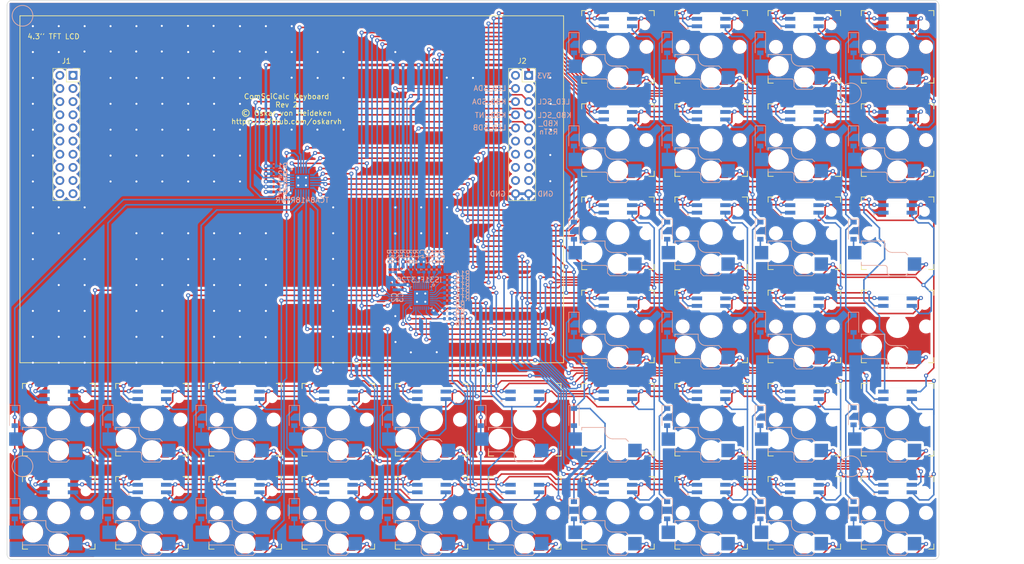
<source format=kicad_pcb>
(kicad_pcb (version 20211014) (generator pcbnew)
  (layers (0 "F.Cu" signal) (31 "B.Cu" signal) (34 "B.Paste" user) (35 "F.Paste" user) (36 "B.SilkS" user "B.Silkscreen") (37 "F.SilkS" user "F.Silkscreen") (38 "B.Mask" user) (39 "F.Mask" user) (44 "Edge.Cuts" user))
  (net 0 "")
  (net 1 "+3V3")
  (net 2 "GND")
  (net 3 "COL9")
  (net 4 "LED_SDB")
  (net 5 "Net-(D1-Pad2)")
  (net 6 "COL8")
  (net 7 "Net-(D2-Pad2)")
  (net 8 "Net-(D3-Pad2)")
  (net 9 "COL7")
  (net 10 "Net-(D4-Pad2)")
  (net 11 "Net-(D5-Pad2)")
  (net 12 "COL6")
  (net 13 "Net-(D6-Pad2)")
  (net 14 "Net-(D7-Pad2)")
  (net 15 "COL5")
  (net 16 "Net-(D8-Pad2)")
  (net 17 "Net-(D9-Pad2)")
  (net 18 "COL4")
  (net 19 "Net-(D10-Pad2)")
  (net 20 "Net-(D11-Pad2)")
  (net 21 "COL0")
  (net 22 "Net-(D12-Pad2)")
  (net 23 "Net-(D13-Pad2)")
  (net 24 "Net-(D14-Pad2)")
  (net 25 "Net-(D15-Pad2)")
  (net 26 "Net-(D16-Pad2)")
  (net 27 "Net-(D17-Pad2)")
  (net 28 "COL1")
  (net 29 "Net-(D18-Pad2)")
  (net 30 "Net-(D19-Pad2)")
  (net 31 "Net-(D20-Pad2)")
  (net 32 "Net-(D21-Pad2)")
  (net 33 "Net-(D22-Pad2)")
  (net 34 "Net-(D23-Pad2)")
  (net 35 "COL2")
  (net 36 "Net-(D24-Pad2)")
  (net 37 "Net-(D25-Pad2)")
  (net 38 "Net-(D26-Pad2)")
  (net 39 "Net-(D27-Pad2)")
  (net 40 "Net-(D28-Pad2)")
  (net 41 "Net-(D29-Pad2)")
  (net 42 "COL3")
  (net 43 "Net-(D30-Pad2)")
  (net 44 "Net-(D31-Pad2)")
  (net 45 "Net-(D32-Pad2)")
  (net 46 "Net-(D33-Pad2)")
  (net 47 "Net-(D34-Pad2)")
  (net 48 "Net-(D35-Pad2)")
  (net 52 "ROW7")
  (net 53 "ROW6")
  (net 54 "ROW5")
  (net 55 "ROW4")
  (net 56 "ROW3")
  (net 57 "ROW2")
  (net 58 "ROW1")
  (net 59 "ROW0")
  (net 60 "KBD_RSTn")
  (net 61 "KBD_SDA")
  (net 62 "KBD_SCL")
  (net 63 "KBD_INT")
  (net 86 "LED_SDA")
  (net 87 "LED_SCL")
  (net 88 "GPIO10")
  (net 89 "GPIO11")
  (net 96 "Net-(LED_11-Pad3)")
  (net 97 "Net-(LED_11-Pad4)")
  (net 98 "Net-(LED_11-Pad1)")
  (net 99 "Net-(LED_12-Pad3)")
  (net 100 "Net-(LED_12-Pad4)")
  (net 101 "Net-(LED_12-Pad1)")
  (net 102 "Net-(LED_A7-Pad2)")
  (net 103 "Net-(D36-Pad2)")
  (net 104 "Net-(LED_1-Pad2)")
  (net 105 "Net-(LED_1-Pad3)")
  (net 106 "Net-(LED_1-Pad4)")
  (net 107 "Net-(LED_1-Pad1)")
  (net 108 "Net-(LED_10-Pad3)")
  (net 109 "Net-(LED_10-Pad4)")
  (net 110 "Net-(LED_10-Pad1)")
  (net 111 "Net-(LED_5-Pad2)")
  (net 112 "Net-(LED_10-Pad2)")
  (net 113 "Net-(LED_13-Pad2)")
  (net 114 "Net-(LED_17-Pad2)")
  (net 115 "Net-(LED_21-Pad2)")
  (net 116 "Net-(LED_A1-Pad2)")
  (net 117 "Net-(LED_A4-Pad2)")
  (net 118 "Net-(R6-Pad2)")
  (net 119 "Net-(R7-Pad2)")
  (net 120 "Net-(R8-Pad2)")
  (net 121 "Net-(R9-Pad2)")
  (net 122 "Net-(R10-Pad2)")
  (net 123 "Net-(R11-Pad2)")
  (net 124 "Net-(R12-Pad2)")
  (net 125 "Net-(R13-Pad2)")
  (net 126 "Net-(R14-Pad2)")
  (net 127 "Net-(R15-Pad2)")
  (net 128 "Net-(R16-Pad2)")
  (net 129 "Net-(R17-Pad2)")
  (net 130 "Net-(R20-Pad2)")
  (footprint "kailh_choc_keys:Kailh_socket_PG1350" (layer "F.Cu") (at 85 116)
    (fp_text reference "SW_FNSEL1" hide)
    (fp_text value "SW_Push")
  )
  (footprint "kailh_choc_keys:Kailh_socket_PG1350" (layer "F.Cu") (at 175 134)
    (fp_text reference "SW_FN0" hide)
    (fp_text value "SW_Push")
  )
  (footprint "kailh_choc_keys:Kailh_socket_PG1350" (layer "F.Cu") (at 229 98)
    (fp_text reference "SW_6" hide)
    (fp_text value "SW_Push")
  )
  (footprint "kailh_choc_keys:Kailh_socket_PG1350" (layer "F.Cu") (at 211 134)
    (fp_text reference "SW_DOT1" hide)
    (fp_text value "SW_Push")
  )
  (footprint "kailh_choc_keys:Kailh_socket_PG1350" (layer "F.Cu") (at 139 134)
    (fp_text reference "SW_FN4" hide)
    (fp_text value "SW_Push")
  )
  (footprint "kailh_choc_keys:Kailh_socket_PG1350" (layer "F.Cu") (at 247 116)
    (fp_text reference "SW_PLUS1" hide)
    (fp_text value "SW_Push")
  )
  (footprint "kailh_choc_keys:Kailh_socket_PG1350" (layer "F.Cu") (at 103 134)
    (fp_text reference "SW_FN8" hide)
    (fp_text value "SW_Push")
  )
  (footprint "kailh_choc_keys:Kailh_socket_PG1350" (layer "F.Cu") (at 103 116)
    (fp_text reference "SW_FN9" hide)
    (fp_text value "SW_Push")
  )
  (footprint "kailh_choc_keys:Kailh_socket_PG1350" (layer "F.Cu") (at 193 80)
    (fp_text reference "SW_7" hide)
    (fp_text value "SW_Push")
  )
  (footprint "kailh_choc_keys:Kailh_socket_PG1350" (layer "F.Cu") (at 175 116)
    (fp_text reference "SW_FN1" hide)
    (fp_text value "SW_Push")
  )
  (footprint "kailh_choc_keys:Kailh_socket_PG1350" (layer "F.Cu") (at 229 62)
    (fp_text reference "SW_C1" hide)
    (fp_text value "SW_Push")
  )
  (footprint "kailh_choc_keys:Kailh_socket_PG1350" (layer "F.Cu") (at 211 62)
    (fp_text reference "SW_B1" hide)
    (fp_text value "SW_Push")
  )
  (footprint "kailh_choc_keys:Kailh_socket_PG1350" (layer "F.Cu") (at 247 44)
    (fp_text reference "SW_BCKSP1" hide)
    (fp_text value "SW_Push")
  )
  (footprint "kailh_choc_keys:Kailh_socket_PG1350" (layer "F.Cu") (at 121 134)
    (fp_text reference "SW_FN6" hide)
    (fp_text value "SW_Push")
  )
  (footprint "kailh_choc_keys:Kailh_socket_PG1350" (layer "F.Cu") (at 157 116)
    (fp_text reference "SW_FN3" hide)
    (fp_text value "SW_Push")
  )
  (footprint "kailh_choc_keys:Kailh_socket_PG1350" (layer "F.Cu") (at 229 80)
    (fp_text reference "SW_9" hide)
    (fp_text value "SW_Push")
  )
  (footprint "kailh_choc_keys:Kailh_socket_PG1350" (layer "F.Cu") (at 211 44)
    (fp_text reference "SW_E1" hide)
    (fp_text value "SW_Push")
  )
  (footprint "kailh_choc_keys:Kailh_socket_PG1350" (layer "F.Cu") (at 193 134)
    (fp_text reference "SW_0" hide)
    (fp_text value "SW_Push")
  )
  (footprint "kailh_choc_keys:Kailh_socket_PG1350" (layer "F.Cu") (at 85 134)
    (fp_text reference "SW_SHIFT1" hide)
    (fp_text value "SW_Push")
  )
  (footprint "kailh_choc_keys:Kailh_socket_PG1350" (layer "F.Cu") (at 211 98)
    (fp_text reference "SW_5" hide)
    (fp_text value "SW_Push")
  )
  (footprint "kailh_choc_keys:Kailh_socket_PG1350" (layer "F.Cu") (at 193 62)
    (fp_text reference "SW_A1" hide)
    (fp_text value "SW_Push")
  )
  (footprint "kailh_choc_keys:Kailh_socket_PG1350" (layer "F.Cu") (at 247 62)
    (fp_text reference "SW_DIV1" hide)
    (fp_text value "SW_Push")
  )
  (footprint "Connector_PinSocket_2.54mm:PinSocket_2x10_P2.54mm_Vertical" (layer "F.Cu") (at 175.75 49.5)
    (fp_text reference "J2")
    (fp_text value "TSM-110-01-L-DV-A-P-TR")
  )
  (footprint "kailh_choc_keys:Kailh_socket_PG1350" (layer "F.Cu") (at 247 134)
    (fp_text reference "SW_ENTER1" hide)
    (fp_text value "SW_Push")
  )
  (footprint "kailh_choc_keys:Kailh_socket_PG1350" (layer "F.Cu") (at 193 98)
    (fp_text reference "SW_4" hide)
    (fp_text value "SW_Push")
  )
  (footprint "kailh_choc_keys:Kailh_socket_PG1350" (layer "F.Cu") (at 247 80)
    (fp_text reference "SW_MULT1" hide)
    (fp_text value "SW_Push")
  )
  (footprint "kailh_choc_keys:Kailh_socket_PG1350" (layer "F.Cu") (at 229 134)
    (fp_text reference "SW_CCE1" hide)
    (fp_text value "SW_Push")
  )
  (footprint "kailh_choc_keys:Kailh_socket_PG1350" (layer "F.Cu") (at 157 134)
    (fp_text reference "SW_FN2" hide)
    (fp_text value "SW_Push")
  )
  (footprint "kailh_choc_keys:Kailh_socket_PG1350" (layer "F.Cu") (at 193 116)
    (fp_text reference "SW_1" hide)
    (fp_text value "SW_Push")
  )
  (footprint "kailh_choc_keys:Kailh_socket_PG1350" (layer "F.Cu") (at 211 80)
    (fp_text reference "SW_8" hide)
    (fp_text value "SW_Push")
  )
  (footprint "kailh_choc_keys:Kailh_socket_PG1350" (layer "F.Cu") (at 193 44)
    (fp_text reference "SW_D1" hide)
    (fp_text value "SW_Push")
  )
  (footprint "Connector_PinSocket_2.54mm:PinSocket_2x10_P2.54mm_Vertical" (layer "F.Cu") (at 87.75 49.5)
    (fp_text reference "J1")
    (fp_text value "TSM-110-01-L-DV-A-P-TR")
  )
  (footprint "kailh_choc_keys:Kailh_socket_PG1350" (layer "F.Cu") (at 229 44)
    (fp_text reference "SW_F1" hide)
    (fp_text value "SW_Push")
  )
  (footprint "kailh_choc_keys:Kailh_socket_PG1350" (layer "F.Cu") (at 139 116)
    (fp_text reference "SW_FN5" hide)
    (fp_text value "SW_Push")
  )
  (footprint "kailh_choc_keys:Kailh_socket_PG1350" (layer "F.Cu") (at 229 116)
    (fp_text reference "SW_3" hide)
    (fp_text value "SW_Push")
  )
  (footprint "kailh_choc_keys:Kailh_socket_PG1350" (layer "F.Cu") (at 211 116)
    (fp_text reference "SW_2" hide)
    (fp_text value "SW_Push")
  )
  (footprint "kailh_choc_keys:Kailh_socket_PG1350" (layer "F.Cu") (at 247 98)
    (fp_text reference "SW_MINUS1" hide)
    (fp_text value "SW_Push")
  )
  (footprint "kailh_choc_keys:Kailh_socket_PG1350" (layer "F.Cu") (at 121 116)
    (fp_text reference "SW_FN7" hide)
    (fp_text value "SW_Push")
  )
  (footprint "Diode_SMD:D_SOD-123" (layer "B.Cu") (at 238.5 79.5 -90)
    (fp_text reference "D33" hide)
    (fp_text value "1N4148W")
  )
  (footprint "T36K3BGR-05D000121U1930:LED_T36K3BGR-05D000121U1930" (layer "B.Cu") (at 211 93.3)
    (fp_text reference "LED_12" hide)
    (fp_text value "T36K3BGR-05D000121U1930")
    (fp_line (start -1.7 -1.5) (end 1.7 -1.5) (layer "Edge.Cuts") (width 0.01))
    (fp_line (start 1.7 1.5) (end -1.7 1.5) (layer "Edge.Cuts") (width 0.01))
    (fp_line (start 1.7 -1.5) (end 1.7 1.5) (layer "Edge.Cuts") (width 0.01))
    (fp_line (start -1.7 1.5) (end -1.7 -1.5) (layer "Edge.Cuts") (width 0.01))
  )
  (footprint "Diode_SMD:D_SOD-123" (layer "B.Cu") (at 184.5 115.5 -90)
    (fp_text reference "D17" hide)
    (fp_text value "1N4148W")
  )
  (footprint "T36K3BGR-05D000121U1930:LED_T36K3BGR-05D000121U1930" (layer "B.Cu") (at 121 129.3)
    (fp_text reference "LED_D3" hide)
    (fp_text value "T36K3BGR-05D000121U1930")
    (fp_line (start -1.7 1.5) (end -1.7 -1.5) (layer "Edge.Cuts") (width 0.01))
    (fp_line (start 1.7 1.5) (end -1.7 1.5) (layer "Edge.Cuts") (width 0.01))
    (fp_line (start 1.7 -1.5) (end 1.7 1.5) (layer "Edge.Cuts") (width 0.01))
    (fp_line (start -1.7 -1.5) (end 1.7 -1.5) (layer "Edge.Cuts") (width 0.01))
  )
  (footprint "Diode_SMD:D_SOD-123" (layer "B.Cu") (at 184.5 43.5 -90)
    (fp_text reference "D13" hide)
    (fp_text value "1N4148W")
  )
  (footprint "T36K3BGR-05D000121U1930:LED_T36K3BGR-05D000121U1930" (layer "B.Cu") (at 211 57.3)
    (fp_text reference "LED_A6" hide)
    (fp_text value "T36K3BGR-05D000121U1930")
    (fp_line (start 1.7 -1.5) (end 1.7 1.5) (layer "Edge.Cuts") (width 0.01))
    (fp_line (start -1.7 -1.5) (end 1.7 -1.5) (layer "Edge.Cuts") (width 0.01))
    (fp_line (start 1.7 1.5) (end -1.7 1.5) (layer "Edge.Cuts") (width 0.01))
    (fp_line (start -1.7 1.5) (end -1.7 -1.5) (layer "Edge.Cuts") (width 0.01))
  )
  (footprint "Diode_SMD:D_SOD-123" (layer "B.Cu") (at 184.5 61.5 -90)
    (fp_text reference "D14" hide)
    (fp_text value "1N4148W")
  )
  (footprint "Diode_SMD:D_SOD-123" (layer "B.Cu") (at 94.5 115.5 -90)
    (fp_text reference "D3" hide)
    (fp_text value "1N4148W")
  )
  (footprint "T36K3BGR-05D000121U1930:LED_T36K3BGR-05D000121U1930" (layer "B.Cu") (at 229 111.3)
    (fp_text reference "LED_22" hide)
    (fp_text value "T36K3BGR-05D000121U1930")
    (fp_line (start 1.7 -1.5) (end 1.7 1.5) (layer "Edge.Cuts") (width 0.01))
    (fp_line (start -1.7 -1.5) (end 1.7 -1.5) (layer "Edge.Cuts") (width 0.01))
    (fp_line (start -1.7 1.5) (end -1.7 -1.5) (layer "Edge.Cuts") (width 0.01))
    (fp_line (start 1.7 1.5) (end -1.7 1.5) (layer "Edge.Cuts") (width 0.01))
  )
  (footprint "Diode_SMD:D_SOD-123" (layer "B.Cu") (at 238.5 61.5 -90)
    (fp_text reference "D32" hide)
    (fp_text value "1N4148W")
  )
  (footprint "T36K3BGR-05D000121U1930:LED_T36K3BGR-05D000121U1930" (layer "B.Cu") (at 229 57.3)
    (fp_text reference "LED_A9" hide)
    (fp_text value "T36K3BGR-05D000121U1930")
    (fp_line (start -1.7 -1.5) (end 1.7 -1.5) (layer "Edge.Cuts") (width 0.01))
    (fp_line (start 1.7 -1.5) (end 1.7 1.5) (layer "Edge.Cuts") (width 0.01))
    (fp_line (start 1.7 1.5) (end -1.7 1.5) (layer "Edge.Cuts") (width 0.01))
    (fp_line (start -1.7 1.5) (end -1.7 -1.5) (layer "Edge.Cuts") (width 0.01))
  )
  (footprint "Diode_SMD:D_SOD-123" (layer "B.Cu") (at 184.5 79.5 -90)
    (fp_text reference "D15" hide)
    (fp_text value "1N4148W")
  )
  (footprint "Diode_SMD:D_SOD-123" (layer "B.Cu") (at 238.5 115.35 -90)
    (fp_text reference "D36" hide)
    (fp_text value "1N4148W")
  )
  (footprint "T36K3BGR-05D000121U1930:LED_T36K3BGR-05D000121U1930" (layer "B.Cu") (at 211 75.3)
    (fp_text reference "LED_11" hide)
    (fp_text value "T36K3BGR-05D000121U1930")
    (fp_line (start 1.7 1.5) (end -1.7 1.5) (layer "Edge.Cuts") (width 0.01))
    (fp_line (start 1.7 -1.5) (end 1.7 1.5) (layer "Edge.Cuts") (width 0.01))
    (fp_line (start -1.7 1.5) (end -1.7 -1.5) (layer "Edge.Cuts") (width 0.01))
    (fp_line (start -1.7 -1.5) (end 1.7 -1.5) (layer "Edge.Cuts") (width 0.01))
  )
  (footprint "T36K3BGR-05D000121U1930:LED_T36K3BGR-05D000121U1930" (layer "B.Cu") (at 229 39.3)
    (fp_text reference "LED_A8" hide)
    (fp_text value "T36K3BGR-05D000121U1930")
    (fp_line (start -1.7 1.5) (end -1.7 -1.5) (layer "Edge.Cuts") (width 0.01))
    (fp_line (start -1.7 -1.5) (end 1.7 -1.5) (layer "Edge.Cuts") (width 0.01))
    (fp_line (start 1.7 1.5) (end -1.7 1.5) (layer "Edge.Cuts") (width 0.01))
    (fp_line (start 1.7 -1.5) (end 1.7 1.5) (layer "Edge.Cuts") (width 0.01))
  )
  (footprint "Resistor_SMD:R_0402_1005Metric" (layer "B.Cu") (at 160 91.5 180)
    (fp_text reference "R11")
    (fp_text value "51R")
  )
  (footprint "Capacitor_SMD:C_0402_1005Metric" (layer "B.Cu") (at 149.7875 90.445 90)
    (fp_text reference "C2")
    (fp_text value "1uF")
  )
  (footprint "Diode_SMD:D_SOD-123" (layer "B.Cu") (at 202.5 133.5 -90)
    (fp_text reference "D24" hide)
    (fp_text value "1N4148W")
  )
  (footprint "Diode_SMD:D_SOD-123" (layer "B.Cu") (at 166.5 133.5 -90)
    (fp_text reference "D12" hide)
    (fp_text value "1N4148W")
  )
  (footprint "T36K3BGR-05D000121U1930:LED_T36K3BGR-05D000121U1930" (layer "B.Cu") (at 211 111.3)
    (fp_text reference "LED_18" hide)
    (fp_text value "T36K3BGR-05D000121U1930")
    (fp_line (start 1.7 1.5) (end -1.7 1.5) (layer "Edge.Cuts") (width 0.01))
    (fp_line (start -1.7 -1.5) (end 1.7 -1.5) (layer "Edge.Cuts") (width 0.01))
    (fp_line (start -1.7 1.5) (end -1.7 -1.5) (layer "Edge.Cuts") (width 0.01))
    (fp_line (start 1.7 -1.5) (end 1.7 1.5) (layer "Edge.Cuts") (width 0.01))
  )
  (footprint "T36K3BGR-05D000121U1930:LED_T36K3BGR-05D000121U1930" (layer "B.Cu") (at 193 111.3)
    (fp_text reference "LED_14" hide)
    (fp_text value "T36K3BGR-05D000121U1930")
    (fp_line (start 1.7 1.5) (end -1.7 1.5) (layer "Edge.Cuts") (width 0.01))
    (fp_line (start -1.7 -1.5) (end 1.7 -1.5) (layer "Edge.Cuts") (width 0.01))
    (fp_line (start 1.7 -1.5) (end 1.7 1.5) (layer "Edge.Cuts") (width 0.01))
    (fp_line (start -1.7 1.5) (end -1.7 -1.5) (layer "Edge.Cuts") (width 0.01))
  )
  (footprint "Resistor_SMD:R_0402_1005Metric" (layer "B.Cu") (at 160 95.5 180)
    (fp_text reference "R7")
    (fp_text value "20R")
  )
  (footprint "Resistor_SMD:R_0402_1005Metric" (layer "B.Cu") (at 160 89.5 180)
    (fp_text reference "R13")
    (fp_text value "20R")
  )
  (footprint "T36K3BGR-05D000121U1930:LED_T36K3BGR-05D000121U1930" (layer "B.Cu") (at 229 129.3)
    (fp_text reference "LED_21" hide)
    (fp_text value "T36K3BGR-05D000121U1930")
    (fp_line (start 1.7 1.5) (end -1.7 1.5) (layer "Edge.Cuts") (width 0.01))
    (fp_line (start -1.7 1.5) (end -1.7 -1.5) (layer "Edge.Cuts") (width 0.01))
    (fp_line (start 1.7 -1.5) (end 1.7 1.5) (layer "Edge.Cuts") (width 0.01))
    (fp_line (start -1.7 -1.5) (end 1.7 -1.5) (layer "Edge.Cuts") (width 0.01))
  )
  (footprint "Diode_SMD:D_SOD-123" (layer "B.Cu") (at 148.5 133.5 -90)
    (fp_text reference "D10" hide)
    (fp_text value "1N4148W")
  )
  (footprint "Capacitor_SMD:C_0402_1005Metric" (layer "B.Cu") (at 155.5 87.01 90)
    (fp_text reference "C4")
    (fp_text value "100nF")
  )
  (footprint "T36K3BGR-05D000121U1930:LED_T36K3BGR-05D000121U1930" (layer "B.Cu") (at 193 75.3)
    (fp_text reference "LED_7" hide)
    (fp_text value "T36K3BGR-05D000121U1930")
    (fp_line (start 1.7 -1.5) (end 1.7 1.5) (layer "Edge.Cuts") (width 0.01))
    (fp_line (start -1.7 -1.5) (end 1.7 -1.5) (layer "Edge.Cuts") (width 0.01))
    (fp_line (start 1.7 1.5) (end -1.7 1.5) (layer "Edge.Cuts") (width 0.01))
    (fp_line (start -1.7 1.5) (end -1.7 -1.5) (layer "Edge.Cuts") (width 0.01))
  )
  (footprint "oskar_design:IS31FL3729_QFN32" (layer "B.Cu") (at 157.575 89.85 180)
    (fp_text reference "U1" hide)
    (fp_text value "IS31FL3729")
  )
  (footprint "Resistor_SMD:R_0402_1005Metric" (layer "B.Cu") (at 126.51 68.5)
    (fp_text reference "R2")
    (fp_text value "4k7")
  )
  (footprint "T36K3BGR-05D000121U1930:LED_T36K3BGR-05D000121U1930" (layer "B.Cu") (at 157 129.3)
    (fp_text reference "LED_5" hide)
    (fp_text value "T36K3BGR-05D000121U1930")
    (fp_line (start 1.7 -1.5) (end 1.7 1.5) (layer "Edge.Cuts") (width 0.01))
    (fp_line (start 1.7 1.5) (end -1.7 1.5) (layer "Edge.Cuts") (width 0.01))
    (fp_line (start -1.7 -1.5) (end 1.7 -1.5) (layer "Edge.Cuts") (width 0.01))
    (fp_line (start -1.7 1.5) (end -1.7 -1.5) (layer "Edge.Cuts") (width 0.01))
  )
  (footprint "T36K3BGR-05D000121U1930:LED_T36K3BGR-05D000121U1930" (layer "B.Cu") (at 193 129.3)
    (fp_text reference "LED_13" hide)
    (fp_text value "T36K3BGR-05D000121U1930")
    (fp_line (start -1.7 1.5) (end -1.7 -1.5) (layer "Edge.Cuts") (width 0.01))
    (fp_line (start -1.7 -1.5) (end 1.7 -1.5) (layer "Edge.Cuts") (width 0.01))
    (fp_line (start 1.7 1.5) (end -1.7 1.5) (layer "Edge.Cuts") (width 0.01))
    (fp_line (start 1.7 -1.5) (end 1.7 1.5) (layer "Edge.Cuts") (width 0.01))
  )
  (footprint "Diode_SMD:D_SOD-123" (layer "B.Cu") (at 220.5 79.5 -90)
    (fp_text reference "D27" hide)
    (fp_text value "1N4148W")
  )
  (footprint "Diode_SMD:D_SOD-123" (layer "B.Cu") (at 202.5 61.5 -90)
    (fp_text reference "D20" hide)
    (fp_text value "1N4148W")
  )
  (footprint "Diode_SMD:D_SOD-123" (layer "B.Cu") (at 202.5 79.5 -90)
    (fp_text reference "D21" hide)
    (fp_text value "1N4148W")
  )
  (footprint "Resistor_SMD:R_0402_1005Metric" (layer "B.Cu") (at 154.5 87.01 90)
    (fp_text reference "R19")
    (fp_text value "100k")
  )
  (footprint "T36K3BGR-05D000121U1930:LED_T36K3BGR-05D000121U1930" (layer "B.Cu") (at 247 57.3)
    (fp_text reference "LED_4" hide)
    (fp_text value "T36K3BGR-05D000121U1930")
    (fp_line (start -1.7 1.5) (end -1.7 -1.5) (layer "Edge.Cuts") (width 0.01))
    (fp_line (start 1.7 -1.5) (end 1.7 1.5) (layer "Edge.Cuts") (width 0.01))
    (fp_line (start 1.7 1.5) (end -1.7 1.5) (layer "Edge.Cuts") (width 0.01))
    (fp_line (start -1.7 -1.5) (end 1.7 -1.5) (layer "Edge.Cuts") (width 0.01))
  )
  (footprint "T36K3BGR-05D000121U1930:LED_T36K3BGR-05D000121U1930" (layer "B.Cu") (at 193 39.3)
    (fp_text reference "LED_A2" hide)
    (fp_text value "T36K3BGR-05D000121U1930")
    (fp_line (start 1.7 1.5) (end -1.7 1.5) (layer "Edge.Cuts") (width 0.01))
    (fp_line (start 1.7 -1.5) (end 1.7 1.5) (layer "Edge.Cuts") (width 0.01))
    (fp_line (start -1.7 -1.5) (end 1.7 -1.5) (layer "Edge.Cuts") (width 0.01))
    (fp_line (start -1.7 1.5) (end -1.7 -1.5) (layer "Edge.Cuts") (width 0.01))
  )
  (footprint "T36K3BGR-05D000121U1930:LED_T36K3BGR-05D000121U1930" (layer "B.Cu") (at 121 111.3)
    (fp_text reference "LED_A7" hide)
    (fp_text value "T36K3BGR-05D000121U1930")
    (fp_line (start 1.7 1.5) (end -1.7 1.5) (layer "Edge.Cuts") (width 0.01))
    (fp_line (start -1.7 1.5) (end -1.7 -1.5) (layer "Edge.Cuts") (width 0.01))
    (fp_line (start 1.7 -1.5) (end 1.7 1.5) (layer "Edge.Cuts") (width 0.01))
    (fp_line (start -1.7 -1.5) (end 1.7 -1.5) (layer "Edge.Cuts") (width 0.01))
  )
  (footprint "Resistor_SMD:R_0402_1005Metric" (layer "B.Cu") (at 151.5 87 -90)
    (fp_text reference "R5")
    (fp_text value "2k")
  )
  (footprint "Resistor_SMD:R_0402_1005Metric" (layer "B.Cu") (at 158.5 87.01 -90)
    (fp_text reference "R15")
    (fp_text value "20R")
  )
  (footprint "Diode_SMD:D_SOD-123" (layer "B.Cu") (at 220.5 133.5 -90)
    (fp_text reference "D30" hide)
    (fp_text value "1N4148W")
  )
  (footprint "T36K3BGR-05D000121U1930:LED_T36K3BGR-05D000121U1930" (layer "B.Cu") (at 85 111.3)
    (fp_text reference "LED_A1" hide)
    (fp_text value "T36K3BGR-05D000121U1930")
    (fp_line (start -1.7 1.5) (end -1.7 -1.5) (layer "Edge.Cuts") (width 0.01))
    (fp_line (start 1.7 -1.5) (end 1.7 1.5) (layer "Edge.Cuts") (width 0.01))
    (fp_line (start -1.7 -1.5) (end 1.7 -1.5) (layer "Edge.Cuts") (width 0.01))
    (fp_line (start 1.7 1.5) (end -1.7 1.5) (layer "Edge.Cuts") (width 0.01))
  )
  (footprint "Diode_SMD:D_SOD-123" (layer "B.Cu") (at 130.5 133.5 -90)
    (fp_text reference "D8" hide)
    (fp_text value "1N4148W")
  )
  (footprint "Diode_SMD:D_SOD-123" (layer "B.Cu") (at 112.5 133.5 -90)
    (fp_text reference "D6" hide)
    (fp_text value "1N4148W")
  )
  (footprint "Resistor_SMD:R_0402_1005Metric" (layer "B.Cu") (at 150 87 90)
    (fp_text reference "R21")
    (fp_text value "10k")
  )
  (footprint "T36K3BGR-05D000121U1930:LED_T36K3BGR-05D000121U1930" (layer "B.Cu") (at 139 129.3)
    (fp_text reference "LED_1" hide)
    (fp_text value "T36K3BGR-05D000121U1930")
    (fp_line (start 1.7 -1.5) (end 1.7 1.5) (layer "Edge.Cuts") (width 0.01))
    (fp_line (start 1.7 1.5) (end -1.7 1.5) (layer "Edge.Cuts") (width 0.01))
    (fp_line (start -1.7 -1.5) (end 1.7 -1.5) (layer "Edge.Cuts") (width 0.01))
    (fp_line (start -1.7 1.5) (end -1.7 -1.5) (layer "Edge.Cuts") (width 0.01))
  )
  (footprint "Resistor_SMD:R_0402_1005Metric" (layer "B.Cu") (at 160.01 92.5 180)
    (fp_text reference "R10")
    (fp_text value "20R")
  )
  (footprint "T36K3BGR-05D000121U1930:LED_T36K3BGR-05D000121U1930" (layer "B.Cu") (at 175 129.3)
    (fp_text reference "LED_9" hide)
    (fp_text value "T36K3BGR-05D000121U1930")
    (fp_line (start 1.7 1.5) (end -1.7 1.5) (layer "Edge.Cuts") (width 0.01))
    (fp_line (start -1.7 1.5) (end -1.7 -1.5) (layer "Edge.Cuts") (width 0.01))
    (fp_line (start 1.7 -1.5) (end 1.7 1.5) (layer "Edge.Cuts") (width 0.01))
    (fp_line (start -1.7 -1.5) (end 1.7 -1.5) (layer "Edge.Cuts") (width 0.01))
  )
  (footprint "Diode_SMD:D_SOD-123" (layer "B.Cu") (at 220.5 43.5 -90)
    (fp_text reference "D25" hide)
    (fp_text value "1N4148W")
  )
  (footprint "Diode_SMD:D_SOD-123" (layer "B.Cu") (at 238.5 97.5 -90)
    (fp_text reference "D34" hide)
    (fp_text value "1N4148W")
  )
  (footprint "Diode_SMD:D_SOD-123" (layer "B.Cu") (at 220.5 115.5 -90)
    (fp_text reference "D29" hide)
    (fp_text value "1N4148W")
  )
  (footprint "Diode_SMD:D_SOD-123" (layer "B.Cu") (at 94.5 133.5 -90)
    (fp_text reference "D4" hide)
    (fp_text value "1N4148W")
  )
  (footprint "Diode_SMD:D_SOD-123" (layer "B.Cu") (at 238.5 133.5 -90)
    (fp_text reference "D35" hide)
    (fp_text value "1N4148W")
  )
  (footprint "T36K3BGR-05D000121U1930:LED_T36K3BGR-05D000121U1930" (layer "B.Cu") (at 85 129.3)
    (fp_text reference "LED_D1" hide)
    (fp_text value "T36K3BGR-05D000121U1930")
    (fp_line (start -1.7 1.5) (end -1.7 -1.5) (layer "Edge.Cuts") (width 0.01))
    (fp_line (start 1.7 -1.5) (end 1.7 1.5) (layer "Edge.Cuts") (width 0.01))
    (fp_line (start -1.7 -1.5) (end 1.7 -1.5) (layer "Edge.Cuts") (width 0.01))
    (fp_line (start 1.7 1.5) (end -1.7 1.5) (layer "Edge.Cuts") (width 0.01))
  )
  (footprint "Diode_SMD:D_SOD-123" (layer "B.Cu") (at 76.5 115.5 -90)
    (fp_text reference "D1" hide)
    (fp_text value "1N4148W")
  )
  (footprint "T36K3BGR-05D000121U1930:LED_T36K3BGR-05D000121U1930" (layer "B.Cu") (at 247 75.3)
    (fp_text reference "LED_19" hide)
    (fp_text value "T36K3BGR-05D000121U1930")
    (fp_line (start 1.7 -1.5) (end 1.7 1.5) (layer "Edge.Cuts") (width 0.01))
    (fp_line (start 1.7 1.5) (end -1.7 1.5) (layer "Edge.Cuts") (width 0.01))
    (fp_line (start -1.7 -1.5) (end 1.7 -1.5) (layer "Edge.Cuts") (width 0.01))
    (fp_line (start -1.7 1.5) (end -1.7 -1.5) (layer "Edge.Cuts") (width 0.01))
  )
  (footprint "Diode_SMD:D_SOD-123" (layer "B.Cu") (at 238.5 43.5 -90)
    (fp_text reference "D31" hide)
    (fp_text value "1N4148W")
  )
  (footprint "Diode_SMD:D_SOD-123" (layer "B.Cu") (at 184.5 133.5 -90)
    (fp_text reference "D18" hide)
    (fp_text value "1N4148W")
  )
  (footprint "Resistor_SMD:R_0402_1005Metric" (layer "B.Cu") (at 160 88.5 180)
    (fp_text reference "R14")
    (fp_text value "51R")
  )
  (footprint "Resistor_SMD:R_0402_1005Metric" (layer "B.Cu") (at 160 93.5 180)
    (fp_text reference "R9")
    (fp_text value "20R")
  )
  (footprint "T36K3BGR-05D000121U1930:LED_T36K3BGR-05D000121U1930" (layer "B.Cu") (at 157 111.3)
    (fp_text reference "LED_6" hide)
    (fp_text value "T36K3BGR-05D000121U1930")
    (fp_line (start -1.7 -1.5) (end 1.7 -1.5) (layer "Edge.Cuts") (width 0.01))
    (fp_line (start 1.7 1.5) (end -1.7 1.5) (layer "Edge.Cuts") (width 0.01))
    (fp_line (start 1.7 -1.5) (end 1.7 1.5) (layer "Edge.Cuts") (width 0.01))
    (fp_line (start -1.7 1.5) (end -1.7 -1.5) (layer "Edge.Cuts") (width 0.01))
  )
  (footprint "Diode_SMD:D_SOD-123" (layer "B.Cu") (at 220.5 61.5 -90)
    (fp_text reference "D26" hide)
    (fp_text value "1N4148W")
  )
  (footprint "T36K3BGR-05D000121U1930:LED_T36K3BGR-05D000121U1930" (layer "B.Cu") (at 193 57.3)
    (fp_text reference "LED_A3" hide)
    (fp_text value "T36K3BGR-05D000121U1930")
    (fp_line (start 1.7 1.5) (end -1.7 1.5) (layer "Edge.Cuts") (width 0.01))
    (fp_line (start -1.7 -1.5) (end 1.7 -1.5) (layer "Edge.Cuts") (width 0.01))
    (fp_line (start 1.7 -1.5) (end 1.7 1.5) (layer "Edge.Cuts") (width 0.01))
    (fp_line (start -1.7 1.5) (end -1.7 -1.5) (layer "Edge.Cuts") (width 0.01))
  )
  (footprint "Diode_SMD:D_SOD-123" (layer "B.Cu") (at 202.5 43.5 -90)
    (fp_text reference "D19" hide)
    (fp_text value "1N4148W")
  )
  (footprint "Resistor_SMD:R_0402_1005Metric" (layer "B.Cu") (at 126.51 70)
    (fp_text reference "R3")
    (fp_text value "4k7")
  )
  (footprint "Resistor_SMD:R_0402_1005Metric" (layer "B.Cu") (at 160 90.5 180)
    (fp_text reference "R12")
    (fp_text value "20R")
  )
  (footprint "Diode_SMD:D_SOD-123" (layer "B.Cu") (at 130.5 115.5 -90)
    (fp_text reference "D7" hide)
    (fp_text value "1N4148W")
  )
  (footprint "Diode_SMD:D_SOD-123" (layer "B.Cu") (at 148.5 115.5 -90)
    (fp_text reference "D9" hide)
    (fp_text value "1N4148W")
  )
  (footprint "T36K3BGR-05D000121U1930:LED_T36K3BGR-05D000121U1930" (layer "B.Cu") (at 103 129.3)
    (fp_text reference "LED_D2" hide)
    (fp_text value "T36K3BGR-05D000121U1930")
    (fp_line (start -1.7 1.5) (end -1.7 -1.5) (layer "Edge.Cuts") (width 0.01))
    (fp_line (start 1.7 1.5) (end -1.7 1.5) (layer "Edge.Cuts") (width 0.01))
    (fp_line (start -1.7 -1.5) (end 1.7 -1.5) (layer "Edge.Cuts") (width 0.01))
    (fp_line (start 1.7 -1.5) (end 1.7 1.5) (layer "Edge.Cuts") (width 0.01))
  )
  (footprint "Resistor_SMD:R_0402_1005Metric" (layer "B.Cu") (at 156.5 87 -90)
    (fp_text reference "R17")
    (fp_text value "51R")
  )
  (footprint "Diode_SMD:D_SOD-123" (layer "B.Cu") (at 202.5 97.5 -90)
    (fp_text reference "D22" hide)
    (fp_text value "1N4148W")
  )
  (footprint "Resistor_SMD:R_0402_1005Metric" (layer "B.Cu") (at 157.5 87.01 -90)
    (fp_text reference "R16")
    (fp_text value "20R")
  )
  (footprint "Capacitor_SMD:C_0402_1005Metric" (layer "B.Cu") (at 150.7875 90.445 90)
    (fp_text reference "C3")
    (fp_text value "100nF")
  )
  (footprint "SamacSys_Parts:QFN50P400X400X80-25N" (layer "B.Cu") (at 132.015 70 -90)
    (fp_text reference "IC1" hide)
    (fp_text value "TCA8418RTWR")
  )
  (footprint "T36K3BGR-05D000121U1930:LED_T36K3BGR-05D000121U1930" (layer "B.Cu") (at 247 111.3)
    (fp_text reference "LED_23" hide)
    (fp_text value "T36K3BGR-05D000121U1930")
    (fp_line (start -1.7 1.5) (end -1.7 -1.5) (layer "Edge.Cuts") (width 0.01))
    (fp_line (start 1.7 -1.5) (end 1.7 1.5) (layer "Edge.Cuts") (width 0.01))
    (fp_line (start 1.7 1.5) (end -1.7 1.5) (layer "Edge.Cuts") (width 0.01))
    (fp_line (start -1.7 -1.5) (end 1.7 -1.5) (layer "Edge.Cuts") (width 0.01))
  )
  (footprint "T36K3BGR-05D000121U1930:LED_T36K3BGR-05D000121U1930" (layer "B.Cu") (at 103 111.3)
    (fp_text reference "LED_A4" hide)
    (fp_text value "T36K3BGR-05D000121U1930")
    (fp_line (start -1.7 1.5) (end -1.7 -1.5) (layer "Edge.Cuts") (width 0.01))
    (fp_line (start -1.7 -1.5) (end 1.7 -1.5) (layer "Edge.Cuts") (width 0.01))
    (fp_line (start 1.7 1.5) (end -1.7 1.5) (layer "Edge.Cuts") (width 0.01))
    (fp_line (start 1.7 -1.5) (end 1.7 1.5) (layer "Edge.Cuts") (width 0.01))
  )
  (footprint "T36K3BGR-05D000121U1930:LED_T36K3BGR-05D000121U1930" (layer "B.Cu") (at 175 111.3)
    (fp_text reference "LED_10" hide)
    (fp_text value "T36K3BGR-05D000121U1930")
    (fp_line (start 1.7 1.5) (end -1.7 1.5) (layer "Edge.Cuts") (width 0.01))
    (fp_line (start -1.7 1.5) (end -1.7 -1.5) (layer "Edge.Cuts") (width 0.01))
    (fp_line (start 1.7 -1.5) (end 1.7 1.5) (layer "Edge.Cuts") (width 0.01))
    (fp_line (start -1.7 -1.5) (end 1.7 -1.5) (layer "Edge.Cuts") (width 0.01))
  )
  (footprint "Diode_SMD:D_SOD-123" (layer "B.Cu") (at 112.5 115.5 -90)
    (fp_text reference "D5" hide)
    (fp_text value "1N4148W")
  )
  (footprint "Resistor_SMD:R_0402_1005Metric" (layer "B.Cu") (at 153 87 -90)
    (fp_text reference "R18")
    (fp_text value "2k")
  )
  (footprint "Diode_SMD:D_SOD-123" (layer "B.Cu") (at 76.5 133.5 -90)
    (fp_text reference "D2" hide)
    (fp_text value "1N4148W")
  )
  (footprint "T36K3BGR-05D000121U1930:LED_T36K3BGR-05D000121U1930" (layer "B.Cu") (at 229 93.3)
    (fp_text reference "LED_16" hide)
    (fp_text value "T36K3BGR-05D000121U1930")
    (fp_line (start 1.7 -1.5) (end 1.7 1.5) (layer "Edge.Cuts") (width 0.01))
    (fp_line (start -1.7 1.5) (end -1.7 -1.5) (layer "Edge.Cuts") (width 0.01))
    (fp_line (start -1.7 -1.5) (end 1.7 -1.5) (layer "Edge.Cuts") (width 0.01))
    (fp_line (start 1.7 1.5) (end -1.7 1.5) (layer "Edge.Cuts") (width 0.01))
  )
  (footprint "Resistor_SMD:R_0402_1005Metric" (layer "B.Cu") (at 149 87 -90)
    (fp_text reference "R20")
    (fp_text value "DNM")
  )
  (footprint "Diode_SMD:D_SOD-123" (layer "B.Cu") (at 184.5 97.5 -90)
    (fp_text reference "D16" hide)
    (fp_text value "1N4148W")
  )
  (footprint "T36K3BGR-05D000121U1930:LED_T36K3BGR-05D000121U1930" (layer "B.Cu") (at 211 129.3)
    (fp_text reference "LED_17" hide)
    (fp_text value "T36K3BGR-05D000121U1930")
    (fp_line (start -1.7 1.5) (end -1.7 -1.5) (layer "Edge.Cuts") (width 0.01))
    (fp_line (start 1.7 1.5) (end -1.7 1.5) (layer "Edge.Cuts") (width 0.01))
    (fp_line (start 1.7 -1.5) (end 1.7 1.5) (layer "Edge.Cuts") (width 0.01))
    (fp_line (start -1.7 -1.5) (end 1.7 -1.5) (layer "Edge.Cuts") (width 0.01))
  )
  (footprint "T36K3BGR-05D000121U1930:LED_T36K3BGR-05D000121U1930" (layer "B.Cu") (at 139 111.3)
    (fp_text reference "LED_2" hide)
    (fp_text value "T36K3BGR-05D000121U1930")
    (fp_line (start 1.7 -1.5) (end 1.7 1.5) (layer "Edge.Cuts") (width 0.01))
    (fp_line (start 1.7 1.5) (end -1.7 1.5) (layer "Edge.Cuts") (width 0.01))
    (fp_line (start -1.7 1.5) (end -1.7 -1.5) (layer "Edge.Cuts") (width 0.01))
    (fp_line (start -1.7 -1.5) (end 1.7 -1.5) (layer "Edge.Cuts") (width 0.01))
  )
  (footprint "Resistor_SMD:R_0402_1005Metric" (layer "B.Cu") (at 160 94.5 180)
    (fp_text reference "R8")
    (fp_text value "51R")
  )
  (footprint "T36K3BGR-05D000121U1930:LED_T36K3BGR-05D000121U1930" (layer "B.Cu") (at 247 93.3)
    (fp_text reference "LED_20" hide)
    (fp_text value "T36K3BGR-05D000121U1930")
    (fp_line (start -1.7 -1.5) (end 1.7 -1.5) (layer "Edge.Cuts") (width 0.01))
    (fp_line (start 1.7 -1.5) (end 1.7 1.5) (layer "Edge.Cuts") (width 0.01))
    (fp_line (start -1.7 1.5) (end -1.7 -1.5) (layer "Edge.Cuts") (width 0.01))
    (fp_line (start 1.7 1.5) (end -1.7 1.5) (layer "Edge.Cuts") (width 0.01))
  )
  (footprint "Diode_SMD:D_SOD-123" (layer "B.Cu") (at 202.5 115.5 -90)
    (fp_text reference "D23" hide)
    (fp_text value "1N4148W")
  )
  (footprint "T36K3BGR-05D000121U1930:LED_T36K3BGR-05D000121U1930" (layer "B.Cu") (at 211 39.3)
    (fp_text reference "LED_A5" hide)
    (fp_text value "T36K3BGR-05D000121U1930")
    (fp_line (start 1.7 1.5) (end -1.7 1.5) (layer "Edge.Cuts") (width 0.01))
    (fp_line (start -1.7 1.5) (end -1.7 -1.5) (layer "Edge.Cuts") (width 0.01))
    (fp_line (start -1.7 -1.5) (end 1.7 -1.5) (layer "Edge.Cuts") (width 0.01))
    (fp_line (start 1.7 -1.5) (end 1.7 1.5) (layer "Edge.Cuts") (width 0.01))
  )
  (footprint "T36K3BGR-05D000121U1930:LED_T36K3BGR-05D000121U1930" (layer "B.Cu") (at 247 39.3)
    (fp_text reference "LED_3" hide)
    (fp_text value "T36K3BGR-05D000121U1930")
    (fp_line (start -1.7 -1.5) (end 1.7 -1.5) (layer "Edge.Cuts") (width 0.01))
    (fp_line (start 1.7 -1.5) (end 1.7 1.5) (layer "Edge.Cuts") (width 0.01))
    (fp_line (start -1.7 1.5) (end -1.7 -1.5) (layer "Edge.Cuts") (width 0.01))
    (fp_line (start 1.7 1.5) (end -1.7 1.5) (layer "Edge.Cuts") (width 0.01))
  )
  (footprint "Capacitor_SMD:C_0402_1005Metric" (layer "B.Cu") (at 126.51 71 180)
    (fp_text reference "C1")
    (fp_text value "1uF")
  )
  (footprint "Diode_SMD:D_SOD-123" (layer "B.Cu") (at 220.5 97.5 -90)
    (fp_text reference "D28" hide)
    (fp_text value "1N4148W")
  )
  (footprint "T36K3BGR-05D000121U1930:LED_T36K3BGR-05D000121U1930" (layer "B.Cu") (at 247 129.3)
    (fp_text reference "LED_24" hide)
    (fp_text value "T36K3BGR-05D000121U1930")
    (fp_line (start -1.7 -1.5) (end 1.7 -1.5) (layer "Edge.Cuts") (width 0.01))
    (fp_line (start -1.7 1.5) (end -1.7 -1.5) (layer "Edge.Cuts") (width 0.01))
    (fp_line (start 1.7 -1.5) (end 1.7 1.5) (layer "Edge.Cuts") (width 0.01))
    (fp_line (start 1.7 1.5) (end -1.7 1.5) (layer "Edge.Cuts") (width 0.01))
  )
  (footprint "Diode_SMD:D_SOD-123" (layer "B.Cu") (at 166.5 115.5 -90)
    (fp_text reference "D11" hide)
    (fp_text value "1N4148W")
  )
  (footprint "T36K3BGR-05D000121U1930:LED_T36K3BGR-05D000121U1930" (layer "B.Cu") (at 229 75.3)
    (fp_text reference "LED_15" hide)
    (fp_text value "T36K3BGR-05D000121U1930")
    (fp_line (start 1.7 1.5) (end -1.7 1.5) (layer "Edge.Cuts") (width 0.01))
    (fp_line (start 1.7 -1.5) (end 1.7 1.5) (layer "Edge.Cuts") (width 0.01))
    (fp_line (start -1.7 -1.5) (end 1.7 -1.5) (layer "Edge.Cuts") (width 0.01))
    (fp_line (start -1.7 1.5) (end -1.7 -1.5) (layer "Edge.Cuts") (width 0.01))
  )
  (footprint "T36K3BGR-05D000121U1930:LED_T36K3BGR-05D000121U1930" (layer "B.Cu") (at 193 93.3)
    (fp_text reference "LED_8" hide)
    (fp_text value "T36K3BGR-05D000121U1930")
    (fp_line (start -1.7 -1.5) (end 1.7 -1.5) (layer "Edge.Cuts") (width 0.01))
    (fp_line (start 1.7 -1.5) (end 1.7 1.5) (layer "Edge.Cuts") (width 0.01))
    (fp_line (start -1.7 1.5) (end -1.7 -1.5) (layer "Edge.Cuts") (width 0.01))
    (fp_line (start 1.7 1.5) (end -1.7 1.5) (layer "Edge.Cuts") (width 0.01))
  )
  (footprint "Resistor_SMD:R_0402_1005Metric" (layer "B.Cu") (at 126.51 72)
    (fp_text reference "R4")
    (fp_text value "10k")
  )
  (footprint "Resistor_SMD:R_0402_1005Metric" (layer "B.Cu") (at 126.51 67)
    (fp_text reference "R1")
    (fp_text value "10k")
  )
  (footprint "Resistor_SMD:R_0402_1005Metric" (layer "B.Cu") (at 160 96.5 180)
    (fp_text reference "R6")
    (fp_text value "20R")
  )
  (gr_circle (center 78 38) (end 80 38) (layer "B.SilkS") (width 0.15) (fill none))
  (gr_circle (center 157.4 90) (end 157.6 90) (layer "B.SilkS") (width 0.15) (fill none))
  (gr_circle (center 238 125) (end 240 125) (layer "B.SilkS") (width 0.15) (fill none))
  (gr_circle (center 238 53) (end 240 53) (layer "B.SilkS") (width 0.15) (fill none))
  (gr_circle (center 78 125) (end 80 125) (layer "B.SilkS") (width 0.15) (fill none))
  (gr_line (start 182.5 38) (end 77.5 38) (layer "F.SilkS") (width 0.15))
  (gr_line (start 77.5 105) (end 182.5 105) (layer "F.SilkS") (width 0.15))
  (gr_line (start 182.5 105) (end 182.5 38) (layer "F.SilkS") (width 0.15))
  (gr_line (start 77.5 38) (end 77.5 105) (layer "F.SilkS") (width 0.15))
  (gr_arc (start 254 35) (mid 254.707107 35.292893) (end 255 36) (layer "Edge.Cuts") (width 0.1))
  (gr_arc (start 76 143) (mid 75.292893 142.707107) (end 75 142) (layer "Edge.Cuts") (width 0.1))
  (gr_arc (start 255 142) (mid 254.707107 142.707107) (end 254 143) (layer "Edge.Cuts") (width 0.1))
  (gr_line (start 76 35) (end 254 35) (layer "Edge.Cuts") (width 0.1))
  (gr_arc (start 75 36) (mid 75.292893 35.292893) (end 76 35) (layer "Edge.Cuts") (width 0.1))
  (gr_line (start 254 143) (end 76 143) (layer "Edge.Cuts") (width 0.1))
  (gr_line (start 75 142) (end 75 36) (layer "Edge.Cuts") (width 0.1))
  (gr_line (start 255 36) (end 255 142) (layer "Edge.Cuts") (width 0.1))
  (gr_text "KBD_\nRSTn" (at 179.6 59.6) (layer "B.SilkS") (effects (font (size 1 1)) (justify mirror)))
  (gr_text "GND" (at 169.8 72.4) (layer "B.SilkS") (effects (font (size 1 1)) (justify mirror)))
  (gr_text "KBD_SDA" (at 168.128571 54.6) (layer "B.SilkS") (effects (font (size 1 1)) (justify mirror)))
  (gr_text "LED_SDA" (at 168.271429 52) (layer "B.SilkS") (effects (font (size 1 1)) (justify mirror)))
  (gr_text "LED_SCL" (at 180.628571 54.6) (layer "B.SilkS") (effects (font (size 1 1)) (justify mirror)))
  (gr_text "KBD_SCL" (at 180.771429 57.2) (layer "B.SilkS") (effects (font (size 1 1)) (justify mirror)))
  (gr_text "GND" (at 179 72.4) (layer "B.SilkS") (effects (font (size 1 1)) (justify mirror)))
  (gr_text "LED_SDB" (at 168.2 59.6) (layer "B.SilkS") (effects (font (size 1 1)) (justify mirror)))
  (gr_text "3V3" (at 178.8 49.6) (layer "B.SilkS") (effects (font (size 1 1)) (justify mirror)))
  (gr_text "KBD_INT" (at 168.390476 57.2) (layer "B.SilkS") (effects (font (size 1 1)) (justify mirror)))
  (gr_text "4.3'' TFT LCD" (at 84 42) (layer "F.SilkS") (effects (font (size 1 1))))
  (gr_text "ComSciCalc Keyboard\nRev 2\n© Oskar von Heideken\nhttps://github.com/oskarvh" (at 129 56) (layer "F.SilkS") (effects (font (size 1 1))))
  (segment (start 125 67) (end 125 70) (width 0.5) (layer "F.Cu") (net 1))
  (segment (start 151 87) (end 151.5 86.5) (width 0.5) (layer "F.Cu") (net 1))
  (segment (start 175 47.5) (end 173 47.5) (width 0.5) (layer "F.Cu") (net 1))
  (segment (start 149 87) (end 149 88.15) (width 0.5) (layer "F.Cu") (net 1))
  (segment (start 173 47.5) (end 154.5 47.5) (width 0.5) (layer "F.Cu") (net 1))
  (segment (start 151.5 86.5) (end 151.5 85.49) (width 0.5) (layer "F.Cu") (net 1))
  (segment (start 149 88.15) (end 151.7875 90.9375) (width 0.5) (layer "F.Cu") (net 1))
  (segment (start 125 72) (end 127 72) (width 0.5) (layer "F.Cu") (net 1))
  (segment (start 175.75 49.5) (end 175.75 48.25) (width 0.5) (layer "F.Cu") (net 1))
  (segment (start 125 70) (end 127 70) (width 0.5) (layer "F.Cu") (net 1))
  (segment (start 175.75 48.25) (end 175.5 48) (width 0.5) (layer "F.Cu") (net 1))
  (segment (start 127 70) (end 128 71) (width 0.5) (layer "F.Cu") (net 1))
  (segment (start 153 85.49) (end 151.5 85.49) (width 0.5) (layer "F.Cu") (net 1))
  (segment (start 154.5 47.5) (end 151.5 47.5) (width 0.5) (layer "F.Cu") (net 1))
  (segment (start 149 47.5) (end 125 47.5) (width 0.5) (layer "F.Cu") (net 1))
  (segment (start 149 85.49) (end 149 87) (width 0.5) (layer "F.Cu") (net 1))
  (segment (start 127 72) (end 128 71) (width 0.5) (layer "F.Cu") (net 1))
  (segment (start 149 87) (end 151 87) (width 0.5) (layer "F.Cu") (net 1))
  (segment (start 175.5 48) (end 175 47.5) (width 0.5) (layer "F.Cu") (net 1))
  (segment (start 151.5 47.5) (end 149 47.5) (width 0.5) (layer "F.Cu") (net 1))
  (via (at 149 47.5) (size 0.8) (drill 0.4) (layers "F.Cu" "B.Cu") (net 1))
  (via (at 151.7875 90.9375) (size 0.8) (drill 0.4) (layers "F.Cu" "B.Cu") (net 1))
  (via (at 154.5 47.5) (size 0.8) (drill 0.4) (layers "F.Cu" "B.Cu") (net 1))
  (via (at 125 67) (size 0.8) (drill 0.4) (layers "F.Cu" "B.Cu") (net 1))
  (via (at 153 85.49) (size 0.8) (drill 0.4) (layers "F.Cu" "B.Cu") (net 1))
  (via (at 125 72) (size 0.8) (drill 0.4) (layers "F.Cu" "B.Cu") (net 1))
  (via (at 125 68.5) (size 0.8) (drill 0.4) (layers "F.Cu" "B.Cu") (net 1))
  (via (at 125 70) (size 0.8) (drill 0.4) (layers "F.Cu" "B.Cu") (net 1))
  (via (at 149 85.49) (size 0.8) (drill 0.4) (layers "F.Cu" "B.Cu") (net 1))
  (via (at 128 71) (size 0.8) (drill 0.4) (layers "F.Cu" "B.Cu") (net 1))
  (via (at 125 47.5) (size 0.8) (drill 0.4) (layers "F.Cu" "B.Cu") (net 1))
  (via (at 151.5 47.5) (size 0.8) (drill 0.4) (layers "F.Cu" "B.Cu") (net 1))
  (via (at 151.5 85.49) (size 0.8) (drill 0.4) (layers "F.Cu" "B.Cu") (net 1))
  (segment (start 130.065 70.25) (end 128.75 70.25) (width 0.3) (layer "B.Cu") (net 1))
  (segment (start 126 68.5) (end 125 68.5) (width 0.5) (layer "B.Cu") (net 1))
  (segment (start 152.975 91.45) (end 152.3 91.45) (width 0.2) (layer "B.Cu") (net 1))
  (segment (start 151.5 86.49) (end 151.5 85.49) (width 0.5) (layer "B.Cu") (net 1))
  (segment (start 153 86.49) (end 153 85.49) (width 0.5) (layer "B.Cu") (net 1))
  (segment (start 128.75 70.25) (end 128 71) (width 0.3) (layer "B.Cu") (net 1))
  (segment (start 149 85.49) (end 149 47.5) (width 0.5) (layer "B.Cu") (net 1))
  (segment (start 152.3 91.45) (end 151.7875 90.9375) (width 0.2) (layer "B.Cu") (net 1))
  (segment (start 149.7875 90.925) (end 151.775 90.925) (width 0.5) (layer "B.Cu") (net 1))
  (segment (start 125 47.5) (end 125 67) (width 0.5) (layer "B.Cu") (net 1))
  (segment (start 126 70) (end 125 70) (width 0.5) (layer "B.Cu") (net 1))
  (segment (start 153 85.49) (end 153 55.5) (width 0.5) (layer "B.Cu") (net 1))
  (segment (start 149 86.49) (end 149 85.49) (width 0.5) (layer "B.Cu") (net 1))
  (segment (start 126 67) (end 125 67) (width 0.5) (layer "B.Cu") (net 1))
  (segment (start 126.99 71) (end 128 71) (width 0.5) (layer "B.Cu") (net 1))
  (segment (start 151.5 85.49) (end 151.5 47.5) (width 0.5) (layer "B.Cu") (net 1))
  (segment (start 126 72) (end 125 72) (width 0.5) (layer "B.Cu") (net 1))
  (segment (start 154.5 54) (end 154.5 47.5) (width 0.5) (layer "B.Cu") (net 1))
  (segment (start 153 55.5) (end 154.5 54) (width 0.5) (layer "B.Cu") (net 1))
  (segment (start 151.775 90.925) (end 151.7875 90.9375) (width 0.5) (layer "B.Cu") (net 1))
  (via (at 90 40) (size 0.8) (drill 0.4) (layers "F.Cu" "B.Cu") (net 2))
  (via (at 104.902148 39.955341) (size 0.8) (drill 0.4) (layers "F.Cu" "B.Cu") (net 2))
  (via (at 85 75) (size 0.8) (drill 0.4) (layers "F.Cu" "B.Cu") (net 2))
  (via (at 105 95) (size 0.8) (drill 0.4) (layers "F.Cu" "B.Cu") (net 2))
  (via (at 150 96) (size 0.8) (drill 0.4) (layers "F.Cu" "B.Cu") (net 2))
  (via (at 155 75) (size 0.8) (drill 0.4) (layers "F.Cu" "B.Cu") (net 2))
  (via (at 110 65) (size 0.8) (drill 0.4) (layers "F.Cu" "B.Cu") (net 2))
  (via (at 125 40) (size 0.8) (drill 0.4) (layers "F.Cu" "B.Cu") (net 2))
  (via (at 130 45) (size 0.8) (drill 0.4) (layers "F.Cu" "B.Cu") (net 2))
  (via (at 95 65) (size 0.8) (drill 0.4) (layers "F.Cu" "B.Cu") (net 2))
  (via (at 90 85) (size 0.8) (drill 0.4) (layers "F.Cu" "B.Cu") (net 2))
  (via (at 115 100) (size 0.8) (drill 0.4) (layers "F.Cu" "B.Cu") (net 2))
  (via (at 100 65) (size 0.8) (drill 0.4) (layers "F.Cu" "B.Cu") (net 2))
  (via (at 140 50) (size 0.8) (drill 0.4) (layers "F.Cu" "B.Cu") (net 2))
  (via (at 80 60) (size 0.8) (drill 0.4) (layers "F.Cu" "B.Cu") (net 2))
  (via (at 85 45) (size 0.8) (drill 0.4) (layers "F.Cu" "B.Cu") (net 2))
  (via (at 120 85) (size 0.8) (drill 0.4) (layers "F.Cu" "B.Cu") (net 2))
  (via (at 152.3875 89.9375) (size 0.8) (drill 0.4) (layers "F.Cu" "B.Cu") (net 2))
  (via (at 110 50) (size 0.8) (drill 0.4) (layers "F.Cu" "B.Cu") (net 2))
  (via (at 80 85) (size 0.8) (drill 0.4) (layers "F.Cu" "B.Cu") (net 2))
  (via (at 110 55) (size 0.8) (drill 0.4) (layers "F.Cu" "B.Cu") (net 2))
  (via (at 125 45) (size 0.8) (drill 0.4) (layers "F.Cu" "B.Cu") (net 2))
  (via (at 115 90) (size 0.8) (drill 0.4) (layers "F.Cu" "B.Cu") (net 2))
  (via (at 105 85) (size 0.8) (drill 0.4) (layers "F.Cu" "B.Cu") (net 2))
  (via (at 125 71) (size 0.8) (drill 0.4) (layers "F.Cu" "B.Cu") (net 2))
  (via (at 105 105) (size 0.8) (drill 0.4) (layers "F.Cu" "B.Cu") (net 2))
  (via (at 99.961725 44.895764) (size 0.8) (drill 0.4) (layers "F.Cu" "B.Cu") (net 2))
  (via (at 130 40) (size 0.8) (drill 0.4) (layers "F.Cu" "B.Cu") (net 2))
  (via (at 100 100) (size 0.8) (drill 0.4) (layers "F.Cu" "B.Cu") (net 2))
  (via (at 115 50) (size 0.8) (drill 0.4) (layers "F.Cu" "B.Cu") (net 2))
  (via (at 100 70) (size 0.8) (drill 0.4) (layers "F.Cu" "B.Cu") (net 2))
  (via (at 115 70) (size 0.8) (drill 0.4) (layers "F.Cu" "B.Cu") (net 2))
  (via (at 90 95) (size 0.8) (drill 0.4) (layers "F.Cu" "B.Cu") (net 2))
  (via (at 95 40) (size 0.8) (drill 0.4) (layers "F.Cu" "B.Cu") (net 2))
  (via (at 138 90) (size 0.8) (drill 0.4) (layers "F.Cu" "B.Cu") (net 2))
  (via (at 105 70) (size 0.8) (drill 0.4) (layers "F.Cu" "B.Cu") (net 2))
  (via (at 159.936162 49.951081) (size 0.8) (drill 0.4) (layers "F.Cu" "B.Cu") (net 2))
  (via (at 95 60) (size 0.8) (drill 0.4) (layers "F.Cu" "B.Cu") (net 2))
  (via (at 80 40) (size 0.8) (drill 0.4) (layers "F.Cu" "B.Cu") (net 2))
  (via (at 119.948936 94.995747) (size 0.8) (drill 0.4) (layers "F.Cu" "B.Cu") (net 2))
  (via (at 114.897887 39.955341) (size 0.8) (drill 0.4) (layers "F.Cu" "B.Cu") (net 2))
  (via (at 125 90) (size 0.8) (drill 0.4) (layers "F.Cu" "B.Cu") (net 2))
  (via (at 138 95) (size 0.8) (drill 0.4) (layers "F.Cu" "B.Cu") (net 2))
  (via (at 85 90) (size 0.8) (drill 0.4) (layers "F.Cu" "B.Cu") (net 2))
  (via (at 149.991494 80.051063) (size 0.8) (drill 0.4) (layers "F.Cu" "B.Cu") (net 2))
  (via (at 80 45) (size 0.8) (drill 0.4) (layers "F.Cu" "B.Cu") (net 2))
  (via (at 90 105) (size 0.8) (drill 0.4) (layers "F.Cu" "B.Cu") (net 2))
  (via (at 129.974483 49.953204) (size 0.8) (drill 0.4) (layers "F.Cu" "B.Cu") (net 2))
  (via (at 179.927641 49.951081) (size 0.8) (drill 0.4) (layers "F.Cu" "B.Cu") (net 2))
  (via (at 120 60) (size 0.8) (drill 0.4) (layers "F.Cu" "B.Cu") (net 2))
  (via (at 160 80) (size 0.8) (drill 0.4) (layers "F.Cu" "B.Cu") (net 2))
  (via (at 157.3875 94.9375) (size 0.8) (drill 0.4) (layers "F.Cu" "B.Cu") (net 2))
  (via (at 132.75 70.75) (size 0.8) (drill 0.4) (layers "F.Cu" "B.Cu") (net 2))
  (via (at 150 75) (size 0.8) (drill 0.4) (layers "F.Cu" "B.Cu") (net 2))
  (via (at 80 65) (size 0.8) (drill 0.4) (layers "F.Cu" "B.Cu") (net 2))
  (via (at 80 80) (size 0.8) (drill 0.4) (layers "F.Cu" "B.Cu") (net 2))
  (via (at 100 90) (size 0.8) (drill 0.4) (layers "F.Cu" "B.Cu") (net 2))
  (via (at 100 60) (size 0.8) (drill 0.4) (layers "F.Cu" "B.Cu") (net 2))
  (via (at 179.927641 64.887243) (size 0.8) (drill 0.4) (layers "F.Cu" "B.Cu") (net 2))
  (via (at 80 95) (size 0.8) (drill 0.4) (layers "F.Cu" "B.Cu") (net 2))
  (via (at 119.948936 104.953188) (size 0.8) (drill 0.4) (layers "F.Cu" "B.Cu") (net 2))
  (via (at 115 85) (size 0.8) (drill 0.4) (layers "F.Cu" "B.Cu") (net 2))
  (via (at 153 103) (size 0.8) (drill 0.4) (layers "F.Cu" "B.Cu") (net 2))
  (via (at 80 100) (size 0.8) (drill 0.4) (layers "F.Cu" "B.Cu") (net 2))
  (via (at 105 65) (size 0.8) (drill 0.4) (layers "F.Cu" "B.Cu") (net 2))
  (via (at 115 105) (size 0.8) (drill 0.4) (layers "F.Cu" "B.Cu") (net 2))
  (via (at 129.974483 59.987241) (size 0.8) (drill 0.4) (layers "F.Cu" "B.Cu") (net 2))
  (via (at 154.5 85.5) (size 0.8) (drill 0.4) (layers "F.Cu" "B.Cu") (net 2))
  (via (at 85 80) (size 0.8) (drill 0.4) (layers "F.Cu" "B.Cu") (net 2))
  (via (at 140 45) (size 0.8) (drill 0.4) (layers "F.Cu" "B.Cu") (net 2))
  (via (at 140 60) (size 0.8) (drill 0.4) (layers "F.Cu" "B.Cu") (net 2))
  (via (at 85 100) (size 0.8) (drill 0.4) (layers "F.Cu" "B.Cu") (net 2))
  (via (at 115 80) (size 0.8) (drill 0.4) (layers "F.Cu" "B.Cu") (net 2))
  (via (at 100 50) (size 0.8) (drill 0.4) (layers "F.Cu" "B.Cu") (net 2))
  (via (at 154.1875 93.2375) (size 0.8) (drill 0.4) (layers "F.Cu" "B.Cu") (net 2))
  (via (at 115 55) (size 0.8) (drill 0.4) (layers "F.Cu" "B.Cu") (net 2))
  (via (at 125 80) (size 0.8) (drill 0.4) (layers "F.Cu" "B.Cu") (net 2))
  (via (at 80 50) (size 0.8) (drill 0.4) (layers "F.Cu" "B.Cu") (net 2))
  (via (at 154.5875 88.642878) (size 0.8) (drill 0.4) (layers "F.Cu" "B.Cu") (net 2))
  (via (at 129.75 72.25) (size 0.8) (drill 0.4) (layers "F.Cu" "B.Cu") (net 2))
  (via (at 125 105) (size 0.8) (drill 0.4) (layers "F.Cu" "B.Cu") (net 2))
  (via (at 150.034053 101) (size 0.8) (drill 0.4) (layers "F.Cu" "B.Cu") (net 2))
  (via (at 110 70) (size 0.8) (drill 0.4) (layers "F.Cu" "B.Cu") (net 2))
  (via (at 120 40) (size 0.8) (drill 0.4) (layers "F.Cu" "B.Cu") (net 2))
  (via (at 120 70) (size 0.8) (drill 0.4) (layers "F.Cu" "B.Cu") (net 2))
  (via (at 100 80) (size 0.8) (drill 0.4) (layers "F.Cu" "B.Cu") (net 2))
  (via (at 154.1875 91.6375) (size 0.8) (drill 0.4) (layers "F.Cu" "B.Cu") (net 2))
  (via (at 120 50) (size 0.8) (drill 0.4) (layers "F.Cu" "B.Cu") (net 2))
  (via (at 105 55) (size 0.8) (drill 0.4) (layers "F.Cu" "B.Cu") (net 2))
  (via (at 138 75) (size 0.8) (drill 0.4) (layers "F.Cu" "B.Cu") (net 2))
  (via (at 135 50) (size 0.8) (drill 0.4) (layers "F.Cu" "B.Cu") (net 2))
  (via (at 120 90) (size 0.8) (drill 0.4) (layers "F.Cu" "B.Cu") (net 2))
  (via (at 158 102.965947) (size 0.8) (drill 0.4) (layers "F.Cu" "B.Cu") (net 2))
  (via (at 119.953204 44.895764) (size 0.8) (drill 0.4) (layers "F.Cu" "B.Cu") (net 2))
  (via (at 150 45) (size 0.8) (drill 0.4) (layers "F.Cu" "B.Cu") (net 2))
  (via (at 155.7875 93.2375) (size 0.8) (drill 0.4) (layers "F.Cu" "B.Cu") (net 2))
  (via (at 100 105) (size 0.8) (drill 0.4) (layers "F.Cu" "B.Cu") (net 2))
  (via (at 90 75) (size 0.8) (drill 0.4) (layers "F.Cu" "B.Cu") (net 2))
  (via (at 131.25 69.25) (size 0.8) (drill 0.4) (layers "F.Cu" "B.Cu") (net 2))
  (via (at 95.021302 44.895764) (size 0.8) (drill 0.4) (layers "F.Cu" "B.Cu") (net 2))
  (via (at 105 80) (size 0.8) (drill 0.4) (layers "F.Cu" "B.Cu") (net 2))
  (via (at 100 95) (size 0.8) (drill 0.4) (layers "F.Cu" "B.Cu") (net 2))
  (via (at 85 105) (size 0.8) (drill 0.4) (layers "F.Cu" "B.Cu") (net 2))
  (via (at 100 40) (size 0.8) (drill 0.4) (layers "F.Cu" "B.Cu") (net 2))
  (via (at 155.7875 91.6375) (size 0.8) (drill 0.4) (layers "F.Cu" "B.Cu") (net 2))
  (via (at 125 95) (size 0.8) (drill 0.4) (layers "F.Cu" "B.Cu") (net 2))
  (via (at 124.953188 100.051063) (size 0.8) (drill 0.4) (layers "F.Cu" "B.Cu") (net 2))
  (via (at 80 55) (size 0.8) (drill 0.4) (layers "F.Cu" "B.Cu") (net 2))
  (via (at 90 100) (size 0.8) (drill 0.4) (layers "F.Cu" "B.Cu") (net 2))
  (via (at 109.957464 39.955341) (size 0.8) (drill 0.4) (layers "F.Cu" "B.Cu") (net 2))
  (via (at 120 80) (size 0.8) (drill 0.4) (layers "F.Cu" "B.Cu") (net 2))
  (via (at 125 85) (size 0.8) (drill 0.4) (layers "F.Cu" "B.Cu") (net 2))
  (via (at 180 55) (size 0.8) (drill 0.4) (layers "F.Cu" "B.Cu") (net 2))
  (via (at 120 100) (size 0.8) (drill 0.4) (layers "F.Cu" "B.Cu") (net 2))
  (via (at 104.902148 44.895764) (size 0.8) (drill 0.4) (layers "F.Cu" "B.Cu") (net 2))
  (via (at 85 40) (size 0.8) (drill 0.4) (layers "F.Cu" "B.Cu") (net 2))
  (via (at 110 60) (size 0.8) (drill 0.4) (layers "F.Cu" "B.Cu") (net 2))
  (via (at 110 85) (size 0.8) (drill 0.4) (layers "F.Cu" "B.Cu") (net 2))
  (via (at 80 75) (size 0.8) (drill 0.4) (layers "F.Cu" "B.Cu") (net 2))
  (via (at 100 55) (size 0.8) (drill 0.4) (layers "F.Cu" "B.Cu") (net 2))
  (via (at 95 50) (size 0.8) (drill 0.4) (layers "F.Cu" "B.Cu") (net 2))
  (via (at 85 95) (size 0.8) (drill 0.4) (layers "F.Cu" "B.Cu") (net 2))
  (via (at 115 65) (size 0.8) (drill 0.4) (layers "F.Cu" "B.Cu") (net 2))
  (via (at 120 65) (size 0.8) (drill 0.4) (layers "F.Cu" "B.Cu") (net 2))
  (via (at 110 80) (size 0.8) (drill 0.4) (layers "F.Cu" "B.Cu") (net 2))
  (via (at 165 50) (size 0.8) (drill 0.4) (layers "F.Cu" "B.Cu") (net 2))
  (via (at 134.953204 59.987241) (size 0.8) (drill 0.4) (layers "F.Cu" "B.Cu") (net 2))
  (via (at 137.965947 100) (size 0.8) (drill 0.4) (layers "F.Cu" "B.Cu") (net 2))
  (via (at 180 60) (size 0.8) (drill 0.4) (layers "F.Cu" "B.Cu") (net 2))
  (via (at 137.982989 84.953188) (size 0.8) (drill 0.4) (layers "F.Cu" "B.Cu") (net 2))
  (via (at 155 80) (size 0.8) (drill 0.4) (layers "F.Cu" "B.Cu") (net 2))
  (via (at 110 45) (size 0.8) (drill 0.4) (layers "F.Cu" "B.Cu") (net 2))
  (via (at 131.25 70.75) (size 0.8) (drill 0.4) (layers "F.Cu" "B.Cu") (net 2))
  (via (at 138 105) (size 0.8) (drill 0.4) (layers "F.Cu" "B.Cu") (net 2))
  (via (at 80 70) (size 0.8) (drill 0.4) (layers "F.Cu" "B.Cu") (net 2))
  (via (at 160 75) (size 0.8) (drill 0.4) (layers "F.Cu" "B.Cu") (net 2))
  (via (at 179.927641 69.94256) (size 0.8) (drill 0.4) (layers "F.Cu" "B.Cu") (net 2))
  (via (at 100 85) (size 0.8) (drill 0.4) (layers "F.Cu" "B.Cu") (net 2))
  (via (at 150 85.49) (size 0.8) (drill 0.4) (layers "F.Cu" "B.Cu") (net 2))
  (via (at 155.5 85.5) (size 0.8) (drill 0.4) (layers "F.Cu" "B.Cu") (net 2))
  (via (at 110 90) (size 0.8) (drill 0.4) (layers "F.Cu" "B.Cu") (net 2))
  (via (at 120 55) (size 0.8) (drill 0.4) (layers "F.Cu" "B.Cu") (net 2))
  (via (at 114.995747 94.995747) (size 0.8) (drill 0.4) (layers "F.Cu" "B.Cu") (net 2))
  (via (at 80 105) (size 0.8) (drill 0.4) (layers "F.Cu" "B.Cu") (net 2))
  (via (at 138 80) (size 0.8) (drill 0.4) (layers "F.Cu" "B.Cu") (net 2))
  (via (at 95 70) (size 0.8) (drill 0.4) (layers "F.Cu" "B.Cu") (net 2))
  (via (at 95 55) (size 0.8) (drill 0.4) (layers "F.Cu" "B.Cu") (net 2))
  (via (at 105 90) (size 0.8) (drill 0.4) (layers "F.Cu" "B.Cu") (net 2))
  (via (at 135 45) (size 0.8) (drill 0.4) (layers "F.Cu" "B.Cu") (net 2))
  (via (at 115 60) (size 0.8) (drill 0.4) (layers "F.Cu" "B.Cu") (net 2))
  (via (at 132.75 69.25) (size 0.8) (drill 0.4) (layers "F.Cu" "B.Cu") (net 2))
  (via (at 105 50) (size 0.8) (drill 0.4) (layers "F.Cu" "B.Cu") (net 2))
  (via (at 105 100) (size 0.8) (drill 0.4) (layers "F.Cu" "B.Cu") (net 2))
  (via (at 90 90) (size 0.8) (drill 0.4) (layers "F.Cu" "B.Cu") (net 2))
  (via (at 114.897887 44.895764) (size 0.8) (drill 0.4) (layers "F.Cu" "B.Cu") (net 2))
  (via (at 105 60) (size 0.8) (drill 0.4) (layers "F.Cu" "B.Cu") (net 2))
  (via (at 89.965985 44.895764) (size 0.8) (drill 0.4) (layers "F.Cu" "B.Cu") (net 2))
  (segment (start 130.065 71.25) (end 130.065 71.935) (width 0.3) (layer "B.Cu") (net 2))
  (segment (start 154.775 89.35) (end 154.775 90.45) (width 0.2) (layer "B.Cu") (net 2))
  (segment (start 152.36 89.965) (end 152.3875 89.9375) (width 0.5) (layer "B.Cu") (net 2))
  (segment (start 156.375 94.45) (end 156.9 94.45) (width 0.2) (layer "B.Cu") (net 2))
  (segment (start 152.975 90.525) (end 152.3875 89.9375) (width 0.2) (layer "B.Cu") (net 2))
  (segment (start 126.03 71) (end 125 71) (width 0.5) (layer "B.Cu") (net 2))
  (segment (start 130.065 71.935) (end 129.75 72.25) (width 0.3) (layer "B.Cu") (net 2))
  (segment (start 154.5 86.5) (end 154.5 85.5) (width 0.5) (layer "B.Cu") (net 2))
  (segment (start 156.9 94.45) (end 157.3875 94.9375) (width 0.2) (layer "B.Cu") (net 2))
  (segment (start 154.5875 89.1625) (end 154.775 89.35) (width 0.2) (layer "B.Cu") (net 2))
  (segment (start 149.7875 89.965) (end 152.36 89.965) (width 0.5) (layer "B.Cu") (net 2))
  (segment (start 154.5875 88.642878) (end 154.5875 89.1625) (width 0.2) (layer "B.Cu") (net 2))
  (segment (start 152.975 91.05) (end 152.975 90.525) (width 0.2) (layer "B.Cu") (net 2))
  (segment (start 155.5 86.53) (end 155.5 85.5) (width 0.5) (layer "B.Cu") (net 2))
  (segment (start 150 86.49) (end 150 85.49) (width 0.5) (layer "B.Cu") (net 2))
  (segment (start 76.5 122) (end 76.5 115.5) (width 0.3) (layer "F.Cu") (net 3))
  (via (at 76.5 122) (size 0.8) (drill 0.4) (layers "F.Cu" "B.Cu") (net 3))
  (via (at 76.5 115.5) (size 0.8) (drill 0.4) (layers "F.Cu" "B.Cu") (net 3))
  (segment (start 76.5 94.5) (end 97.5 73.5) (width 0.3) (layer "B.Cu") (net 3))
  (segment (start 76.5 131.85) (end 76.5 122) (width 0.3) (layer "B.Cu") (net 3))
  (segment (start 76.5 115.5) (end 76.5 113.85) (width 0.3) (layer "B.Cu") (net 3))
  (segment (start 76.5 113.85) (end 76.5 94.5) (width 0.3) (layer "B.Cu") (net 3))
  (segment (start 97.5 73.5) (end 130 73.5) (width 0.3) (layer "B.Cu") (net 3))
  (segment (start 130 73.5) (end 130.765 72.735) (width 0.3) (layer "B.Cu") (net 3))
  (segment (start 130.765 72.735) (end 130.765 71.95) (width 0.3) (layer "B.Cu") (net 3))
  (segment (start 154.5 59.75) (end 154.59 59.66) (width 0.2) (layer "F.Cu") (net 4))
  (segment (start 154.59 59.66) (end 173.21 59.66) (width 0.3) (layer "F.Cu") (net 4))
  (via (at 154.5 59.75) (size 0.8) (drill 0.4) (layers "F.Cu" "B.Cu") (net 4))
  (segment (start 153.75 86.75) (end 154.5 87.5) (width 0.2) (layer "B.Cu") (net 4))
  (segment (start 154.5 59.75) (end 153.75 60.5) (width 0.2) (layer "B.Cu") (net 4))
  (segment (start 155.175 89.35) (end 155.5 89.025) (width 0.2) (layer "B.Cu") (net 4))
  (segment (start 155.47 87.52) (end 155.5 87.49) (width 0.2) (layer "B.Cu") (net 4))
  (segment (start 153.75 60.5) (end 153.75 86.75) (width 0.2) (layer "B.Cu") (net 4))
  (segment (start 155.175 90.45) (end 155.175 89.35) (width 0.2) (layer "B.Cu") (net 4))
  (segment (start 155.5 89.025) (end 155.5 87.49) (width 0.2) (layer "B.Cu") (net 4))
  (segment (start 154.5 87.5) (end 154.5 87.52) (width 0.2) (layer "B.Cu") (net 4))
  (segment (start 154.5 87.52) (end 155.47 87.52) (width 0.2) (layer "B.Cu") (net 4))
  (segment (start 76.5 117.15) (end 76.5 119.525) (width 0.3) (layer "B.Cu") (net 5))
  (segment (start 76.5 119.525) (end 76.725 119.75) (width 0.3) (layer "B.Cu") (net 5))
  (segment (start 131.265 72.83819) (end 129.60319 74.5) (width 0.3) (layer "B.Cu") (net 6))
  (segment (start 129.60319 74.5) (end 98 74.5) (width 0.3) (layer "B.Cu") (net 6))
  (segment (start 94.5 131.85) (end 94.5 122.849022) (width 0.3) (layer "B.Cu") (net 6))
  (segment (start 94.5 122.849022) (end 93.075489 121.424511) (width 0.3) (layer "B.Cu") (net 6))
  (segment (start 93.075489 121.424511) (end 93.075489 115.274511) (width 0.3) (layer "B.Cu") (net 6))
  (segment (start 131.265 71.95) (end 131.265 72.83819) (width 0.3) (layer "B.Cu") (net 6))
  (segment (start 93.075489 115.274511) (end 94.5 113.85) (width 0.3) (layer "B.Cu") (net 6))
  (segment (start 98 74.5) (end 94.5 78) (width 0.3) (layer "B.Cu") (net 6))
  (segment (start 94.5 78) (end 94.5 113.85) (width 0.3) (layer "B.Cu") (net 6))
  (segment (start 76.5 135.15) (end 76.5 137.525) (width 0.3) (layer "B.Cu") (net 7))
  (segment (start 76.5 137.525) (end 76.725 137.75) (width 0.3) (layer "B.Cu") (net 7))
  (segment (start 94.5 119.525) (end 94.725 119.75) (width 0.3) (layer "B.Cu") (net 8))
  (segment (start 94.5 117.15) (end 94.5 119.525) (width 0.3) (layer "B.Cu") (net 8))
  (segment (start 131.765 73.735) (end 130 75.5) (width 0.3) (layer "B.Cu") (net 9))
  (segment (start 112.5 122.849022) (end 111.075489 121.424511) (width 0.3) (layer "B.Cu") (net 9))
  (segment (start 112.5 131.85) (end 112.5 122.849022) (width 0.3) (layer "B.Cu") (net 9))
  (segment (start 131.765 71.95) (end 131.765 73.735) (width 0.3) (layer "B.Cu") (net 9))
  (segment (start 111.075489 121.424511) (end 111.075489 115.274511) (width 0.3) (layer "B.Cu") (net 9))
  (segment (start 115.5 75.5) (end 112.5 78.5) (width 0.3) (layer "B.Cu") (net 9))
  (segment (start 112.5 78.5) (end 112.5 113.85) (width 0.3) (layer "B.Cu") (net 9))
  (segment (start 111.075489 115.274511) (end 112.5 113.85) (width 0.3) (layer "B.Cu") (net 9))
  (segment (start 130 75.5) (end 115.5 75.5) (width 0.3) (layer "B.Cu") (net 9))
  (segment (start 94.5 135.15) (end 94.5 137.525) (width 0.3) (layer "B.Cu") (net 10))
  (segment (start 94.5 137.525) (end 94.725 137.75) (width 0.3) (layer "B.Cu") (net 10))
  (segment (start 112.5 119.525) (end 112.725 119.75) (width 0.3) (layer "B.Cu") (net 11))
  (segment (start 112.5 117.15) (end 112.5 119.525) (width 0.3) (layer "B.Cu") (net 11))
  (segment (start 132.265 71.95) (end 132.265 74.235) (width 0.3) (layer "B.Cu") (net 12))
  (segment (start 130.5 76) (end 130.5 113.85) (width 0.3) (layer "B.Cu") (net 12))
  (segment (start 129.075489 115.274511) (end 130.5 113.85) (width 0.3) (layer "B.Cu") (net 12))
  (segment (start 130.5 131.85) (end 130.5 122.849022) (width 0.3) (layer "B.Cu") (net 12))
  (segment (start 132.265 74.235) (end 130.5 76) (width 0.3) (layer "B.Cu") (net 12))
  (segment (start 129.075489 121.424511) (end 129.075489 115.274511) (width 0.3) (layer "B.Cu") (net 12))
  (segment (start 130.5 122.849022) (end 129.075489 121.424511) (width 0.3) (layer "B.Cu") (net 12))
  (segment (start 112.5 135.15) (end 112.5 137.525) (width 0.3) (layer "B.Cu") (net 13))
  (segment (start 112.5 137.525) (end 112.725 137.75) (width 0.3) (layer "B.Cu") (net 13))
  (segment (start 130.5 117.15) (end 130.5 119.525) (width 0.3) (layer "B.Cu") (net 14))
  (segment (start 130.5 119.525) (end 130.725 119.75) (width 0.3) (layer "B.Cu") (net 14))
  (segment (start 133 98.5) (end 148.5 98.5) (width 0.3) (layer "F.Cu") (net 15))
  (via (at 148.5 98.5) (size 0.8) (drill 0.4) (layers "F.Cu" "B.Cu") (net 15))
  (via (at 133 98.5) (size 0.8) (drill 0.4) (layers "F.Cu" "B.Cu") (net 15))
  (segment (start 147.075489 115.274511) (end 148.5 113.85) (width 0.3) (layer "B.Cu") (net 15))
  (segment (start 148.5 122.849022) (end 147.075489 121.424511) (width 0.3) (layer "B.Cu") (net 15))
  (segment (start 132.765 98.265) (end 132.765 71.95) (width 0.3) (layer "B.Cu") (net 15))
  (segment (start 148.5 131.85) (end 148.5 122.849022) (width 0.3) (layer "B.Cu") (net 15))
  (segment (start 148.5 113.85) (end 148.5 98.5) (width 0.3) (layer "B.Cu") (net 15))
  (segment (start 147.075489 121.424511) (end 147.075489 115.274511) (width 0.3) (layer "B.Cu") (net 15))
  (segment (start 133 98.5) (end 132.765 98.265) (width 0.3) (layer "B.Cu") (net 15))
  (segment (start 130.5 135.15) (end 130.5 137.525) (width 0.3) (layer "B.Cu") (net 16))
  (segment (start 130.5 137.525) (end 130.725 137.75) (width 0.3) (layer "B.Cu") (net 16))
  (segment (start 148.5 119.525) (end 148.725 119.75) (width 0.3) (layer "B.Cu") (net 17))
  (segment (start 148.5 117.15) (end 148.5 119.525) (width 0.3) (layer "B.Cu") (net 17))
  (segment (start 135 106.5) (end 166.5 106.5) (width 0.3) (layer "F.Cu") (net 18))
  (segment (start 166.5 122.5) (end 166.5 115.5) (width 0.3) (layer "F.Cu") (net 18))
  (via (at 166.5 115.5) (size 0.8) (drill 0.4) (layers "F.Cu" "B.Cu") (net 18))
  (via (at 166.5 122.5) (size 0.8) (drill 0.4) (layers "F.Cu" "B.Cu") (net 18))
  (via (at 135 106.5) (size 0.8) (drill 0.4) (layers "F.Cu" "B.Cu") (net 18))
  (via (at 166.5 106.5) (size 0.8) (drill 0.4) (layers "F.Cu" "B.Cu") (net 18))
  (segment (start 133.265 73.765) (end 134 74.5) (width 0.3) (layer "B.Cu") (net 18))
  (segment (start 133.265 71.95) (end 133.265 73.765) (width 0.3) (layer "B.Cu") (net 18))
  (segment (start 134 74.5) (end 135 75.5) (width 0.3) (layer "B.Cu") (net 18))
  (segment (start 166.5 115.5) (end 166.5 113.85) (width 0.3) (layer "B.Cu") (net 18))
  (segment (start 166.5 108) (end 166.5 106.5) (width 0.3) (layer "B.Cu") (net 18))
  (segment (start 166.5 122.849022) (end 166.5 122.5) (width 0.3) (layer "B.Cu") (net 18))
  (segment (start 135 75.5) (end 135 106.5) (width 0.3) (layer "B.Cu") (net 18))
  (segment (start 166.5 113.85) (end 166.5 108) (width 0.3) (layer "B.Cu") (net 18))
  (segment (start 166.5 131.85) (end 166.5 122.849022) (width 0.3) (layer "B.Cu") (net 18))
  (segment (start 148.5 135.15) (end 148.5 137.525) (width 0.3) (layer "B.Cu") (net 19))
  (segment (start 148.5 137.525) (end 148.725 137.75) (width 0.3) (layer "B.Cu") (net 19))
  (segment (start 166.5 119.525) (end 166.725 119.75) (width 0.3) (layer "B.Cu") (net 20))
  (segment (start 166.5 117.15) (end 166.5 119.525) (width 0.3) (layer "B.Cu") (net 20))
  (segment (start 182.5 87.5) (end 181.5 86.5) (width 0.3) (layer "F.Cu") (net 21))
  (segment (start 184.5 87.5) (end 182.5 87.5) (width 0.3) (layer "F.Cu") (net 21))
  (segment (start 173.5 86.5) (end 165 86.5) (width 0.3) (layer "F.Cu") (net 21))
  (segment (start 136.5 69.5) (end 165 69.5) (width 0.3) (layer "F.Cu") (net 21))
  (segment (start 181.5 86.5) (end 173.5 86.5) (width 0.3) (layer "F.Cu") (net 21))
  (via (at 136.5 69.5) (size 0.8) (drill 0.4) (layers "F.Cu" "B.Cu") (net 21))
  (via (at 165 86.5) (size 0.8) (drill 0.4) (layers "F.Cu" "B.Cu") (net 21))
  (via (at 165 69.5) (size 0.8) (drill 0.4) (layers "F.Cu" "B.Cu") (net 21))
  (via (at 184.5 87.5) (size 0.8) (drill 0.4) (layers "F.Cu" "B.Cu") (net 21))
  (segment (start 183.075489 79.274511) (end 184.5 77.85) (width 0.3) (layer "B.Cu") (net 21))
  (segment (start 186.5 111.85) (end 186.5 106) (width 0.3) (layer "B.Cu") (net 21))
  (segment (start 184.5 131.85) (end 184.5 127.5) (width 0.3) (layer "B.Cu") (net 21))
  (segment (start 183.075489 97.274511) (end 184.5 95.85) (width 0.3) (layer "B.Cu") (net 21))
  (segment (start 183.075489 61.274511) (end 184.5 59.85) (width 0.3) (layer "B.Cu") (net 21))
  (segment (start 133.965 69.75) (end 136.25 69.75) (width 0.3) (layer "B.Cu") (net 21))
  (segment (start 190.5 121.5) (end 190.5 116.75) (width 0.3) (layer "B.Cu") (net 21))
  (segment (start 183.075489 67.424511) (end 183.075489 61.274511) (width 0.3) (layer "B.Cu") (net 21))
  (segment (start 165 69.5) (end 165 86.5) (width 0.3) (layer "B.Cu") (net 21))
  (segment (start 184.5 77.85) (end 184.5 68.849022) (width 0.3) (layer "B.Cu") (net 21))
  (segment (start 187.6 113.85) (end 184.5 113.85) (width 0.3) (layer "B.Cu") (net 21))
  (segment (start 184.5 86.849022) (end 183.075489 85.424511) (width 0.3) (layer "B.Cu") (net 21))
  (segment (start 183.075489 43.274511) (end 184.5 41.85) (width 0.3) (layer "B.Cu") (net 21))
  (segment (start 184.5 50.849022) (end 183.075489 49.424511) (width 0.3) (layer "B.Cu") (net 21))
  (segment (start 190.5 116.75) (end 187.6 113.85) (width 0.3) (layer "B.Cu") (net 21))
  (segment (start 186.5 106) (end 184.5 104) (width 0.3) (layer "B.Cu") (net 21))
  (segment (start 184.5 95.85) (end 184.5 86.849022) (width 0.3) (layer "B.Cu") (net 21))
  (segment (start 184.5 104) (end 183.5 104) (width 0.3) (layer "B.Cu") (net 21))
  (segment (start 183.075489 103.575489) (end 183.075489 97.274511) (width 0.3) (layer "B.Cu") (net 21))
  (segment (start 184.5 59.85) (end 184.5 50.849022) (width 0.3) (layer "B.Cu") (net 21))
  (segment (start 184.5 113.85) (end 186.5 111.85) (width 0.3) (layer "B.Cu") (net 21))
  (segment (start 184.5 68.849022) (end 183.075489 67.424511) (width 0.3) (layer "B.Cu") (net 21))
  (segment (start 183.075489 85.424511) (end 183.075489 79.274511) (width 0.3) (layer "B.Cu") (net 21))
  (segment (start 136.25 69.75) (end 136.5 69.5) (width 0.3) (layer "B.Cu") (net 21))
  (segment (start 183.075489 49.424511) (end 183.075489 43.274511) (width 0.3) (layer "B.Cu") (net 21))
  (segment (start 183.5 104) (end 183.075489 103.575489) (width 0.3) (layer "B.Cu") (net 21))
  (segment (start 184.5 127.5) (end 190.5 121.5) (width 0.3) (layer "B.Cu") (net 21))
  (segment (start 166.5 137.525) (end 166.725 137.75) (width 0.3) (layer "B.Cu") (net 22))
  (segment (start 166.5 135.15) (end 166.5 137.525) (width 0.3) (layer "B.Cu") (net 22))
  (segment (start 184.5 45.15) (end 184.5 47.525) (width 0.3) (layer "B.Cu") (net 23))
  (segment (start 184.5 47.525) (end 184.725 47.75) (width 0.3) (layer "B.Cu") (net 23))
  (segment (start 184.5 63.15) (end 184.5 65.525) (width 0.3) (layer "B.Cu") (net 24))
  (segment (start 184.5 65.525) (end 184.725 65.75) (width 0.3) (layer "B.Cu") (net 24))
  (segment (start 184.5 81.15) (end 184.5 83.525) (width 0.3) (layer "B.Cu") (net 25))
  (segment (start 184.5 83.525) (end 184.725 83.75) (width 0.3) (layer "B.Cu") (net 25))
  (segment (start 184.5 99.15) (end 184.5 101.525) (width 0.3) (layer "B.Cu") (net 26))
  (segment (start 184.5 101.525) (end 184.725 101.75) (width 0.3) (layer "B.Cu") (net 26))
  (segment (start 184.5 119.525) (end 184.725 119.75) (width 0.3) (layer "B.Cu") (net 27))
  (segment (start 184.5 117.15) (end 184.5 119.525) (width 0.3) (layer "B.Cu") (net 27))
  (segment (start 136.5 70.5) (end 164 70.5) (width 0.3) (layer "F.Cu") (net 28))
  (segment (start 187.5 72) (end 182 77.5) (width 0.3) (layer "F.Cu") (net 28))
  (segment (start 182 77.5) (end 164 77.5) (width 0.3) (layer "F.Cu") (net 28))
  (segment (start 200.5 72) (end 187.5 72) (width 0.3) (layer "F.Cu") (net 28))
  (segment (start 201 72.5) (end 200.5 72) (width 0.3) (layer "F.Cu") (net 28))
  (via (at 136.5 70.5) (size 0.8) (drill 0.4) (layers "F.Cu" "B.Cu") (net 28))
  (via (at 164 70.5) (size 0.8) (drill 0.4) (layers "F.Cu" "B.Cu") (net 28))
  (via (at 164 77.5) (size 0.8) (drill 0.4) (layers "F.Cu" "B.Cu") (net 28))
  (via (at 201 72.5) (size 0.8) (drill 0.4) (layers "F.Cu" "B.Cu") (net 28))
  (segment (start 201 112.35) (end 202.5 113.85) (width 0.3) (layer "B.Cu") (net 28))
  (segment (start 201 58.35) (end 202.5 59.85) (width 0.3) (layer "B.Cu") (net 28))
  (segment (start 164 70.5) (end 164 77.5) (width 0.3) (layer "B.Cu") (net 28))
  (segment (start 201 130.35) (end 202.5 131.85) (width 0.3) (layer "B.Cu") (net 28))
  (segment (start 202.5 41.85) (end 201 43.35) (width 0.3) (layer "B.Cu") (net 28))
  (segment (start 202.5 77.85) (end 201 79.35) (width 0.3) (layer "B.Cu") (net 28))
  (segment (start 201 97.35) (end 201 112.35) (width 0.3) (layer "B.Cu") (net 28))
  (segment (start 201 61.35) (end 201 76.35) (width 0.3) (layer "B.Cu") (net 28))
  (segment (start 133.965 70.25) (end 136.25 70.25) (width 0.3) (layer "B.Cu") (net 28))
  (segment (start 136.25 70.25) (end 136.5 70.5) (width 0.3) (layer "B.Cu") (net 28))
  (segment (start 201 43.35) (end 201 58.35) (width 0.3) (layer "B.Cu") (net 28))
  (segment (start 202.5 59.85) (end 201 61.35) (width 0.3) (layer "B.Cu") (net 28))
  (segment (start 201 94.35) (end 202.5 95.85) (width 0.3) (layer "B.Cu") (net 28))
  (segment (start 201 115.35) (end 201 130.35) (width 0.3) (layer "B.Cu") (net 28))
  (segment (start 202.5 95.85) (end 201 97.35) (width 0.3) (layer "B.Cu") (net 28))
  (segment (start 201 79.35) (end 201 94.35) (width 0.3) (layer "B.Cu") (net 28))
  (segment (start 202.5 113.85) (end 201 115.35) (width 0.3) (layer "B.Cu") (net 28))
  (segment (start 201 76.35) (end 202.5 77.85) (width 0.3) (layer "B.Cu") (net 28))
  (segment (start 184.5 135.15) (end 184.5 137.525) (width 0.3) (layer "B.Cu") (net 29))
  (segment (start 184.5 137.525) (end 184.725 137.75) (width 0.3) (layer "B.Cu") (net 29))
  (segment (start 202.5 45.15) (end 202.5 47.525) (width 0.3) (layer "B.Cu") (net 30))
  (segment (start 202.5 47.525) (end 202.725 47.75) (width 0.3) (layer "B.Cu") (net 30))
  (segment (start 202.5 65.525) (end 202.725 65.75) (width 0.3) (layer "B.Cu") (net 31))
  (segment (start 202.5 63.15) (end 202.5 65.525) (width 0.3) (layer "B.Cu") (net 31))
  (segment (start 202.5 81.15) (end 202.5 83.525) (width 0.3) (layer "B.Cu") (net 32))
  (segment (start 202.5 83.525) (end 202.725 83.75) (width 0.3) (layer "B.Cu") (net 32))
  (segment (start 202.5 99.15) (end 202.5 101.525) (width 0.3) (layer "B.Cu") (net 33))
  (segment (start 202.5 101.525) (end 202.725 101.75) (width 0.3) (layer "B.Cu") (net 33))
  (segment (start 202.5 117.15) (end 202.5 119.525) (width 0.3) (layer "B.Cu") (net 34))
  (segment (start 202.5 119.525) (end 202.725 119.75) (width 0.3) (layer "B.Cu") (net 34))
  (segment (start 181.5 76.5) (end 175.5 76.5) (width 0.3) (layer "F.Cu") (net 35))
  (segment (start 186.5 71.5) (end 185 73) (width 0.3) (layer "F.Cu") (net 35))
  (segment (start 218 71.5) (end 188 71.5) (width 0.3) (layer "F.Cu") (net 35))
  (segment (start 188 71.5) (end 186.5 71.5) (width 0.3) (layer "F.Cu") (net 35))
  (segment (start 136 71.5) (end 163 71.5) (width 0.3) (layer "F.Cu") (net 35))
  (segment (start 219 72.5) (end 218 71.5) (width 0.3) (layer "F.Cu") (net 35))
  (segment (start 175.5 76.5) (end 163 76.5) (width 0.3) (layer "F.Cu") (net 35))
  (segment (start 185 73) (end 181.5 76.5) (width 0.3) (layer "F.Cu") (net 35))
  (via (at 136 71.5) (size 0.8) (drill 0.4) (layers "F.Cu" "B.Cu") (net 35))
  (via (at 163 71.5) (size 0.8) (drill 0.4) (layers "F.Cu" "B.Cu") (net 35))
  (via (at 163 76.5) (size 0.8) (drill 0.4) (layers "F.Cu" "B.Cu") (net 35))
  (via (at 219 72.5) (size 0.8) (drill 0.4) (layers "F.Cu" "B.Cu") (net 35))
  (segment (start 133.965 70.75) (end 135.25 70.75) (width 0.3) (layer "B.Cu") (net 35))
  (segment (start 135.25 70.75) (end 136 71.5) (width 0.3) (layer "B.Cu") (net 35))
  (segment (start 219 130.35) (end 219 115.35) (width 0.3) (layer "B.Cu") (net 35))
  (segment (start 219 76.35) (end 219 61.35) (width 0.3) (layer "B.Cu") (net 35))
  (segment (start 219 94.35) (end 219 79.35) (width 0.3) (layer "B.Cu") (net 35))
  (segment (start 219 58.35) (end 219 43.35) (width 0.3) (layer "B.Cu") (net 35))
  (segment (start 220.5 59.85) (end 219 58.35) (width 0.3) (layer "B.Cu") (net 35))
  (segment (start 220.5 95.85) (end 219 94.35) (width 0.3) (layer "B.Cu") (net 35))
  (segment (start 219 112.35) (end 219 97.35) (width 0.3) (layer "B.Cu") (net 35))
  (segment (start 219 115.35) (end 220.5 113.85) (width 0.3) (layer "B.Cu") (net 35))
  (segment (start 220.5 77.85) (end 219 76.35) (width 0.3) (layer "B.Cu") (net 35))
  (segment (start 220.5 131.85) (end 219 130.35) (width 0.3) (layer "B.Cu") (net 35))
  (segment (start 219 79.35) (end 220.5 77.85) (width 0.3) (layer "B.Cu") (net 35))
  (segment (start 219 61.35) (end 220.5 59.85) (width 0.3) (layer "B.Cu") (net 35))
  (segment (start 219 43.35) (end 220.5 41.85) (width 0.3) (layer "B.Cu") (net 35))
  (segment (start 220.5 113.85) (end 219 112.35) (width 0.3) (layer "B.Cu") (net 35))
  (segment (start 163 71.5) (end 163 76.5) (width 0.3) (layer "B.Cu") (net 35))
  (segment (start 219 97.35) (end 220.5 95.85) (width 0.3) (layer "B.Cu") (net 35))
  (segment (start 202.5 135.15) (end 202.5 137.525) (width 0.3) (layer "B.Cu") (net 36))
  (segment (start 202.5 137.525) (end 202.725 137.75) (width 0.3) (layer "B.Cu") (net 36))
  (segment (start 220.5 45.15) (end 220.5 47.525) (width 0.3) (layer "B.Cu") (net 37))
  (segment (start 220.5 47.525) (end 220.725 47.75) (width 0.3) (layer "B.Cu") (net 37))
  (segment (start 220.5 65.525) (end 220.725 65.75) (width 0.3) (layer "B.Cu") (net 38))
  (segment (start 220.5 63.15) (end 220.5 65.525) (width 0.3) (layer "B.Cu") (net 38))
  (segment (start 220.5 83.525) (end 220.725 83.75) (width 0.3) (layer "B.Cu") (net 39))
  (segment (start 220.5 81.15) (end 220.5 83.525) (width 0.3) (layer "B.Cu") (net 39))
  (segment (start 220.5 101.525) (end 220.725 101.75) (width 0.3) (layer "B.Cu") (net 40))
  (segment (start 220.5 99.15) (end 220.5 101.525) (width 0.3) (layer "B.Cu") (net 40))
  (segment (start 220.5 117.15) (end 220.5 119.525) (width 0.3) (layer "B.Cu") (net 41))
  (segment (start 220.5 119.525) (end 220.725 119.75) (width 0.3) (layer "B.Cu") (net 41))
  (segment (start 235.5 71) (end 237 72.5) (width 0.3) (layer "F.Cu") (net 42))
  (segment (start 162 75.5) (end 181 75.5) (width 0.3) (layer "F.Cu") (net 42))
  (segment (start 135.5 72.5) (end 162 72.5) (width 0.3) (layer "F.Cu") (net 42))
  (segment (start 181 75.5) (end 185.5 71) (width 0.3) (layer "F.Cu") (net 42))
  (segment (start 185.5 71) (end 235.5 71) (width 0.3) (layer "F.Cu") (net 42))
  (via (at 162 75.5) (size 0.8) (drill 0.4) (layers "F.Cu" "B.Cu") (net 42))
  (via (at 162 72.5) (size 0.8) (drill 0.4) (layers "F.Cu" "B.Cu") (net 42))
  (via (at 237 72.5) (size 0.8) (drill 0.4) (layers "F.Cu" "B.Cu") (net 42))
  (via (at 135.5 72.5) (size 0.8) (drill 0.4) (layers "F.Cu" "B.Cu") (net 42))
  (segment (start 238.5 77.85) (end 237 79.35) (width 0.3) (layer "B.Cu") (net 42))
  (segment (start 237 130.35) (end 238.5 131.85) (width 0.3) (layer "B.Cu") (net 42))
  (segment (start 133.965 71.25) (end 134.25 71.25) (width 0.3) (layer "B.Cu") (net 42))
  (segment (start 237 97.35) (end 237 112.2) (width 0.3) (layer "B.Cu") (net 42))
  (segment (start 162 72.5) (end 162 75.5) (width 0.3) (layer "B.Cu") (net 42))
  (segment (start 237 94.35) (end 238.5 95.85) (width 0.3) (layer "B.Cu") (net 42))
  (segment (start 237 43.35) (end 237 58.35) (width 0.3) (layer "B.Cu") (net 42))
  (segment (start 237 58.35) (end 238.5 59.85) (width 0.3) (layer "B.Cu") (net 42))
  (segment (start 238.5 113.7) (end 237 115.2) (width 0.3) (layer "B.Cu") (net 42))
  (segment (start 237 79.35) (end 237 94.35) (width 0.3) (layer "B.Cu") (net 42))
  (segment (start 238.5 95.85) (end 237 97.35) (width 0.3) (layer "B.Cu") (net 42))
  (segment (start 134.25 71.25) (end 135.5 72.5) (width 0.3) (layer "B.Cu") (net 42))
  (segment (start 237 115.2) (end 237 130.35) (width 0.3) (layer "B.Cu") (net 42))
  (segment (start 238.5 59.85) (end 237 61.35) (width 0.3) (layer "B.Cu") (net 42))
  (segment (start 237 112.2) (end 238.5 113.7) (width 0.3) (layer "B.Cu") (net 42))
  (segment (start 237 61.35) (end 237 76.35) (width 0.3) (layer "B.Cu") (net 42))
  (segment (start 238.5 41.85) (end 237 43.35) (width 0.3) (layer "B.Cu") (net 42))
  (segment (start 237 76.35) (end 238.5 77.85) (width 0.3) (layer "B.Cu") (net 42))
  (segment (start 220.5 137.525) (end 220.725 137.75) (width 0.3) (layer "B.Cu") (net 43))
  (segment (start 220.5 135.15) (end 220.5 137.525) (width 0.3) (layer "B.Cu") (net 43))
  (segment (start 238.5 45.15) (end 238.5 47.525) (width 0.3) (layer "B.Cu") (net 44))
  (segment (start 238.5 47.525) (end 238.725 47.75) (width 0.3) (layer "B.Cu") (net 44))
  (segment (start 238.5 63.15) (end 238.5 65.525) (width 0.3) (layer "B.Cu") (net 45))
  (segment (start 238.5 65.525) (end 238.725 65.75) (width 0.3) (layer "B.Cu") (net 45))
  (segment (start 238.5 83.525) (end 238.725 83.75) (width 0.3) (layer "B.Cu") (net 46))
  (segment (start 238.5 81.15) (end 238.5 83.525) (width 0.3) (layer "B.Cu") (net 46))
  (segment (start 238.5 101.525) (end 238.725 101.75) (width 0.3) (layer "B.Cu") (net 47))
  (segment (start 238.5 99.15) (end 238.5 101.525) (width 0.3) (layer "B.Cu") (net 47))
  (segment (start 238.5 137.525) (end 238.725 137.75) (width 0.3) (layer "B.Cu") (net 48))
  (segment (start 238.5 135.15) (end 238.5 137.525) (width 0.3) (layer "B.Cu") (net 48))
  (segment (start 124.5 124) (end 110.5 124) (width 0.3) (layer "F.Cu") (net 52))
  (segment (start 106.5 124) (end 108.5 122) (width 0.3) (layer "F.Cu") (net 52))
  (segment (start 128.5 124) (end 126.5 122) (width 0.3) (layer "F.Cu") (net 52))
  (segment (start 92.5 124) (end 95 124) (width 0.3) (layer "F.Cu") (net 52))
  (segment (start 110.5 124) (end 108.5 122) (width 0.3) (layer "F.Cu") (net 52))
  (segment (start 126.5 122) (end 124.5 124) (width 0.3) (layer "F.Cu") (net 52))
  (segment (start 178.5 124) (end 164.5 124) (width 0.3) (layer "F.Cu") (net 52))
  (segment (start 146.5 124) (end 144.5 122) (width 0.3) (layer "F.Cu") (net 52))
  (segment (start 160.5 124) (end 146.5 124) (width 0.3) (layer "F.Cu") (net 52))
  (segment (start 162.5 122) (end 160.5 124) (width 0.3) (layer "F.Cu") (net 52))
  (segment (start 90.5 122) (end 92.5 124) (width 0.3) (layer "F.Cu") (net 52))
  (segment (start 144.5 66.5) (end 130 66.5) (width 0.3) (layer "F.Cu") (net 52))
  (segment (start 164.5 124) (end 162.5 122) (width 0.3) (layer "F.Cu") (net 52))
  (segment (start 95 124) (end 106.5 124) (width 0.3) (layer "F.Cu") (net 52))
  (segment (start 180.5 122) (end 178.5 124) (width 0.3) (layer "F.Cu") (net 52))
  (segment (start 142.5 124) (end 128.5 124) (width 0.3) (layer "F.Cu") (net 52))
  (segment (start 144.5 122) (end 142.5 124) (width 0.3) (layer "F.Cu") (net 52))
  (via (at 130 66.5) (size 0.8) (drill 0.4) (layers "F.Cu" "B.Cu") (net 52))
  (via (at 147 124) (size 0.8) (drill 0.4) (layers "F.Cu" "B.Cu") (net 52))
  (via (at 144.5 122) (size 0.8) (drill 0.4) (layers "F.Cu" "B.Cu") (net 52))
  (via (at 144.5 66.5) (size 0.8) (drill 0.4) (layers "F.Cu" "B.Cu") (net 52))
  (via (at 90.5 122) (size 0.8) (drill 0.4) (layers "F.Cu" "B.Cu") (net 52))
  (via (at 126.5 122) (size 0.8) (drill 0.4) (layers "F.Cu" "B.Cu") (net 52))
  (via (at 180.5 122) (size 0.8) (drill 0.4) (layers "F.Cu" "B.Cu") (net 52))
  (via (at 162.5 122) (size 0.8) (drill 0.4) (layers "F.Cu" "B.Cu") (net 52))
  (via (at 108.5 122) (size 0.8) (drill 0.4) (layers "F.Cu" "B.Cu") (net 52))
  (segment (start 144.5 66.5) (end 144.5 107.5) (width 0.3) (layer "B.Cu") (net 52))
  (segment (start 90.45 121.95) (end 90.5 122) (width 0.3) (layer "B.Cu") (net 52))
  (segment (start 88.275 121.95) (end 90.45 121.95) (width 0.3) (layer "B.Cu") (net 52))
  (segment (start 126.45 121.95) (end 126.5 122) (width 0.3) (layer "B.Cu") (net 52))
  (segment (start 144.5 107.5) (end 146.5 109.5) (width 0.3) (layer "B.Cu") (net 52))
  (segment (start 144.45 121.95) (end 144.5 122) (width 0.3) (layer "B.Cu") (net 52))
  (segment (start 108.5 122) (end 106.325 122) (width 0.3) (layer "B.Cu") (net 52))
  (segment (start 124.275 121.95) (end 126.45 121.95) (width 0.3) (layer "B.Cu") (net 52))
  (segment (start 180.45 121.95) (end 180.5 122) (width 0.3) (layer "B.Cu") (net 52))
  (segment (start 130.765 67.265) (end 130.765 68.05) (width 0.3) (layer "B.Cu") (net 52))
  (segment (start 146.5 109.5) (end 146.5 123.5) (width 0.3) (layer "B.Cu") (net 52))
  (segment (start 160.275 121.95) (end 162.45 121.95) (width 0.3) (layer "B.Cu") (net 52))
  (segment (start 146.5 123.5) (end 147 124) (width 0.3) (layer "B.Cu") (net 52))
  (segment (start 178.275 121.95) (end 180.45 121.95) (width 0.3) (layer "B.Cu") (net 52))
  (segment (start 142.275 121.95) (end 144.45 121.95) (width 0.3) (layer "B.Cu") (net 52))
  (segment (start 106.325 122) (end 106.275 121.95) (width 0.3) (layer "B.Cu") (net 52))
  (segment (start 130 66.5) (end 130.765 67.265) (width 0.3) (layer "B.Cu") (net 52))
  (segment (start 162.45 121.95) (end 162.5 122) (width 0.3) (layer "B.Cu") (net 52))
  (segment (start 92.5 142) (end 106.5 142) (width 0.3) (layer "F.Cu") (net 53))
  (segment (start 179 142) (end 171.5 142) (width 0.3) (layer "F.Cu") (net 53))
  (segment (start 90.5 140) (end 92.5 142) (width 0.3) (layer "F.Cu") (net 53))
  (segment (start 171.5 142) (end 164.5 142) (width 0.3) (layer "F.Cu") (net 53))
  (segment (start 142.5 142) (end 144.5 140) (width 0.3) (layer "F.Cu") (net 53))
  (segment (start 129 76.5) (end 129 64.5) (width 0.3) (layer "F.Cu") (net 53))
  (segment (start 106.5 142) (end 108.5 140) (width 0.3) (layer "F.Cu") (net 53))
  (segment (start 160.5 142) (end 162.5 140) (width 0.3) (layer "F.Cu") (net 53))
  (segment (start 124.5 142) (end 126.5 140) (width 0.3) (layer "F.Cu") (net 53))
  (segment (start 144.5 140) (end 146.5 142) (width 0.3) (layer "F.Cu") (net 53))
  (segment (start 126.5 140) (end 128.5 142) (width 0.3) (layer "F.Cu") (net 53))
  (segment (start 146.5 142) (end 160.5 142) (width 0.3) (layer "F.Cu") (net 53))
  (segment (start 110.5 142) (end 124.5 142) (width 0.3) (layer "F.Cu") (net 53))
  (segment (start 128.5 142) (end 142.5 142) (width 0.3) (layer "F.Cu") (net 53))
  (segment (start 181 140) (end 179 142) (width 0.3) (layer "F.Cu") (net 53))
  (segment (start 108.5 140) (end 110.5 142) (width 0.3) (layer "F.Cu") (net 53))
  (segment (start 164.5 142) (end 162.5 140) (width 0.3) (layer "F.Cu") (net 53))
  (via (at 144.5 140) (size 0.8) (drill 0.4) (layers "F.Cu" "B.Cu") (net 53))
  (via (at 162.5 140) (size 0.8) (drill 0.4) (layers "F.Cu" "B.Cu") (net 53))
  (via (at 126.5 140) (size 0.8) (drill 0.4) (layers "F.Cu" "B.Cu") (net 53))
  (via (at 90.5 140) (size 0.8) (drill 0.4) (layers "F.Cu" "B.Cu") (net 53))
  (via (at 129 76.5) (size 0.8) (drill 0.4) (layers "F.Cu" "B.Cu") (net 53))
  (via (at 181 140) (size 0.8) (drill 0.4) (layers "F.Cu" "B.Cu") (net 53))
  (via (at 129 64.5) (size 0.8) (drill 0.4) (layers "F.Cu" "B.Cu") (net 53))
  (via (at 108.5 140) (size 0.8) (drill 0.4) (layers "F.Cu" "B.Cu") (net 53))
  (segment (start 144.45 139.95) (end 144.5 140) (width 0.3) (layer "B.Cu") (net 53))
  (segment (start 128.5 108.5) (end 129 108) (width 0.3) (layer "B.Cu") (net 53))
  (segment (start 90.45 139.95) (end 90.5 140) (width 0.3) (layer "B.Cu") (net 53))
  (segment (start 88.275 139.95) (end 90.45 139.95) (width 0.3) (layer "B.Cu") (net 53))
  (segment (start 128.5 135.400978) (end 128.5 129) (width 0.3) (layer "B.Cu") (net 53))
  (segment (start 142.275 139.95) (end 144.45 139.95) (width 0.3) (layer "B.Cu") (net 53))
  (segment (start 129 108) (end 129 76.5) (width 0.3) (layer "B.Cu") (net 53))
  (segment (start 130.5 64.5) (end 131.265 65.265) (width 0.3) (layer "B.Cu") (net 53))
  (segment (start 131.265 65.265) (end 131.265 68.05) (width 0.3) (layer "B.Cu") (net 53))
  (segment (start 178.275 139.95) (end 180.95 139.95) (width 0.3) (layer "B.Cu") (net 53))
  (segment (start 129 64.5) (end 130.5 64.5) (width 0.3) (layer "B.Cu") (net 53))
  (segment (start 160.325 140) (end 160.275 139.95) (width 0.3) (layer "B.Cu") (net 53))
  (segment (start 124.275 139.95) (end 126.45 139.95) (width 0.3) (layer "B.Cu") (net 53))
  (segment (start 162.5 140) (end 160.325 140) (width 0.3) (layer "B.Cu") (net 53))
  (segment (start 126.45 139.95) (end 126.5 140) (width 0.3) (layer "B.Cu") (net 53))
  (segment (start 126.5 140) (end 126.5 137.400978) (width 0.3) (layer "B.Cu") (net 53))
  (segment (start 128.5 129) (end 128.5 108.5) (width 0.3) (layer "B.Cu") (net 53))
  (segment (start 180.95 139.95) (end 181 140) (width 0.3) (layer "B.Cu") (net 53))
  (segment (start 106.275 139.95) (end 108.45 139.95) (width 0.3) (layer "B.Cu") (net 53))
  (segment (start 108.45 139.95) (end 108.5 140) (width 0.3) (layer "B.Cu") (net 53))
  (segment (start 126.5 137.400978) (end 128.5 135.400978) (width 0.3) (layer "B.Cu") (net 53))
  (segment (start 198.5 50) (end 200.5 52) (width 0.3) (layer "F.Cu") (net 54))
  (segment (start 196.5 52) (end 198.5 50) (width 0.3) (layer "F.Cu") (net 54))
  (segment (start 236.5 52) (end 234.5 50) (width 0.3) (layer "F.Cu") (net 54))
  (segment (start 252.5 50) (end 250.5 52) (width 0.3) (layer "F.Cu") (net 54))
  (segment (start 189.25 52) (end 196.5 52) (width 0.3) (layer "F.Cu") (net 54))
  (segment (start 232.5 52) (end 234.5 50) (width 0.3) (layer "F.Cu") (net 54))
  (segment (start 250.5 52) (end 246 52) (width 0.3) (layer "F.Cu") (net 54))
  (segment (start 200.5 52) (end 214.5 52) (width 0.3) (layer "F.Cu") (net 54))
  (segment (start 177.5 40.25) (end 189.25 52) (width 0.3) (layer "F.Cu") (net 54))
  (segment (start 214.5 52) (end 216.5 50) (width 0.3) (layer "F.Cu") (net 54))
  (segment (start 131.5 40.25) (end 177.5 40.25) (width 0.3) (layer "F.Cu") (net 54))
  (segment (start 246 52) (end 236.5 52) (width 0.3) (layer "F.Cu") (net 54))
  (segment (start 218.5 52) (end 232.5 52) (width 0.3) (layer "F.Cu") (net 54))
  (segment (start 216.5 50) (end 218.5 52) (width 0.3) (layer "F.Cu") (net 54))
  (via (at 131.5 40.25) (size 0.8) (drill 0.4) (layers "F.Cu" "B.Cu") (net 54))
  (via (at 216.5 50) (size 0.8) (drill 0.4) (layers "F.Cu" "B.Cu") (net 54))
  (via (at 234.5 50) (size 0.8) (drill 0.4) (layers "F.Cu" "B.Cu") (net 54))
  (via (at 252.5 50) (size 0.8) (drill 0.4) (layers "F.Cu" "B.Cu") (net 54))
  (via (at 198.5 50) (size 0.8) (drill 0.4) (layers "F.Cu" "B.Cu") (net 54))
  (segment (start 234.5 50) (end 232.325 50) (width 0.3) (layer "B.Cu") (net 54))
  (segment (start 252.45 49.95) (end 252.5 50) (width 0.3) (layer "B.Cu") (net 54))
  (segment (start 250.275 49.95) (end 252.45 49.95) (width 0.3) (layer "B.Cu") (net 54))
  (segment (start 131.765 64.765) (end 131.765 68.05) (width 0.3) (layer "B.Cu") (net 54))
  (segment (start 131.5 64.5) (end 131.765 64.765) (width 0.3) (layer "B.Cu") (net 54))
  (segment (start 216.45 49.95) (end 216.5 50) (width 0.3) (layer "B.Cu") (net 54))
  (segment (start 214.275 49.95) (end 216.45 49.95) (width 0.3) (layer "B.Cu") (net 54))
  (segment (start 131.5 40.25) (end 131.5 64.5) (width 0.3) (layer "B.Cu") (net 54))
  (segment (start 196.275 49.95) (end 198.45 49.95) (width 0.3) (layer "B.Cu") (net 54))
  (segment (start 232.325 50) (end 232.275 49.95) (width 0.3) (layer "B.Cu") (net 54))
  (segment (start 198.45 49.95) (end 198.5 50) (width 0.3) (layer "B.Cu") (net 54))
  (segment (start 218.5 70) (end 232.5 70) (width 0.3) (layer "F.Cu") (net 55))
  (segment (start 185 70) (end 196.5 70) (width 0.3) (layer "F.Cu") (net 55))
  (segment (start 216.5 68) (end 218.5 70) (width 0.3) (layer "F.Cu") (net 55))
  (segment (start 252.5 68) (end 250.5 70) (width 0.3) (layer "F.Cu") (net 55))
  (segment (start 250.5 70) (end 247.5 70) (width 0.3) (layer "F.Cu") (net 55))
  (segment (start 198.5 68) (end 200.5 70) (width 0.3) (layer "F.Cu") (net 55))
  (segment (start 232.5 70) (end 234.5 68) (width 0.3) (layer "F.Cu") (net 55))
  (segment (start 196.5 70) (end 198.5 68) (width 0.3) (layer "F.Cu") (net 55))
  (segment (start 167.75 63.5) (end 168 63.5) (width 0.3) (layer "F.Cu") (net 55))
  (segment (start 180.5 74.5) (end 185 70) (width 0.3) (layer "F.Cu") (net 55))
  (segment (start 200.5 70) (end 214.5 70) (width 0.3) (layer "F.Cu") (net 55))
  (segment (start 171 74.5) (end 180.5 74.5) (width 0.3) (layer "F.Cu") (net 55))
  (segment (start 247.5 70) (end 236.5 70) (width 0.3) (layer "F.Cu") (net 55))
  (segment (start 214.5 70) (end 216.5 68) (width 0.3) (layer "F.Cu") (net 55))
  (segment (start 133 63.5) (end 167.75 63.5) (width 0.3) (layer "F.Cu") (net 55))
  (segment (start 171 63.5) (end 167.75 63.5) (width 0.3) (layer "F.Cu") (net 55))
  (segment (start 236.5 70) (end 234.5 68) (width 0.3) (layer "F.Cu") (net 55))
  (via (at 171 74.5) (size 0.8) (drill 0.4) (layers "F.Cu" "B.Cu") (net 55))
  (via (at 252.5 68) (size 0.8) (drill 0.4) (layers "F.Cu" "B.Cu") (net 55))
  (via (at 133 63.5) (size 0.8) (drill 0.4) (layers "F.Cu" "B.Cu") (net 55))
  (via (at 198.5 68) (size 0.8) (drill 0.4) (layers "F.Cu" "B.Cu") (net 55))
  (via (at 171 63.5) (size 0.8) (drill 0.4) (layers "F.Cu" "B.Cu") (net 55))
  (via (at 216.5 68) (size 0.8) (drill 0.4) (layers "F.Cu" "B.Cu") (net 55))
  (via (at 234.5 68) (size 0.8) (drill 0.4) (layers "F.Cu" "B.Cu") (net 55))
  (segment (start 171 74.5) (end 171 63.5) (width 0.3) (layer "B.Cu") (net 55))
  (segment (start 234.5 68) (end 232.325 68) (width 0.3) (layer "B.Cu") (net 55))
  (segment (start 216.45 67.95) (end 216.5 68) (width 0.3) (layer "B.Cu") (net 55))
  (segment (start 198.45 67.95) (end 198.5 68) (width 0.3) (layer "B.Cu") (net 55))
  (segment (start 133 63.5) (end 132.265 64.235) (width 0.3) (layer "B.Cu") (net 55))
  (segment (start 214.275 67.95) (end 216.45 67.95) (width 0.3) (layer "B.Cu") (net 55))
  (segment (start 252.45 67.95) (end 252.5 68) (width 0.3) (layer "B.Cu") (net 55))
  (segment (start 196.275 67.95) (end 198.45 67.95) (width 0.3) (layer "B.Cu") (net 55))
  (segment (start 250.275 67.95) (end 252.45 67.95) (width 0.3) (layer "B.Cu") (net 55))
  (segment (start 132.265 64.235) (end 132.265 68.05) (width 0.3) (layer "B.Cu") (net 55))
  (segment (start 232.325 68) (end 232.275 67.95) (width 0.3) (layer "B.Cu") (net 55))
  (segment (start 196.5 88) (end 188 88) (width 0.3) (layer "F.Cu") (net 56))
  (segment (start 236.5 88) (end 234.5 86) (width 0.3) (layer "F.Cu") (net 56))
  (segment (start 198.5 86) (end 196.5 88) (width 0.3) (layer "F.Cu") (net 56))
  (segment (start 134.5 64.5) (end 167 64.5) (width 0.3) (layer "F.Cu") (net 56))
  (segment (start 196.5 88) (end 192 88) (width 0.3) (layer "F.Cu") (net 56))
  (segment (start 180 82.5) (end 167 82.5) (width 0.3) (layer "F.Cu") (net 56))
  (segment (start 249 88) (end 236.5 88) (width 0.3) (layer "F.Cu") (net 56))
  (segment (start 182.5 82.5) (end 180 82.5) (width 0.3) (layer "F.Cu") (net 56))
  (segment (start 188 88) (end 186 86) (width 0.3) (layer "F.Cu") (net 56))
  (segment (start 232.5 88) (end 234.5 86) (width 0.3) (layer "F.Cu") (net 56))
  (segment (start 198.5 86) (end 200.5 88) (width 0.3) (layer "F.Cu") (net 56))
  (segment (start 186 86) (end 182.5 82.5) (width 0.3) (layer "F.Cu") (net 56))
  (segment (start 252.5 86) (end 250.5 88) (width 0.3) (layer "F.Cu") (net 56))
  (segment (start 200.5 88) (end 214.5 88) (width 0.3) (layer "F.Cu") (net 56))
  (segment (start 218.5 88) (end 232.5 88) (width 0.3) (layer "F.Cu") (net 56))
  (segment (start 250.5 88) (end 249 88) (width 0.3) (layer "F.Cu") (net 56))
  (segment (start 216.5 86) (end 218.5 88) (width 0.3) (layer "F.Cu") (net 56))
  (segment (start 214.5 88) (end 216.5 86) (width 0.3) (layer "F.Cu") (net 56))
  (via (at 198.5 86) (size 0.8) (drill 0.4) (layers "F.Cu" "B.Cu") (net 56))
  (via (at 167 64.5) (size 0.8) (drill 0.4) (layers "F.Cu" "B.Cu") (net 56))
  (via (at 216.5 86) (size 0.8) (drill 0.4) (layers "F.Cu" "B.Cu") (net 56))
  (via (at 167 82.5) (size 0.8) (drill 0.4) (layers "F.Cu" "B.Cu") (net 56))
  (via (at 252.5 86) (size 0.8) (drill 0.4) (layers "F.Cu" "B.Cu") (net 56))
  (via (at 234.5 86) (size 0.8) (drill 0.4) (layers "F.Cu" "B.Cu") (net 56))
  (via (at 134.5 64.5) (size 0.8) (drill 0.4) (layers "F.Cu" "B.Cu") (net 56))
  (segment (start 132.765 66.235) (end 134 65) (width 0.3) (layer "B.Cu") (net 56))
  (segment (start 234.5 86) (end 232.325 86) (width 0.3) (layer "B.Cu") (net 56))
  (segment (start 250.275 85.95) (end 252.45 85.95) (width 0.3) (layer "B.Cu") (net 56))
  (segment (start 134 65) (end 134.5 64.5) (width 0.3) (layer "B.Cu") (net 56))
  (segment (start 167 64.5) (end 167 82.5) (width 0.3) (layer "B.Cu") (net 56))
  (segment (start 232.325 86) (end 232.275 85.95) (width 0.3) (layer "B.Cu") (net 56))
  (segment (start 132.765 68.05) (end 132.765 66.235) (width 0.3) (layer "B.Cu") (net 56))
  (segment (start 252.45 85.95) (end 252.5 86) (width 0.3) (layer "B.Cu") (net 56))
  (segment (start 216.45 85.95) (end 216.5 86) (width 0.3) (layer "B.Cu") (net 56))
  (segment (start 196.275 85.95) (end 198.45 85.95) (width 0.3) (layer "B.Cu") (net 56))
  (segment (start 198.45 85.95) (end 198.5 86) (width 0.3) (layer "B.Cu") (net 56))
  (segment (start 214.275 85.95) (end 216.45 85.95) (width 0.3) (layer "B.Cu") (net 56))
  (segment (start 182 81.5) (end 166 81.5) (width 0.3) (layer "F.Cu") (net 57))
  (segment (start 232.5 106) (end 234.5 104) (width 0.3) (layer "F.Cu") (net 57))
  (segment (start 198.5 104) (end 196.5 106) (width 0.3) (layer "F.Cu") (net 57))
  (segment (start 214.5 106) (end 216.5 104) (width 0.3) (layer "F.Cu") (net 57))
  (segment (start 200.5 106) (end 214.5 106) (width 0.3) (layer "F.Cu") (net 57))
  (segment (start 198.5 104) (end 200.5 106) (width 0.3) (layer "F.Cu") (net 57))
  (segment (start 216.5 104) (end 218.5 106) (width 0.3) (layer "F.Cu") (net 57))
  (segment (start 245.5 106) (end 236.5 106) (width 0.3) (layer "F.Cu") (net 57))
  (segment (start 218.5 106) (end 232.5 106) (width 0.3) (layer "F.Cu") (net 57))
  (segment (start 250.5 106) (end 245.5 106) (width 0.3) (layer "F.Cu") (net 57))
  (segment (start 236.5 106) (end 234.5 104) (width 0.3) (layer "F.Cu") (net 57))
  (segment (start 186 106) (end 184.5 106) (width 0.3) (layer "F.Cu") (net 57))
  (segment (start 193 106) (end 186 106) (width 0.3) (layer "F.Cu") (net 57))
  (segment (start 196.5 106) (end 193 106) (width 0.3) (layer "F.Cu") (net 57))
  (segment (start 252.5 104) (end 250.5 106) (width 0.3) (layer "F.Cu") (net 57))
  (segment (start 184.5 106) (end 184 105.5) (width 0.3) (layer "F.Cu") (net 57))
  (segment (start 135.5 65.5) (end 166 65.5) (width 0.3) (layer "F.Cu") (net 57))
  (via (at 166 65.5) (size 0.8) (drill 0.4) (layers "F.Cu" "B.Cu") (net 57))
  (via (at 135.5 65.5) (size 0.8) (drill 0.4) (layers "F.Cu" "B.Cu") (net 57))
  (via (at 252.45 103.95) (size 0.8) (drill 0.4) (layers "F.Cu" "B.Cu") (net 57))
  (via (at 182 81.5) (size 0.8) (drill 0.4) (layers "F.Cu" "B.Cu") (net 57))
  (via (at 234.5 104) (size 0.8) (drill 0.4) (layers "F.Cu" "B.Cu") (net 57))
  (via (at 216.5 104) (size 0.8) (drill 0.4) (layers "F.Cu" "B.Cu") (net 57))
  (via (at 198.5 104) (size 0.8) (drill 0.4) (layers "F.Cu" "B.Cu") (net 57))
  (via (at 166 81.5) (size 0.8) (drill 0.4) (layers "F.Cu" "B.Cu") (net 57))
  (via (at 184 105.5) (size 0.8) (drill 0.4) (layers "F.Cu" "B.Cu") (net 57))
  (segment (start 216.45 103.95) (end 216.5 104) (width 0.3) (layer "B.Cu") (net 57))
  (segment (start 234.5 104) (end 232.325 104) (width 0.3) (layer "B.Cu") (net 57))
  (segment (start 214.275 103.95) (end 216.45 103.95) (width 0.3) (layer "B.Cu") (net 57))
  (segment (start 252.5 104) (end 252.45 103.95) (width 0.3) (layer "B.Cu") (net 57))
  (segment (start 250.275 103.95) (end 252.45 103.95) (width 0.3) (layer "B.Cu") (net 57))
  (segment (start 196.275 103.95) (end 198.45 103.95) (width 0.3) (layer "B.Cu") (net 57))
  (segment (start 166 65.5) (end 166 81.5) (width 0.3) (layer "B.Cu") (net 57))
  (segment (start 135.5 65.5) (end 133.265 67.735) (width 0.3) (layer "B.Cu") (net 57))
  (segment (start 232.325 104) (end 232.275 103.95) (width 0.3) (layer "B.Cu") (net 57))
  (segment (start 133.265 67.735) (end 133.265 68.05) (width 0.3) (layer "B.Cu") (net 57))
  (segment (start 198.45 103.95) (end 198.5 104) (width 0.3) (layer "B.Cu") (net 57))
  (segment (start 184 105.5) (end 182 103.5) (width 0.3) (layer "B.Cu") (net 57))
  (segment (start 182 81.5) (end 182 103.5) (width 0.3) (layer "B.Cu") (net 57))
  (segment (start 177 104.5) (end 142.5 104.5) (width 0.3) (layer "F.Cu") (net 58))
  (segment (start 196.5 124) (end 186 124) (width 0.3) (layer "F.Cu") (net 58))
  (segment (start 184.5 122.5) (end 184.5 112.5) (width 0.3) (layer "F.Cu") (net 58))
  (segment (start 214.5 124) (end 200.5 124) (width 0.3) (layer "F.Cu") (net 58))
  (segment (start 236.5 124) (end 234.5 122) (width 0.3) (layer "F.Cu") (net 58))
  (segment (start 135.5 67.5) (end 142.5 67.5) (width 0.3) (layer "F.Cu") (net 58))
  (segment (start 186 124) (end 184.5 122.5) (width 0.3) (layer "F.Cu") (net 58))
  (segment (start 250.5 124) (end 236.5 124) (width 0.3) (layer "F.Cu") (net 58))
  (segment (start 232.5 124) (end 218.5 124) (width 0.3) (layer "F.Cu") (net 58))
  (segment (start 218.5 124) (end 216.5 122) (width 0.3) (layer "F.Cu") (net 58))
  (segment (start 234.5 122) (end 232.5 124) (width 0.3) (layer "F.Cu") (net 58))
  (segment (start 198.5 122) (end 196.5 124) (width 0.3) (layer "F.Cu") (net 58))
  (segment (start 200.5 124) (end 198.5 122) (width 0.3) (layer "F.Cu") (net 58))
  (segment (start 252.5 122) (end 250.5 124) (width 0.3) (layer "F.Cu") (net 58))
  (segment (start 216.5 122) (end 214.5 124) (width 0.3) (layer "F.Cu") (net 58))
  (via (at 184.5 112.5) (size 0.8) (drill 0.4) (layers "F.Cu" "B.Cu") (net 58))
  (via (at 252.5 122) (size 0.8) (drill 0.4) (layers "F.Cu" "B.Cu") (net 58))
  (via (at 177 104.5) (size 0.8) (drill 0.4) (layers "F.Cu" "B.Cu") (net 58))
  (via (at 142.5 104.5) (size 0.8) (drill 0.4) (layers "F.Cu" "B.Cu") (net 58))
  (via (at 135.5 67.5) (size 0.8) (drill 0.4) (layers "F.Cu" "B.Cu") (net 58))
  (via (at 234.5 122) (size 0.8) (drill 0.4) (layers "F.Cu" "B.Cu") (net 58))
  (via (at 142.5 67.5) (size 0.8) (drill 0.4) (layers "F.Cu" "B.Cu") (net 58))
  (via (at 198.5 122) (size 0.8) (drill 0.4) (layers "F.Cu" "B.Cu") (net 58))
  (via (at 216.5 122) (size 0.8) (drill 0.4) (layers "F.Cu" "B.Cu") (net 58))
  (segment (start 232.275 121.95) (end 234.45 121.95) (width 0.3) (layer "B.Cu") (net 58))
  (segment (start 182.5 109.5) (end 180.5 107.5) (width 0.3) (layer "B.Cu") (net 58))
  (segment (start 234.45 121.95) (end 234.5 122) (width 0.3) (layer "B.Cu") (net 58))
  (segment (start 250.275 121.95) (end 252.45 121.95) (width 0.3) (layer "B.Cu") (net 58))
  (segment (start 180.5 107.5) (end 177.5 104.5) (width 0.3) (layer "B.Cu") (net 58))
  (segment (start 177.5 104.5) (end 177 104.5) (width 0.3) (layer "B.Cu") (net 58))
  (segment (start 184.5 111.5) (end 182.5 109.5) (width 0.3) (layer "B.Cu") (net 58))
  (segment (start 198.45 121.95) (end 198.5 122) (width 0.3) (layer "B.Cu") (net 58))
  (segment (start 196.275 121.95) (end 198.45 121.95) (width 0.3) (layer "B.Cu") (net 58))
  (segment (start 216.45 121.95) (end 216.5 122) (width 0.3) (layer "B.Cu") (net 58))
  (segment (start 214.275 121.95) (end 216.45 121.95) (width 0.3) (layer "B.Cu") (net 58))
  (segment (start 133.965 68.75) (end 134.25 68.75) (width 0.3) (layer "B.Cu") (net 58))
  (segment (start 134.25 68.75) (end 135.5 67.5) (width 0.3) (layer "B.Cu") (net 58))
  (segment (start 142.5 67.5) (end 142.5 104.5) (width 0.3) (layer "B.Cu") (net 58))
  (segment (start 184.5 112.5) (end 184.5 111.5) (width 0.3) (layer "B.Cu") (net 58))
  (segment (start 252.45 121.95) (end 252.5 122) (width 0.3) (layer "B.Cu") (net 58))
  (segment (start 182.5 139.5) (end 182.5 133.5) (width 0.3) (layer "F.Cu") (net 59))
  (segment (start 196.5 142) (end 193.5 142) (width 0.3) (layer "F.Cu") (net 59))
  (segment (start 185 142) (end 182.5 139.5) (width 0.3) (layer "F.Cu") (net 59))
  (segment (start 182.5 133.5) (end 182.5 132) (width 0.3) (layer "F.Cu") (net 59))
  (segment (start 182.5 132) (end 181.5 131) (width 0.3) (layer "F.Cu") (net 59))
  (segment (start 216.5 140) (end 214.5 142) (width 0.3) (layer "F.Cu") (net 59))
  (segment (start 218.5 142) (end 216.5 140) (width 0.3) (layer "F.Cu") (net 59))
  (segment (start 176 107.5) (end 141.5 107.5) (width 0.3) (layer "F.Cu") (net 59))
  (segment (start 193.5 142) (end 185 142) (width 0.3) (layer "F.Cu") (net 59))
  (segment (start 198.5 140) (end 196.5 142) (width 0.3) (layer "F.Cu") (net 59))
  (segment (start 232.5 142) (end 218.5 142) (width 0.3) (layer "F.Cu") (net 59))
  (segment (start 214.5 142) (end 200.5 142) (width 0.3) (layer "F.Cu") (net 59))
  (segment (start 236.5 142) (end 234.5 140) (width 0.3) (layer "F.Cu") (net 59))
  (segment (start 252.5 140) (end 250.5 142) (width 0.3) (layer "F.Cu") (net 59))
  (segment (start 250.5 142) (end 236.5 142) (width 0.3) (layer "F.Cu") (net 59))
  (segment (start 200.5 142) (end 198.5 140) (width 0.3) (layer "F.Cu") (net 59))
  (segment (start 234.5 140) (end 232.5 142) (width 0.3) (layer "F.Cu") (net 59))
  (segment (start 136 68.5) (end 141.5 68.5) (width 0.3) (layer "F.Cu") (net 59))
  (via (at 252.5 140) (size 0.8) (drill 0.4) (layers "F.Cu" "B.Cu") (net 59))
  (via (at 136 68.5) (size 0.8) (drill 0.4) (layers "F.Cu" "B.Cu") (net 59))
  (via (at 216.5 140) (size 0.8) (drill 0.4) (layers "F.Cu" "B.Cu") (net 59))
  (via (at 234.5 140) (size 0.8) (drill 0.4) (layers "F.Cu" "B.Cu") (net 59))
  (via (at 141.5 68.5) (size 0.8) (drill 0.4) (layers "F.Cu" "B.Cu") (net 59))
  (via (at 181.5 131) (size 0.8) (drill 0.4) (layers "F.Cu" "B.Cu") (net 59))
  (via (at 141.5 107.5) (size 0.8) (drill 0.4) (layers "F.Cu" "B.Cu") (net 59))
  (via (at 176 107.5) (size 0.8) (drill 0.4) (layers "F.Cu" "B.Cu") (net 59))
  (via (at 198.5 140) (size 0.8) (drill 0.4) (layers "F.Cu" "B.Cu") (net 59))
  (segment (start 181.5 120.5) (end 178.5 117.5) (width 0.3) (layer "B.Cu") (net 59))
  (segment (start 180.25 114) (end 181.5 112.75) (width 0.3) (layer "B.Cu") (net 59))
  (segment (start 198.45 139.95) (end 198.5 140) (width 0.3) (layer "B.Cu") (net 59))
  (segment (start 181.5 110.91276) (end 178.08724 107.5) (width 0.3) (layer "B.Cu") (net 59))
  (segment (start 252.45 139.95) (end 252.5 140) (width 0.3) (layer "B.Cu") (net 59))
  (segment (start 133.965 69.25) (end 135.25 69.25) (width 0.3) (layer "B.Cu") (net 59))
  (segment (start 178.08724 107.5) (end 176 107.5) (width 0.3) (layer "B.Cu") (net 59))
  (segment (start 179.5 114) (end 180.25 114) (width 0.3) (layer "B.Cu") (net 59))
  (segment (start 214.275 139.95) (end 216.45 139.95) (width 0.3) (layer "B.Cu") (net 59))
  (segment (start 181.5 112.75) (end 181.5 110.91276) (width 0.3) (layer "B.Cu") (net 59))
  (segment (start 232.275 139.95) (end 234.45 139.95) (width 0.3) (layer "B.Cu") (net 59))
  (segment (start 234.45 139.95) (end 234.5 140) (width 0.3) (layer "B.Cu") (net 59))
  (segment (start 141.5 68.5) (end 141.5 107.5) (width 0.3) (layer "B.Cu") (net 59))
  (segment (start 178.5 117.5) (end 178.5 115) (width 0.3) (layer "B.Cu") (net 59))
  (segment (start 250.275 139.95) (end 252.45 139.95) (width 0.3) (layer "B.Cu") (net 59))
  (segment (start 196.275 139.95) (end 198.45 139.95) (width 0.3) (layer "B.Cu") (net 59))
  (segment (start 216.45 139.95) (end 216.5 140) (width 0.3) (layer "B.Cu") (net 59))
  (segment (start 178.5 115) (end 179.5 114) (width 0.3) (layer "B.Cu") (net 59))
  (segment (start 181.5 131) (end 181.5 120.5) (width 0.3) (layer "B.Cu") (net 59))
  (segment (start 135.25 69.25) (end 136 68.5) (width 0.3) (layer "B.Cu") (net 59))
  (segment (start 174.550489 58.460489) (end 175.75 59.66) (width 0.3) (layer "F.Cu") (net 60))
  (segment (start 122 58.5) (end 122.039511 58.460489) (width 0.3) (layer "F.Cu") (net 60))
  (segment (start 122.039511 58.460489) (end 174.550489 58.460489) (width 0.3) (layer "F.Cu") (net 60))
  (via (at 122 58.5) (size 0.8) (drill 0.4) (layers "F.Cu" "B.Cu") (net 60))
  (segment (start 129 71.040978) (end 129 71.5) (width 0.3) (layer "B.Cu") (net 60))
  (segment (start 130.065 70.75) (end 129.290978 70.75) (width 0.3) (layer "B.Cu") (net 60))
  (segment (start 124 73) (end 126.5 73) (width 0.3) (layer "B.Cu") (net 60))
  (segment (start 127.02 72.48) (end 127.02 72) (width 0.3) (layer "B.Cu") (net 60))
  (segment (start 129.290978 70.75) (end 129 71.040978) (width 0.3) (layer "B.Cu") (net 60))
  (segment (start 122 58.5) (end 122 71) (width 0.3) (layer "B.Cu") (net 60))
  (segment (start 129 71.5) (end 128.5 72) (width 0.3) (layer "B.Cu") (net 60))
  (segment (start 128.5 72) (end 127.02 72) (width 0.3) (layer "B.Cu") (net 60))
  (segment (start 126.5 73) (end 127.02 72.48) (width 0.3) (layer "B.Cu") (net 60))
  (segment (start 122 71) (end 124 73) (width 0.3) (layer "B.Cu") (net 60))
  (segment (start 123.17 54.58) (end 123 54.75) (width 0.3) (layer "F.Cu") (net 61))
  (segment (start 173.21 54.58) (end 123.17 54.58) (width 0.3) (layer "F.Cu") (net 61))
  (via (at 123 54.75) (size 0.8) (drill 0.4) (layers "F.Cu" "B.Cu") (net 61))
  (segment (start 126.270489 69.250489) (end 124.500489 69.250489) (width 0.3) (layer "B.Cu") (net 61))
  (segment (start 123 67.75) (end 123 66.75) (width 0.3) (layer "B.Cu") (net 61))
  (segment (start 128.64681 69.75) (end 128.39681 70) (width 0.3) (layer "B.Cu") (net 61))
  (segment (start 127.02 70) (end 126.270489 69.250489) (width 0.3) (layer "B.Cu") (net 61))
  (segment (start 123 66.75) (end 123 54.75) (width 0.3) (layer "B.Cu") (net 61))
  (segment (start 130.065 69.75) (end 128.64681 69.75) (width 0.3) (layer "B.Cu") (net 61))
  (segment (start 124.500489 69.250489) (end 124.5 69.25) (width 0.3) (layer "B.Cu") (net 61))
  (segment (start 128.39681 70) (end 127.02 70) (width 0.3) (layer "B.Cu") (net 61))
  (segment (start 124.5 69.25) (end 123 67.75) (width 0.3) (layer "B.Cu") (net 61))
  (segment (start 123.829511 55.920489) (end 174.550489 55.920489) (width 0.3) (layer "F.Cu") (net 62))
  (segment (start 174.550489 55.920489) (end 175.75 57.12) (width 0.3) (layer "F.Cu") (net 62))
  (segment (start 123.75 56) (end 123.829511 55.920489) (width 0.3) (layer "F.Cu") (net 62))
  (via (at 123.75 56) (size 0.8) (drill 0.4) (layers "F.Cu" "B.Cu") (net 62))
  (segment (start 126.27 67.75) (end 127.02 68.5) (width 0.3) (layer "B.Cu") (net 62))
  (segment (start 123.75 56) (end 123.75 67) (width 0.3) (layer "B.Cu") (net 62))
  (segment (start 128.75 69.25) (end 128 68.5) (width 0.3) (layer "B.Cu") (net 62))
  (segment (start 130.065 69.25) (end 128.75 69.25) (width 0.3) (layer "B.Cu") (net 62))
  (segment (start 123.75 67) (end 124.5 67.75) (width 0.3) (layer "B.Cu") (net 62))
  (segment (start 128 68.5) (end 127.02 68.5) (width 0.3) (layer "B.Cu") (net 62))
  (segment (start 124.5 67.75) (end 126.27 67.75) (width 0.3) (layer "B.Cu") (net 62))
  (segment (start 173.21 57.12) (end 127.13 57.12) (width 0.3) (layer "F.Cu") (net 63))
  (segment (start 127.13 57.12) (end 127 57.25) (width 0.3) (layer "F.Cu") (net 63))
  (via (at 127 57.25) (size 0.8) (drill 0.4) (layers "F.Cu" "B.Cu") (net 63))
  (segment (start 127.5 67) (end 127.02 67) (width 0.3) (layer "B.Cu") (net 63))
  (segment (start 127 57.25) (end 127 66.98) (width 0.3) (layer "B.Cu") (net 63))
  (segment (start 127 66.98) (end 127.02 67) (width 0.3) (layer "B.Cu") (net 63))
  (segment (start 129.25 68.75) (end 127.5 67) (width 0.3) (layer "B.Cu") (net 63))
  (segment (start 130.065 68.75) (end 129.25 68.75) (width 0.3) (layer "B.Cu") (net 63))
  (segment (start 150 52) (end 150.04 52.04) (width 0.2) (layer "F.Cu") (net 86))
  (segment (start 150.04 52.04) (end 173.21 52.04) (width 0.2) (layer "F.Cu") (net 86))
  (via (at 150 52) (size 0.8) (drill 0.4) (layers "F.Cu" "B.Cu") (net 86))
  (segment (start 152 88.5) (end 151.5 88) (width 0.2) (layer "B.Cu") (net 86))
  (segment (start 150.75 52.75) (end 150.75 86.935464) (width 0.2) (layer "B.Cu") (net 86))
  (segment (start 152.95 88.5) (end 152 88.5) (width 0.2) (layer "B.Cu") (net 86))
  (segment (start 150 52) (end 150.75 52.75) (width 0.2) (layer "B.Cu") (net 86))
  (segment (start 151.324536 87.51) (end 151.5 87.51) (width 0.2) (layer "B.Cu") (net 86))
  (segment (start 150.75 86.935464) (end 151.324536 87.51) (width 0.2) (layer "B.Cu") (net 86))
  (segment (start 153.975 90.45) (end 153.975 89.525) (width 0.2) (layer "B.Cu") (net 86))
  (segment (start 151.5 88) (end 151.5 87.51) (width 0.2) (layer "B.Cu") (net 86))
  (segment (start 153.975 89.525) (end 152.95 88.5) (width 0.2) (layer "B.Cu") (net 86))
  (segment (start 153.25 53.25) (end 174.42 53.25) (width 0.3) (layer "F.Cu") (net 87))
  (segment (start 153 53.5) (end 153.25 53.25) (width 0.3) (layer "F.Cu") (net 87))
  (segment (start 174.42 53.25) (end 175.75 54.58) (width 0.3) (layer "F.Cu") (net 87))
  (via (at 153 53.5) (size 0.8) (drill 0.4) (layers "F.Cu" "B.Cu") (net 87))
  (segment (start 154.375 89.41177) (end 154.305619 89.342389) (width 0.2) (layer "B.Cu") (net 87))
  (segment (start 152.25 54.25) (end 152.25 86.75) (width 0.2) (layer "B.Cu") (net 87))
  (segment (start 152.25 86.75) (end 153 87.5) (width 0.2) (layer "B.Cu") (net 87))
  (segment (start 153 88.044637) (end 153 87.51) (width 0.2) (layer "B.Cu") (net 87))
  (segment (start 154.297752 89.342389) (end 153 88.044637) (width 0.2) (layer "B.Cu") (net 87))
  (segment (start 154.375 90.45) (end 154.375 89.41177) (width 0.2) (layer "B.Cu") (net 87))
  (segment (start 154.305619 89.342389) (end 154.297752 89.342389) (width 0.2) (layer "B.Cu") (net 87))
  (segment (start 153 53.5) (end 152.25 54.25) (width 0.2) (layer "B.Cu") (net 87))
  (segment (start 153 87.5) (end 153 87.51) (width 0.2) (layer "B.Cu") (net 87))
  (segment (start 254 75) (end 253.5 74.5) (width 0.3) (layer "F.Cu") (net 96))
  (segment (start 233.5 74.5) (end 234.39681 74.5) (width 0.3) (layer "F.Cu") (net 96))
  (segment (start 197 40.5) (end 197 39) (width 0.3) (layer "F.Cu") (net 96))
  (segment (start 253.5 74.5) (end 251.5 74.5) (width 0.3) (layer "F.Cu") (net 96))
  (segment (start 252.5 107.5) (end 254 106) (width 0.3) (layer "F.Cu") (net 96))
  (segment (start 235.39681 75.5) (end 241 75.5) (width 0.3) (layer "F.Cu") (net 96))
  (segment (start 197 76.5) (end 197 75) (width 0.3) (layer "F.Cu") (net 96))
  (segment (start 207 41.5) (end 214 41.5) (width 0.3) (layer "F.Cu") (net 96))
  (segment (start 215 40.5) (end 215 39) (width 0.3) (layer "F.Cu") (net 96))
  (segment (start 234.39681 74.5) (end 235.39681 75.5) (width 0.3) (layer "F.Cu") (net 96))
  (segment (start 181.5 39.5) (end 187 39.5) (width 0.3) (layer "F.Cu") (net 96))
  (segment (start 215.5 74.5) (end 216.39681 74.5) (width 0.3) (layer "F.Cu") (net 96))
  (segment (start 233 75) (end 233.5 74.5) (width 0.3) (layer "F.Cu") (net 96))
  (segment (start 207 77.5) (end 214 77.5) (width 0.3) (layer "F.Cu") (net 96))
  (segment (start 205 39.5) (end 207 41.5) (width 0.3) (layer "F.Cu") (net 96))
  (segment (start 216.39681 74.5) (end 217.39681 75.5) (width 0.3) (layer "F.Cu") (net 96))
  (segment (start 233 39) (end 233.5 38.5) (width 0.3) (layer "F.Cu") (net 96))
  (segment (start 232 77.5) (end 233 76.5) (width 0.3) (layer "F.Cu") (net 96))
  (segment (start 254 106) (end 254 75) (width 0.3) (layer "F.Cu") (net 96))
  (segment (start 225 41.5) (end 232 41.5) (width 0.3) (layer "F.Cu") (net 96))
  (segment (start 251 39) (end 251.5 38.5) (width 0.3) (layer "F.Cu") (net 96))
  (segment (start 214 41.5) (end 215 40.5) (width 0.3) (layer "F.Cu") (net 96))
  (segment (start 196 41.5) (end 197 40.5) (width 0.3) (layer "F.Cu") (net 96))
  (segment (start 235.39681 39.5) (end 241 39.5) (width 0.3) (layer "F.Cu") (net 96))
  (segment (start 250 77.5) (end 251 76.5) (width 0.3) (layer "F.Cu") (net 96))
  (segment (start 223 75.5) (end 225 77.5) (width 0.3) (layer "F.Cu") (net 96))
  (segment (start 233.5 38.5) (end 234.39681 38.5) (width 0.3) (layer "F.Cu") (net 96))
  (segment (start 243 77.5) (end 250 77.5) (width 0.3) (layer "F.Cu") (net 96))
  (segment (start 187.5 77.5) (end 196 77.5) (width 0.3) (layer "F.Cu") (net 96))
  (segment (start 217.39681 75.5) (end 223 75.5) (width 0.3) (layer "F.Cu") (net 96))
  (segment (start 184.5 80.5) (end 187.5 77.5) (width 0.3) (layer "F.Cu") (net 96))
  (segment (start 241 75.5) (end 243 77.5) (width 0.3) (layer "F.Cu") (net 96))
  (segment (start 181.5 39.5) (end 168 39.5) (width 0.3) (layer "F.Cu") (net 96))
  (segment (start 233 40.5) (end 233 39) (width 0.3) (layer "F.Cu") (net 96))
  (segment (start 215 76.5) (end 215 75) (width 0.3) (layer "F.Cu") (net 96))
  (segment (start 251 40.5) (end 251 39) (width 0.3) (layer "F.Cu") (net 96))
  (segment (start 215.5 38.5) (end 216.39681 38.5) (width 0.3) (layer "F.Cu") (net 96))
  (segment (start 241 39.5) (end 243 41.5) (width 0.3) (layer "F.Cu") (net 96))
  (segment (start 225 77.5) (end 232 77.5) (width 0.3) (layer "F.Cu") (net 96))
  (segment (start 250 41.5) (end 251 40.5) (width 0.3) (layer "F.Cu") (net 96))
  (segment (start 197 39) (end 197.5 38.5) (width 0.3) (layer "F.Cu") (net 96))
  (segment (start 251 76.5) (end 251 75) (width 0.3) (layer "F.Cu") (net 96))
  (segment (start 196 77.5) (end 197 76.5) (width 0.3) (layer "F.Cu") (net 96))
  (segment (start 198.39681 38.5) (end 199.39681 39.5) (width 0.3) (layer "F.Cu") (net 96))
  (segment (start 217.39681 39.5) (end 223 39.5) (width 0.3) (layer "F.Cu") (net 96))
  (segment (start 189 41.5) (end 196 41.5) (width 0.3) (layer "F.Cu") (net 96))
  (segment (start 233 76.5) (end 233 75) (width 0.3) (layer "F.Cu") (net 96))
  (segment (start 215 39) (end 215.5 38.5) (width 0.3) (layer "F.Cu") (net 96))
  (segment (start 214 77.5) (end 215 76.5) (width 0.3) (layer "F.Cu") (net 96))
  (segment (start 251 75) (end 251.5 74.5) (width 0.3) (layer "F.Cu") (net 96))
  (segment (start 215 75) (end 215.5 74.5) (width 0.3) (layer "F.Cu") (net 96))
  (segment (start 232 41.5) (end 233 40.5) (width 0.3) (layer "F.Cu") (net 96))
  (segment (start 216.39681 38.5) (end 217.39681 39.5) (width 0.3) (layer "F.Cu") (net 96))
  (segment (start 197 75) (end 197.5 74.5) (width 0.3) (layer "F.Cu") (net 96))
  (segment (start 223 39.5) (end 225 41.5) (width 0.3) (layer "F.Cu") (net 96))
  (segment (start 198.39681 74.5) (end 199.39681 75.5) (width 0.3) (layer "F.Cu") (net 96))
  (segment (start 197.5 74.5) (end 198.39681 74.5) (width 0.3) (layer "F.Cu") (net 96))
  (segment (start 243 41.5) (end 250 41.5) (width 0.3) (layer "F.Cu") (net 96))
  (segment (start 205 75.5) (end 207 77.5) (width 0.3) (layer "F.Cu") (net 96))
  (segment (start 234.39681 38.5) (end 235.39681 39.5) (width 0.3) (layer "F.Cu") (net 96))
  (segment (start 199.39681 39.5) (end 205 39.5) (width 0.3) (layer "F.Cu") (net 96))
  (segment (start 187 39.5) (end 189 41.5) (width 0.3) (layer "F.Cu") (net 96))
  (segment (start 199.39681 75.5) (end 205 75.5) (width 0.3) (layer "F.Cu") (net 96))
  (segment (start 197.5 38.5) (end 198.39681 38.5) (width 0.3) (layer "F.Cu") (net 96))
  (segment (start 161.5 89.5) (end 168 89.5) (width 0.3) (layer "F.Cu") (net 96))
  (segment (start 168 80.5) (end 184.5 80.5) (width 0.3) (layer "F.Cu") (net 96))
  (via (at 215.5 38.5) (size 0.8) (drill 0.4) (layers "F.Cu" "B.Cu") (net 96))
  (via (at 168 80.5) (size 0.8) (drill 0.4) (layers "F.Cu" "B.Cu") (net 96))
  (via (at 251.5 74.5) (size 0.8) (drill 0.4) (layers "F.Cu" "B.Cu") (net 96))
  (via (at 215.5 74.5) (size 0.8) (drill 0.4) (layers "F.Cu" "B.Cu") (net 96))
  (via (at 197.5 38.5) (size 0.8) (drill 0.4) (layers "F.Cu" "B.Cu") (net 96))
  (via (at 252.5 107.5) (size 0.8) (drill 0.4) (layers "F.Cu" "B.Cu") (net 96))
  (via (at 197.5 74.5) (size 0.8) (drill 0.4) (layers "F.Cu" "B.Cu") (net 96))
  (via (at 233.5 38.5) (size 0.8) (drill 0.4) (layers "F.Cu" "B.Cu") (net 96))
  (via (at 161.5 89.5) (size 0.8) (drill 0.4) (layers "F.Cu" "B.Cu") (net 96))
  (via (at 233.5 74.5) (size 0.8) (drill 0.4) (layers "F.Cu" "B.Cu") (net 96))
  (via (at 251.5 38.5) (size 0.8) (drill 0.4) (layers "F.Cu" "B.Cu") (net 96))
  (via (at 168 89.5) (size 0.8) (drill 0.4) (layers "F.Cu" "B.Cu") (net 96))
  (via (at 168 39.5) (size 0.8) (drill 0.4) (layers "F.Cu" "B.Cu") (net 96))
  (segment (start 231.75 74.575) (end 233.425 74.575) (width 0.3) (layer "B.Cu") (net 96))
  (segment (start 195.75 38.575) (end 197.425 38.575) (width 0.3) (layer "B.Cu") (net 96))
  (segment (start 215.425 38.575) (end 215.5 38.5) (width 0.3) (layer "B.Cu") (net 96))
  (segment (start 251.425 110.575) (end 249.75 110.575) (width 0.3) (layer "B.Cu") (net 96))
  (segment (start 168 39.5) (end 168 80.5) (width 0.3) (layer "B.Cu") (net 96))
  (segment (start 197.425 74.575) (end 197.5 74.5) (width 0.3) (layer "B.Cu") (net 96))
  (segment (start 233.425 74.575) (end 233.5 74.5) (width 0.3) (layer "B.Cu") (net 96))
  (segment (start 213.75 74.575) (end 215.425 74.575) (width 0.3) (layer "B.Cu") (net 96))
  (segment (start 249.75 74.575) (end 251.425 74.575) (width 0.3) (layer "B.Cu") (net 96))
  (segment (start 233.425 38.575) (end 233.5 38.5) (width 0.3) (layer "B.Cu") (net 96))
  (segment (start 213.75 38.575) (end 215.425 38.575) (width 0.3) (layer "B.Cu") (net 96))
  (segment (start 252.5 107.5) (end 252.5 109.5) (width 0.3) (layer "B.Cu") (net 96))
  (segment (start 215.425 74.575) (end 215.5 74.5) (width 0.3) (layer "B.Cu") (net 96))
  (segment (start 252.5 109.5) (end 251.425 110.575) (width 0.3) (layer "B.Cu") (net 96))
  (segment (start 251.425 74.575) (end 251.5 74.5) (width 0.3) (layer "B.Cu") (net 96))
  (segment (start 231.75 38.575) (end 233.425 38.575) (width 0.3) (layer "B.Cu") (net 96))
  (segment (start 160.51 89.5) (end 161.5 89.5) (width 0.3) (layer "B.Cu") (net 96))
  (segment (start 195.75 74.575) (end 197.425 74.575) (width 0.3) (layer "B.Cu") (net 96))
  (segment (start 197.425 38.575) (end 197.5 38.5) (width 0.3) (layer "B.Cu") (net 96))
  (segment (start 251.425 38.575) (end 251.5 38.5) (width 0.3) (layer "B.Cu") (net 96))
  (segment (start 168 80.5) (end 168 89.5) (width 0.3) (layer "B.Cu") (net 96))
  (segment (start 249.75 38.575) (end 251.425 38.575) (width 0.3) (layer "B.Cu") (net 96))
  (segment (start 240.5 74.5) (end 242.5 74.5) (width 0.3) (layer "F.Cu") (net 97))
  (segment (start 217 74.5) (end 224.5 74.5) (width 0.3) (layer "F.Cu") (net 97))
  (segment (start 169 90.5) (end 161.5 90.5) (width 0.3) (layer "F.Cu") (net 97))
  (segment (start 233.5 73) (end 235 74.5) (width 0.3) (layer "F.Cu") (net 97))
  (segment (start 199 74.5) (end 206.5 74.5) (width 0.3) (layer "F.Cu") (net 97))
  (segment (start 206.5 38.5) (end 208 37) (width 0.3) (layer "F.Cu") (net 97))
  (segment (start 188.5 38.5) (end 190 37) (width 0.3) (layer "F.Cu") (net 97))
  (segment (start 190 73) (end 197.5 73) (width 0.3) (layer "F.Cu") (net 97))
  (segment (start 215.5 37) (end 217 38.5) (width 0.3) (layer "F.Cu") (net 97))
  (segment (start 188.5 74.5) (end 190 73) (width 0.3) (layer "F.Cu") (net 97))
  (segment (start 208 73) (end 215.5 73) (width 0.3) (layer "F.Cu") (net 97))
  (segment (start 169 38.5) (end 188.5 38.5) (width 0.3) (layer "F.Cu") (net 97))
  (segment (start 197.5 73) (end 199 74.5) (width 0.3) (layer "F.Cu") (net 97))
  (segment (start 190 37) (end 197.5 37) (width 0.3) (layer "F.Cu") (net 97))
  (segment (start 169 79.5) (end 183.5 79.5) (width 0.3) (layer "F.Cu") (net 97))
  (segment (start 197.5 37) (end 199 38.5) (width 0.3) (layer "F.Cu") (net 97))
  (segment (start 226 73) (end 233.5 73) (width 0.3) (layer "F.Cu") (net 97))
  (segment (start 235 38.5) (end 242.5 38.5) (width 0.3) (layer "F.Cu") (net 97))
  (segment (start 183.5 79.5) (end 188.5 74.5) (width 0.3) (layer "F.Cu") (net 97))
  (segment (start 224.5 74.5) (end 226 73) (width 0.3) (layer "F.Cu") (net 97))
  (segment (start 199 38.5) (end 206.5 38.5) (width 0.3) (layer "F.Cu") (net 97))
  (segment (start 233.5 37) (end 235 38.5) (width 0.3) (layer "F.Cu") (net 97))
  (segment (start 235 74.5) (end 240.5 74.5) (width 0.3) (layer "F.Cu") (net 97))
  (segment (start 208 37) (end 215.5 37) (width 0.3) (layer "F.Cu") (net 97))
  (segment (start 215.5 73) (end 217 74.5) (width 0.3) (layer "F.Cu") (net 97))
  (segment (start 224.5 38.5) (end 226 37) (width 0.3) (layer "F.Cu") (net 97))
  (segment (start 226 37) (end 233.5 37) (width 0.3) (layer "F.Cu") (net 97))
  (segment (start 217 38.5) (end 224.5 38.5) (width 0.3) (layer "F.Cu") (net 97))
  (segment (start 206.5 74.5) (end 208 73) (width 0.3) (layer "F.Cu") (net 97))
  (via (at 161.5 90.5) (size 0.8) (drill 0.4) (layers "F.Cu" "B.Cu") (net 97))
  (via (at 188.5 74.5) (size 0.8) (drill 0.4) (layers "F.Cu" "B.Cu") (net 97))
  (via (at 224.5 38.5) (size 0.8) (drill 0.4) (layers "F.Cu" "B.Cu") (net 97))
  (via (at 169 38.5) (size 0.8) (drill 0.4) (layers "F.Cu" "B.Cu") (net 97))
  (via (at 206.5 74.5) (size 0.8) (drill 0.4) (layers "F.Cu" "B.Cu") (net 97))
  (via (at 188.5 38.5) (size 0.8) (drill 0.4) (layers "F.Cu" "B.Cu") (net 97))
  (via (at 206.5 38.5) (size 0.8) (drill 0.4) (layers "F.Cu" "B.Cu") (net 97))
  (via (at 169 90.5) (size 0.8) (drill 0.4) (layers "F.Cu" "B.Cu") (net 97))
  (via (at 242.5 38.5) (size 0.8) (drill 0.4) (layers "F.Cu" "B.Cu") (net 97))
  (via (at 242.5 74.5) (size 0.8) (drill 0.4) (layers "F.Cu" "B.Cu") (net 97))
  (via (at 224.5 74.5) (size 0.8) (drill 0.4) (layers "F.Cu" "B.Cu") (net 97))
  (via (at 240.5 74.5) (size 0.8) (drill 0.4) (layers "F.Cu" "B.Cu") (net 97))
  (via (at 169 79.5) (size 0.8) (drill 0.4) (layers "F.Cu" "B.Cu") (net 97))
  (segment (start 206.575 38.575) (end 206.5 38.5) (width 0.3) (layer "B.Cu") (net 97))
  (segment (start 240.5 93) (end 240.5 89) (width 0.3) (layer "B.Cu") (net 97))
  (segment (start 240.5 89) (end 244.5 85) (width 0.3) (layer "B.Cu") (net 97))
  (segment (start 190.25 74.575) (end 188.575 74.575) (width 0.3) (layer "B.Cu") (net 97))
  (segment (start 243.5 81) (end 243.5 79) (width 0.3) (layer "B.Cu") (net 97))
  (segment (start 242.575 38.575) (end 242.5 38.5) (width 0.3) (layer "B.Cu") (net 97))
  (segment (start 244.25 38.575) (end 242.575 38.575) (width 0.3) (layer "B.Cu") (net 97))
  (segment (start 240.5 76) (end 240.5 74.5) (width 0.3) (layer "B.Cu") (net 97))
  (segment (start 188.575 74.575) (end 188.5 74.5) (width 0.3) (layer "B.Cu") (net 97))
  (segment (start 244.5 99.5) (end 243.5 98.5) (width 0.3) (layer "B.Cu") (net 97))
  (segment (start 244.25 74.575) (end 242.575 74.575) (width 0.3) (layer "B.Cu") (net 97))
  (segment (start 244.5 110.325) (end 244.5 99.5) (width 0.3) (layer "B.Cu") (net 97))
  (segment (start 161.5 90.5) (end 160.51 90.5) (width 0.3) (layer "B.Cu") (net 97))
  (segment (start 208.25 38.575) (end 206.575 38.575) (width 0.3) (layer "B.Cu") (net 97))
  (segment (start 226.25 74.575) (end 224.575 74.575) (width 0.3) (layer "B.Cu") (net 97))
  (segment (start 169 38.5) (end 169 79.5) (width 0.3) (layer "B.Cu") (net 97))
  (segment (start 242.575 74.575) (end 242.5 74.5) (width 0.3) (layer "B.Cu") (net 97))
  (segment (start 244.25 110.575) (end 244.5 110.325) (width 0.3) (layer "B.Cu") (net 97))
  (segment (start 188.575 38.575) (end 188.5 38.5) (width 0.3) (layer "B.Cu") (net 97))
  (segment (start 169 79.5) (end 169 90.5) (width 0.3) (layer "B.Cu") (net 97))
  (segment (start 224.575 74.575) (end 224.5 74.5) (width 0.3) (layer "B.Cu") (net 97))
  (segment (start 208.25 74.575) (end 206.575 74.575) (width 0.3) (layer "B.Cu") (net 97))
  (segment (start 243.5 96) (end 240.5 93) (width 0.3) (layer "B.Cu") (net 97))
  (segment (start 244.5 85) (end 244.5 82) (width 0.3) (layer "B.Cu") (net 97))
  (segment (start 190.25 38.575) (end 188.575 38.575) (width 0.3) (layer "B.Cu") (net 97))
  (segment (start 244.5 82) (end 243.5 81) (width 0.3) (layer "B.Cu") (net 97))
  (segment (start 224.575 38.575) (end 224.5 38.5) (width 0.3) (layer "B.Cu") (net 97))
  (segment (start 226.25 38.575) (end 224.575 38.575) (width 0.3) (layer "B.Cu") (net 97))
  (segment (start 243.5 98.5) (end 243.5 96) (width 0.3) (layer "B.Cu") (net 97))
  (segment (start 206.575 74.575) (end 206.5 74.5) (width 0.3) (layer "B.Cu") (net 97))
  (segment (start 243.5 79) (end 240.5 76) (width 0.3) (layer "B.Cu") (net 97))
  (segment (start 235 37.5) (end 234 36.5) (width 0.3) (layer "F.Cu") (net 98))
  (segment (start 234 72.5) (end 224.5 72.5) (width 0.3) (layer "F.Cu") (net 98))
  (segment (start 205.5 73.5) (end 199 73.5) (width 0.3) (layer "F.Cu") (net 98))
  (segment (start 216 72.5) (end 206.5 72.5) (width 0.3) (layer "F.Cu") (net 98))
  (segment (start 241.5 37.5) (end 235 37.5) (width 0.3) (layer "F.Cu") (net 98))
  (segment (start 199 73.5) (end 198 72.5) (width 0.3) (layer "F.Cu") (net 98))
  (segment (start 170 88.5) (end 161.5 88.5) (width 0.3) (layer "F.Cu") (net 98))
  (segment (start 182.5 78.5) (end 187.5 73.5) (width 0.3) (layer "F.Cu") (net 98))
  (segment (start 199 37.5) (end 198 36.5) (width 0.3) (layer "F.Cu") (net 98))
  (segment (start 206.5 36.5) (end 205.5 37.5) (width 0.3) (layer "F.Cu") (net 98))
  (segment (start 235 73.5) (end 234 72.5) (width 0.3) (layer "F.Cu") (net 98))
  (segment (start 224.5 36.5) (end 223.5 37.5) (width 0.3) (layer "F.Cu") (net 98))
  (segment (start 223.5 37.5) (end 217 37.5) (width 0.3) (layer "F.Cu") (net 98))
  (segment (start 188.5 36.5) (end 187.5 37.5) (width 0.3) (layer "F.Cu") (net 98))
  (segment (start 198 72.5) (end 188.5 72.5) (width 0.3) (layer "F.Cu") (net 98))
  (segment (start 205.5 37.5) (end 199 37.5) (width 0.3) (layer "F.Cu") (net 98))
  (segment (start 234 36.5) (end 224.5 36.5) (width 0.3) (layer "F.Cu") (net 98))
  (segment (start 241 107.5) (end 240 106.5) (width 0.3) (layer "F.Cu") (net 98))
  (segment (start 181 78.5) (end 170 78.5) (width 0.3) (layer "F.Cu") (net 98))
  (segment (start 216 36.5) (end 206.5 36.5) (width 0.3) (layer "F.Cu") (net 98))
  (segment (start 188.5 72.5) (end 187.5 73.5) (width 0.3) (layer "F.Cu") (net 98))
  (segment (start 217 73.5) (end 216 72.5) (width 0.3) (layer "F.Cu") (net 98))
  (segment (start 240 106.5) (end 186 106.5) (width 0.3) (layer "F.Cu") (net 98))
  (segment (start 198 36.5) (end 188.5 36.5) (width 0.3) (layer "F.Cu") (net 98))
  (segment (start 186 106.5) (end 184 106.5) (width 0.3) (layer "F.Cu") (net 98))
  (segment (start 184 106.5) (end 183.5 107) (width 0.3) (layer "F.Cu") (net 98))
  (segment (start 224.5 72.5) (end 223.5 73.5) (width 0.3) (layer "F.Cu") (net 98))
  (segment (start 181 78.5) (end 182.5 78.5) (width 0.3) (layer "F.Cu") (net 98))
  (segment (start 170 37.5) (end 187.5 37.5) (width 0.3) (layer "F.Cu") (net 98))
  (segment (start 223.5 73.5) (end 217 73.5) (width 0.3) (layer "F.Cu") (net 98))
  (segment (start 241.5 73.5) (end 235 73.5) (width 0.3) (layer "F.Cu") (net 98))
  (segment (start 206.5 72.5) (end 205.5 73.5) (width 0.3) (layer "F.Cu") (net 98))
  (segment (start 217 37.5) (end 216 36.5) (width 0.3) (layer "F.Cu") (net 98))
  (via (at 170 88.5) (size 0.8) (drill 0.4) (layers "F.Cu" "B.Cu") (net 98))
  (via (at 181 78.5) (size 0.8) (drill 0.4) (layers "F.Cu" "B.Cu") (net 98))
  (via (at 183.5 107) (size 0.8) (drill 0.4) (layers "F.Cu" "B.Cu") (net 98))
  (via (at 187.5 73.5) (size 0.8) (drill 0.4) (layers "F.Cu" "B.Cu") (net 98))
  (via (at 241 107.5) (size 0.8) (drill 0.4) (layers "F.Cu" "B.Cu") (net 98))
  (via (at 223.5 37.5) (size 0.8) (drill 0.4) (layers "F.Cu" "B.Cu") (net 98))
  (via (at 205.5 37.5) (size 0.8) (drill 0.4) (layers "F.Cu" "B.Cu") (net 98))
  (via (at 161.5 88.5) (size 0.8) (drill 0.4) (layers "F.Cu" "B.Cu") (net 98))
  (via (at 241.5 73.5) (size 0.8) (drill 0.4) (layers "F.Cu" "B.Cu") (net 98))
  (via (at 205.5 73.5) (size 0.8) (drill 0.4) (layers "F.Cu" "B.Cu") (net 98))
  (via (at 170 78.5) (size 0.8) (drill 0.4) (layers "F.Cu" "B.Cu") (net 98))
  (via (at 223.5 73.5) (size 0.8) (drill 0.4) (layers "F.Cu" "B.Cu") (net 98))
  (via (at 241.5 37.5) (size 0.8) (drill 0.4) (layers "F.Cu" "B.Cu") (net 98))
  (via (at 187.5 37.5) (size 0.8) (drill 0.4) (layers "F.Cu" "B.Cu") (net 98))
  (via (at 170 37.5) (size 0.8) (drill 0.4) (layers "F.Cu" "B.Cu") (net 98))
  (segment (start 170 78.5) (end 170 88.5) (width 0.3) (layer "B.Cu") (net 98))
  (segment (start 241 110.5) (end 242.525 112.025) (width 0.3) (layer "B.Cu") (net 98))
  (segment (start 208.25 76.025) (end 206.525 76.025) (width 0.3) (layer "B.Cu") (net 98))
  (segment (start 170 37.5) (end 170 78.5) (width 0.3) (layer "B.Cu") (net 98))
  (segment (start 208.25 40.025) (end 206.525 40.025) (width 0.3) (layer "B.Cu") (net 98))
  (segment (start 226.25 40.025) (end 224.525 40.025) (width 0.3) (layer "B.Cu") (net 98))
  (segment (start 205.5 75) (end 206.5 76) (width 0.3) (layer "B.Cu") (net 98))
  (segment (start 205.5 37.5) (end 205.5 39) (width 0.3) (layer "B.Cu") (net 98))
  (segment (start 187.5 73.5) (end 187.5 75) (width 0.3) (layer "B.Cu") (net 98))
  (segment (start 206.525 76.025) (end 206.5 76) (width 0.3) (layer "B.Cu") (net 98))
  (segment (start 242.525 76.025) (end 242.5 76) (width 0.3) (layer "B.Cu") (net 98))
  (segment (start 190.25 76.025) (end 188.525 76.025) (width 0.3) (layer "B.Cu") (net 98))
  (segment (start 223.5 75) (end 224.5 76) (width 0.3) (layer "B.Cu") (net 98))
  (segment (start 160.51 88.5) (end 161.5 88.5) (width 0.3) (layer "B.Cu") (net 98))
  (segment (start 188.525 76.025) (end 188.5 76) (width 0.3) (layer "B.Cu") (net 98))
  (segment (start 206.525 40.025) (end 206.5 40) (width 0.3) (layer "B.Cu") (net 98))
  (segment (start 241.5 39) (end 242.5 40) (width 0.3) (layer "B.Cu") (net 98))
  (segment (start 181 78.5) (end 181 104.5) (width 0.3) (layer "B.Cu") (net 98))
  (segment (start 241.5 75) (end 242.5 76) (width 0.3) (layer "B.Cu") (net 98))
  (segment (start 223.5 39) (end 224.5 40) (width 0.3) (layer "B.Cu") (net 98))
  (segment (start 223.5 73.5) (end 223.5 75) (width 0.3) (layer "B.Cu") (net 98))
  (segment (start 223.5 37.5) (end 223.5 39) (width 0.3) (layer "B.Cu") (net 98))
  (segment (start 181 104.5) (end 183.5 107) (width 0.3) (layer "B.Cu") (net 98))
  (segment (start 187.5 39) (end 188.5 40) (width 0.3) (layer "B.Cu") (net 98))
  (segment (start 241.5 37.5) (end 241.5 39) (width 0.3) (layer "B.Cu") (net 98))
  (segment (start 244.25 76.025) (end 242.525 76.025) (width 0.3) (layer "B.Cu") (net 98))
  (segment (start 241.5 73.5) (end 241.5 75) (width 0.3) (layer "B.Cu") (net 98))
  (segment (start 187.5 75) (end 188.5 76) (width 0.3) (layer "B.Cu") (net 98))
  (segment (start 205.5 39) (end 206.5 40) (width 0.3) (layer "B.Cu") (net 98))
  (segment (start 241 107.5) (end 241 110.5) (width 0.3) (layer "B.Cu") (net 98))
  (segment (start 187.5 37.5) (end 187.5 39) (width 0.3) (layer "B.Cu") (net 98))
  (segment (start 226.25 76.025) (end 224.525 76.025) (width 0.3) (layer "B.Cu") (net 98))
  (segment (start 205.5 73.5) (end 205.5 75) (width 0.3) (layer "B.Cu") (net 98))
  (segment (start 242.525 112.025) (end 244.25 112.025) (width 0.3) (layer "B.Cu") (net 98))
  (segment (start 188.525 40.025) (end 188.5 40) (width 0.3) (layer "B.Cu") (net 98))
  (segment (start 224.525 76.025) (end 224.5 76) (width 0.3) (layer "B.Cu") (net 98))
  (segment (start 224.525 40.025) (end 224.5 40) (width 0.3) (layer "B.Cu") (net 98))
  (segment (start 190.25 40.025) (end 188.525 40.025) (width 0.3) (layer "B.Cu") (net 98))
  (segment (start 242.525 40.025) (end 242.5 40) (width 0.3) (layer "B.Cu") (net 98))
  (segment (start 244.25 40.025) (end 242.525 40.025) (width 0.3) (layer "B.Cu") (net 98))
  (segment (start 250 95.5) (end 251 94.5) (width 0.3) (layer "F.Cu") (net 99))
  (segment (start 205 57.5) (end 207 59.5) (width 0.3) (layer "F.Cu") (net 99))
  (segment (start 233 58.5) (end 233 57) (width 0.3) (layer "F.Cu") (net 99))
  (segment (start 215 93) (end 215.5 92.5) (width 0.3) (layer "F.Cu") (net 99))
  (segment (start 235.39681 93.5) (end 241 93.5) (width 0.3) (layer "F.Cu") (net 99))
  (segment (start 225 95.5) (end 232 95.5) (width 0.3) (layer "F.Cu") (net 99))
  (segment (start 223 57.5) (end 225 59.5) (width 0.3) (layer "F.Cu") (net 99))
  (segment (start 233 57) (end 233.5 56.5) (width 0.3) (layer "F.Cu") (net 99))
  (segment (start 225 59.5) (end 232 59.5) (width 0.3) (layer "F.Cu") (net 99))
  (segment (start 199.39681 57.5) (end 205 57.5) (width 0.3) (layer "F.Cu") (net 99))
  (segment (start 232 59.5) (end 233 58.5) (width 0.3) (layer "F.Cu") (net 99))
  (segment (start 215.5 56.5) (end 216.39681 56.5) (width 0.3) (layer "F.Cu") (net 99))
  (segment (start 215.5 92.5) (end 216.39681 92.5) (width 0.3) (layer "F.Cu") (net 99))
  (segment (start 232 95.5) (end 233 94.5) (width 0.3) (layer "F.Cu") (net 99))
  (segment (start 186.323969 55.987129) (end 189.83684 59.5) (width 0.3) (layer "F.Cu") (net 99))
  (segment (start 250 124.5) (end 251.5 126) (width 0.3) (layer "F.Cu") (net 99))
  (segment (start 207 95.5) (end 214 95.5) (width 0.3) (layer "F.Cu") (net 99))
  (segment (start 251 58.5) (end 251 57) (width 0.3) (layer "F.Cu") (net 99))
  (segment (start 175.5 85.5) (end 173.5 85.5) (width 0.3) (layer "F.Cu") (net 99))
  (segment (start 214 59.5) (end 215 58.5) (width 0.3) (layer "F.Cu") (net 99))
  (segment (start 251 94.5) (end 251 93) (width 0.3) (layer "F.Cu") (net 99))
  (segment (start 233.5 56.5) (end 234.39681 56.5) (width 0.3) (layer "F.Cu") (net 99))
  (segment (start 179 93.5) (end 187 93.5) (width 0.3) (layer "F.Cu") (net 99))
  (segment (start 216.39681 56.5) (end 217.39681 57.5) (width 0.3) (layer "F.Cu") (net 99))
  (segment (start 243 95.5) (end 250 95.5) (width 0.3) (layer "F.Cu") (net 99))
  (segment (start 250 59.5) (end 251 58.5) (width 0.3) (layer "F.Cu") (net 99))
  (segment (start 215 94.5) (end 215 93) (width 0.3) (layer "F.Cu") (net 99))
  (segment (start 241 93.5) (end 243 95.5) (width 0.3) (layer "F.Cu") (net 99))
  (segment (start 251 93) (end 251.5 92.5) (width 0.3) (layer "F.Cu") (net 99))
  (segment (start 235.39681 57.5) (end 241 57.5) (width 0.3) (layer "F.Cu") (net 99))
  (segment (start 197 58.5) (end 197 57) (width 0.3) (layer "F.Cu") (net 99))
  (segment (start 217.39681 57.5) (end 223 57.5) (width 0.3) (layer "F.Cu") (net 99))
  (segment (start 197 94.5) (end 197 93) (width 0.3) (layer "F.Cu") (net 99))
  (segment (start 243 59.5) (end 250 59.5) (width 0.3) (layer "F.Cu") (net 99))
  (segment (start 184.5 124.5) (end 250 124.5) (width 0.3) (layer "F.Cu") (net 99))
  (segment (start 234.39681 56.5) (end 235.39681 57.5) (width 0.3) (layer "F.Cu") (net 99))
  (segment (start 189 95.5) (end 196 95.5) (width 0.3) (layer "F.Cu") (net 99))
  (segment (start 189.83684 59.5) (end 196 59.5) (width 0.3) (layer "F.Cu") (net 99))
  (segment (start 197 57) (end 197.5 56.5) (width 0.3) (layer "F.Cu") (net 99))
  (segment (start 217.39681 93.5) (end 223 93.5) (width 0.3) (layer "F.Cu") (net 99))
  (segment (start 186.323969 54.323969) (end 186.323969 55.987129) (width 0.3) (layer "F.Cu") (net 99))
  (segment (start 233 94.5) (end 233 93) (width 0.3) (layer "F.Cu") (net 99))
  (segment (start 197 93) (end 197.5 92.5) (width 0.3) (layer "F.Cu") (net 99))
  (segment (start 215 58.5) (end 215 57) (width 0.3) (layer "F.Cu") (net 99))
  (segment (start 196 59.5) (end 197 58.5) (width 0.3) (layer "F.Cu") (net 99))
  (segment (start 215 57) (end 215.5 56.5) (width 0.3) (layer "F.Cu") (net 99))
  (segment (start 233.5 92.5) (end 234.39681 92.5) (width 0.3) (layer "F.Cu") (net 99))
  (segment (start 197.5 92.5) (end 198.39681 92.5) (width 0.3) (layer "F.Cu") (net 99))
  (segment (start 178.5 46.5) (end 186.323969 54.323969) (width 0.3) (layer "F.Cu") (net 99))
  (segment (start 233 93) (end 233.5 92.5) (width 0.3) (layer "F.Cu") (net 99))
  (segment (start 187 93.5) (end 189 95.5) (width 0.3) (layer "F.Cu") (net 99))
  (segment (start 157.5 85.5) (end 173.5 85.5) (width 0.3) (layer "F.Cu") (net 99))
  (segment (start 205 93.5) (end 207 95.5) (width 0.3) (layer "F.Cu") (net 99))
  (segment (start 223 93.5) (end 225 95.5) (width 0.3) (layer "F.Cu") (net 99))
  (segment (start 207 59.5) (end 214 59.5) (width 0.3) (layer "F.Cu") (net 99))
  (segment (start 175.5 93.5) (end 179 93.5) (width 0.3) (layer "F.Cu") (net 99))
  (segment (start 241 57.5) (end 243 59.5) (width 0.3) (layer "F.Cu") (net 99))
  (segment (start 199.39681 93.5) (end 205 93.5) (width 0.3) (layer "F.Cu") (net 99))
  (segment (start 234.39681 92.5) (end 235.39681 93.5) (width 0.3) (layer "F.Cu") (net 99))
  (segment (start 198.39681 56.5) (end 199.39681 57.5) (width 0.3) (layer "F.Cu") (net 99))
  (segment (start 251 57) (end 251.5 56.5) (width 0.3) (layer "F.Cu") (net 99))
  (segment (start 157.5 46.5) (end 178.5 46.5) (width 0.3) (layer "F.Cu") (net 99))
  (segment (start 198.39681 92.5) (end 199.39681 93.5) (width 0.3) (layer "F.Cu") (net 99))
  (segment (start 197.5 56.5) (end 198.39681 56.5) (width 0.3) (layer "F.Cu") (net 99))
  (segment (start 216.39681 92.5) (end 217.39681 93.5) (width 0.3) (layer "F.Cu") (net 99))
  (segment (start 196 95.5) (end 197 94.5) (width 0.3) (layer "F.Cu") (net 99))
  (segment (start 214 95.5) (end 215 94.5) (width 0.3) (layer "F.Cu") (net 99))
  (via (at 175.5 93.5) (size 0.8) (drill 0.4) (layers "F.Cu" "B.Cu") (net 99))
  (via (at 157.5 46.5) (size 0.8) (drill 0.4) (layers "F.Cu" "B.Cu") (net 99))
  (via (at 157.5 85.5) (size 0.8) (drill 0.4) (layers "F.Cu" "B.Cu") (net 99))
  (via (at 197.5 92.5) (size 0.8) (drill 0.4) (layers "F.Cu" "B.Cu") (net 99))
  (via (at 233.5 56.5) (size 0.8) (drill 0.4) (layers "F.Cu" "B.Cu") (net 99))
  (via (at 251.5 126) (size 0.8) (drill 0.4) (layers "F.Cu" "B.Cu") (net 99))
  (via (at 175.5 85.5) (size 0.8) (drill 0.4) (layers "F.Cu" "B.Cu") (net 99))
  (via (at 233.5 92.5) (size 0.8) (drill 0.4) (layers "F.Cu" "B.Cu") (net 99))
  (via (at 197.5 56.5) (size 0.8) (drill 0.4) (layers "F.Cu" "B.Cu") (net 99))
  (via (at 251.5 92.5) (size 0.8) (drill 0.4) (layers "F.Cu" "B.Cu") (net 99))
  (via (at 184.5 124.5) (size 0.8) (drill 0.4) (layers "F.Cu" "B.Cu") (net 99))
  (via (at 251.5 56.5) (size 0.8) (drill 0.4) (layers "F.Cu" "B.Cu") (net 99))
  (via (at 215.5 56.5) (size 0.8) (drill 0.4) (layers "F.Cu" "B.Cu") (net 99))
  (via (at 215.5 92.5) (size 0.8) (drill 0.4) (layers "F.Cu" "B.Cu") (net 99))
  (segment (start 178.04377 105.64696) (end 176.64696 105.64696) (width 0.3) (layer "B.Cu") (net 99))
  (segment (start 197.425 92.575) (end 197.5 92.5) (width 0.3) (layer "B.Cu") (net 99))
  (segment (start 175.5 104.5) (end 175.5 93.5) (width 0.3) (layer "B.Cu") (net 99))
  (segment (start 176.64696 105.64696) (end 175.5 104.5) (width 0.3) (layer "B.Cu") (net 99))
  (segment (start 249.75 92.575) (end 251.425 92.575) (width 0.3) (layer "B.Cu") (net 99))
  (segment (start 251.425 56.575) (end 251.5 56.5) (width 0.3) (layer "B.Cu") (net 99))
  (segment (start 213.75 56.575) (end 215.425 56.575) (width 0.3) (layer "B.Cu") (net 99))
  (segment (start 233.425 92.575) (end 233.5 92.5) (width 0.3) (layer "B.Cu") (net 99))
  (segment (start 249.75 56.575) (end 251.425 56.575) (width 0.3) (layer "B.Cu") (net 99))
  (segment (start 251.5 126) (end 251.5 128) (width 0.3) (layer "B.Cu") (net 99))
  (segment (start 251.5 128) (end 250.925 128.575) (width 0.3) (layer "B.Cu") (net 99))
  (segment (start 195.75 56.575) (end 197.425 56.575) (width 0.3) (layer "B.Cu") (net 99))
  (segment (start 183 123) (end 183 110.60319) (width 0.3) (layer "B.Cu") (net 99))
  (segment (start 157.5 46.5) (end 157.5 85.5) (width 0.3) (layer "B.Cu") (net 99))
  (segment (start 195.75 92.575) (end 197.425 92.575) (width 0.3) (layer "B.Cu") (net 99))
  (segment (start 157.5 86.5) (end 157.5 85.5) (width 0.2) (layer "B.Cu") (net 99))
  (segment (start 250.925 128.575) (end 249.75 128.575) (width 0.3) (layer "B.Cu") (net 99))
  (segment (start 184.5 124.5) (end 183 123) (width 0.3) (layer "B.Cu") (net 99))
  (segment (start 233.425 56.575) (end 233.5 56.5) (width 0.3) (layer "B.Cu") (net 99))
  (segment (start 175.5 93.5) (end 175.5 85.5) (width 0.3) (layer "B.Cu") (net 99))
  (segment (start 197.425 56.575) (end 197.5 56.5) (width 0.3) (layer "B.Cu") (net 99))
  (segment (start 213.75 92.575) (end 215.425 92.575) (width 0.3) (layer "B.Cu") (net 99))
  (segment (start 183 110.60319) (end 178.04377 105.64696) (width 0.3) (layer "B.Cu") (net 99))
  (segment (start 231.75 56.575) (end 233.425 56.575) (width 0.3) (layer "B.Cu") (net 99))
  (segment (start 215.425 56.575) (end 215.5 56.5) (width 0.3) (layer "B.Cu") (net 99))
  (segment (start 251.425 92.575) (end 251.5 92.5) (width 0.3) (layer "B.Cu") (net 99))
  (segment (start 231.75 92.575) (end 233.425 92.575) (width 0.3) (layer "B.Cu") (net 99))
  (segment (start 215.425 92.575) (end 215.5 92.5) (width 0.3) (layer "B.Cu") (net 99))
  (segment (start 199 56.5) (end 206.5 56.5) (width 0.3) (layer "F.Cu") (net 100))
  (segment (start 224.5 56.5) (end 226 55) (width 0.3) (layer "F.Cu") (net 100))
  (segment (start 190 91) (end 197.5 91) (width 0.3) (layer "F.Cu") (net 100))
  (segment (start 188 125) (end 240.5 125) (width 0.3) (layer "F.Cu") (net 100))
  (segment (start 186.750489 54.000489) (end 186.750489 55.810459) (width 0.3) (layer "F.Cu") (net 100))
  (segment (start 226 91) (end 233.5 91) (width 0.3) (layer "F.Cu") (net 100))
  (segment (start 174.5 92.5) (end 188.5 92.5) (width 0.3) (layer "F.Cu") (net 100))
  (segment (start 233.5 91) (end 235 92.5) (width 0.3) (layer "F.Cu") (net 100))
  (segment (start 187.5 125.5) (end 188 125) (width 0.3) (layer "F.Cu") (net 100))
  (segment (start 188.5 92.5) (end 190 91) (width 0.3) (layer "F.Cu") (net 100))
  (segment (start 197.5 91) (end 199 92.5) (width 0.3) (layer "F.Cu") (net 100))
  (segment (start 217 92.5) (end 224.5 92.5) (width 0.3) (layer "F.Cu") (net 100))
  (segment (start 235 92.5) (end 242.5 92.5) (width 0.3) (layer "F.Cu") (net 100))
  (segment (start 178.25 45.5) (end 186.750489 54.000489) (width 0.3) (layer "F.Cu") (net 100))
  (segment (start 158.5 45.5) (end 178.25 45.5) (width 0.3) (layer "F.Cu") (net 100))
  (segment (start 208 91) (end 215.5 91) (width 0.3) (layer "F.Cu") (net 100))
  (segment (start 224.5 92.5) (end 226 91) (width 0.3) (layer "F.Cu") (net 100))
  (segment (start 240.5 125) (end 241.5 126) (width 0.3) (layer "F.Cu") (net 100))
  (segment (start 188.5 56.5) (end 190 55) (width 0.3) (layer "F.Cu") (net 100))
  (segment (start 199 92.5) (end 206.5 92.5) (width 0.3) (layer "F.Cu") (net 100))
  (segment (start 208 55) (end 215.5 55) (width 0.3) (layer "F.Cu") (net 100))
  (segment (start 206.5 56.5) (end 208 55) (width 0.3) (layer "F.Cu") (net 100))
  (segment (start 186.750489 55.810459) (end 187.44003 56.5) (width 0.3) (layer "F.Cu") (net 100))
  (segment (start 233.5 55) (end 235 56.5) (width 0.3) (layer "F.Cu") (net 100))
  (segment (start 197.5 55) (end 199 56.5) (width 0.3) (layer "F.Cu") (net 100))
  (segment (start 187.44003 56.5) (end 188.5 56.5) (width 0.3) (layer "F.Cu") (net 100))
  (segment (start 174.5 84.5) (end 158.5 84.5) (width 0.3) (layer "F.Cu") (net 100))
  (segment (start 206.5 92.5) (end 208 91) (width 0.3) (layer "F.Cu") (net 100))
  (segment (start 183.5 125.5) (end 187.5 125.5) (width 0.3) (layer "F.Cu") (net 100))
  (segment (start 215.5 91) (end 217 92.5) (width 0.3) (layer "F.Cu") (net 100))
  (segment (start 190 55) (end 197.5 55) (width 0.3) (layer "F.Cu") (net 100))
  (segment (start 235 56.5) (end 242.5 56.5) (width 0.3) (layer "F.Cu") (net 100))
  (segment (start 215.5 55) (end 217 56.5) (width 0.3) (layer "F.Cu") (net 100))
  (segment (start 217 56.5) (end 224.5 56.5) (width 0.3) (layer "F.Cu") (net 100))
  (segment (start 226 55) (end 233.5 55) (width 0.3) (layer "F.Cu") (net 100))
  (via (at 158.5 45.5) (size 0.8) (drill 0.4) (layers "F.Cu" "B.Cu") (net 100))
  (via (at 242.5 92.5) (size 0.8) (drill 0.4) (layers "F.Cu" "B.Cu") (net 100))
  (via (at 224.5 92.5) (size 0.8) (drill 0.4) (layers "F.Cu" "B.Cu") (net 100))
  (via (at 241.5 126) (size 0.8) (drill 0.4) (layers "F.Cu" "B.Cu") (net 100))
  (via (at 206.5 92.5) (size 0.8) (drill 0.4) (layers "F.Cu" "B.Cu") (net 100))
  (via (at 174.5 84.5) (size 0.8) (drill 0.4) (layers "F.Cu" "B.Cu") (net 100))
  (via (at 188.5 56.5) (size 0.8) (drill 0.4) (layers "F.Cu" "B.Cu") (net 100))
  (via (at 158.5 84.5) (size 0.8) (drill 0.4) (layers "F.Cu" "B.Cu") (net 100))
  (via (at 206.5 56.5) (size 0.8) (drill 0.4) (layers "F.Cu" "B.Cu") (net 100))
  (via (at 174.5 92.5) (size 0.8) (drill 0.4) (layers "F.Cu" "B.Cu") (net 100))
  (via (at 183.5 125.5) (size 0.8) (drill 0.4) (layers "F.Cu" "B.Cu") (net 100))
  (via (at 188.5 92.5) (size 0.8) (drill 0.4) (layers "F.Cu" "B.Cu") (net 100))
  (via (at 242.5 56.5) (size 0.8) (drill 0.4) (layers "F.Cu" "B.Cu") (net 100))
  (via (at 224.5 56.5) (size 0.8) (drill 0.4) (layers "F.Cu" "B.Cu") (net 100))
  (segment (start 158.5 86.5) (end 158.5 84.5) (width 0.2) (layer "B.Cu") (net 100))
  (segment (start 176.07348 106.07348) (end 174.5 104.5) (width 0.3) (layer "B.Cu") (net 100))
  (segment (start 174.5 104.5) (end 174.5 92.5) (width 0.3) (layer "B.Cu") (net 100))
  (segment (start 183.5 125.5) (end 182.5 124.5) (width 0.3) (layer "B.Cu") (net 100))
  (segment (start 206.575 56.575) (end 206.5 56.5) (width 0.3) (layer "B.Cu") (net 100))
  (segment (start 188.575 56.575) (end 188.5 56.5) (width 0.3) (layer "B.Cu") (net 100))
  (segment (start 242.575 56.575) (end 242.5 56.5) (width 0.3) (layer "B.Cu") (net 100))
  (segment (start 188.575 92.575) (end 188.5 92.5) (width 0.3) (layer "B.Cu") (net 100))
  (segment (start 226.25 56.575) (end 224.575 56.575) (width 0.3) (layer "B.Cu") (net 100))
  (segment (start 190.25 56.575) (end 188.575 56.575) (width 0.3) (layer "B.Cu") (net 100))
  (segment (start 190.25 92.575) (end 188.575 92.575) (width 0.3) (layer "B.Cu") (net 100))
  (segment (start 241.5 127.5) (end 242.575 128.575) (width 0.3) (layer "B.Cu") (net 100))
  (segment (start 206.575 92.575) (end 206.5 92.5) (width 0.3) (layer "B.Cu") (net 100))
  (segment (start 224.575 56.575) (end 224.5 56.5) (width 0.3) (layer "B.Cu") (net 100))
  (segment (start 208.25 56.575) (end 206.575 56.575) (width 0.3) (layer "B.Cu") (net 100))
  (segment (start 182.5 110.70638) (end 177.8671 106.07348) (width 0.3) (layer "B.Cu") (net 100))
  (segment (start 244.25 92.575) (end 242.575 92.575) (width 0.3) (layer "B.Cu") (net 100))
  (segment (start 182.5 124.5) (end 182.5 110.70638) (width 0.3) (layer "B.Cu") (net 100))
  (segment (start 242.575 128.575) (end 244.25 128.575) (width 0.3) (layer "B.Cu") (net 100))
  (segment (start 242.575 92.575) (end 242.5 92.5) (width 0.3) (layer "B.Cu") (net 100))
  (segment (start 177.8671 106.07348) (end 176.07348 106.07348) (width 0.3) (layer "B.Cu") (net 100))
  (segment (start 158.5 45.5) (end 158.5 84.5) (width 0.3) (layer "B.Cu") (net 100))
  (segment (start 174.5 84.5) (end 174.5 92.5) (width 0.3) (layer "B.Cu") (net 100))
  (segment (start 226.25 92.575) (end 224.575 92.575) (width 0.3) (layer "B.Cu") (net 100))
  (segment (start 208.25 92.575) (end 206.575 92.575) (width 0.3) (layer "B.Cu") (net 100))
  (segment (start 244.25 56.575) (end 242.575 56.575) (width 0.3) (layer "B.Cu") (net 100))
  (segment (start 241.5 126) (end 241.5 127.5) (width 0.3) (layer "B.Cu") (net 100))
  (segment (start 224.575 92.575) (end 224.5 92.5) (width 0.3) (layer "B.Cu") (net 100))
  (segment (start 198 54.5) (end 189.5 54.5) (width 0.3) (layer "F.Cu") (net 101))
  (segment (start 178 44.5) (end 187.5 54) (width 0.3) (layer "F.Cu") (net 101))
  (segment (start 224.5 54.5) (end 223.5 55.5) (width 0.3) (layer "F.Cu") (net 101))
  (segment (start 234 54.5) (end 224.5 54.5) (width 0.3) (layer "F.Cu") (net 101))
  (segment (start 206.5 90.5) (end 205.5 91.5) (width 0.3) (layer "F.Cu") (net 101))
  (segment (start 156.5 44.5) (end 178 44.5) (width 0.3) (layer "F.Cu") (net 101))
  (segment (start 199 55.5) (end 198 54.5) (width 0.3) (layer "F.Cu") (net 101))
  (segment (start 234 90.5) (end 224.5 90.5) (width 0.3) (layer "F.Cu") (net 101))
  (segment (start 199 91.5) (end 198 90.5) (width 0.3) (layer "F.Cu") (net 101))
  (segment (start 235 55.5) (end 234 54.5) (width 0.3) (layer "F.Cu") (net 101))
  (segment (start 188.5 125.5) (end 239.5 125.5) (width 0.3) (layer "F.Cu") (net 101))
  (segment (start 224.5 90.5) (end 223.5 91.5) (width 0.3) (layer "F.Cu") (net 101))
  (segment (start 239.5 125.5) (end 240 126) (width 0.3) (layer "F.Cu") (net 101))
  (segment (start 216 90.5) (end 206.5 90.5) (width 0.3) (layer "F.Cu") (net 101))
  (segment (start 189.5 54.5) (end 188.5 55.5) (width 0.3) (layer "F.Cu") (net 101))
  (segment (start 216 54.5) (end 206.5 54.5) (width 0.3) (layer "F.Cu") (net 101))
  (segment (start 187.5 126.5) (end 188.5 125.5) (width 0.3) (layer "F.Cu") (net 101))
  (segment (start 183 91.5) (end 187.5 91.5) (width 0.3) (layer "F.Cu") (net 101))
  (segment (start 205.5 91.5) (end 199 91.5) (width 0.3) (layer "F.Cu") (net 101))
  (segment (start 182.5 126.5) (end 187.5 126.5) (width 0.3) (layer "F.Cu") (net 101))
  (segment (start 235 91.5) (end 234 90.5) (width 0.3) (layer "F.Cu") (net 101))
  (segment (start 187.5 54) (end 187.5 55.5) (width 0.3) (layer "F.Cu") (net 101))
  (segment (start 188.5 55.5) (end 187.5 55.5) (width 0.3) (layer "F.Cu") (net 101))
  (segment (start 188.5 90.5) (end 187.5 91.5) (width 0.3) (layer "F.Cu") (net 101))
  (segment (start 183 91.5) (end 172.5 91.5) (width 0.3) (layer "F.Cu") (net 101))
  (segment (start 183 86.5) (end 180 83.5) (width 0.3) (layer "F.Cu") (net 101))
  (segment (start 217 55.5) (end 216 54.5) (width 0.3) (layer "F.Cu") (net 101))
  (segment (start 223.5 91.5) (end 217 91.5) (width 0.3) (layer "F.Cu") (net 101))
  (segment (start 180 83.5) (end 156.5 83.5) (width 0.3) (layer "F.Cu") (net 101))
  (segment (start 241.5 55.5) (end 235 55.5) (width 0.3) (layer "F.Cu") (net 101))
  (segment (start 198 90.5) (end 188.5 90.5) (width 0.3) (layer "F.Cu") (net 101))
  (segment (start 206.5 54.5) (end 205.5 55.5) (width 0.3) (layer "F.Cu") (net 101))
  (segment (start 223.5 55.5) (end 217 55.5) (width 0.3) (layer "F.Cu") (net 101))
  (segment (start 217 91.5) (end 216 90.5) (width 0.3) (layer "F.Cu") (net 101))
  (segment (start 205.5 55.5) (end 199 55.5) (width 0.3) (layer "F.Cu") (net 101))
  (segment (start 241.5 91.5) (end 235 91.5) (width 0.3) (layer "F.Cu") (net 101))
  (via (at 187.5 55.5) (size 0.8) (drill 0.4) (layers "F.Cu" "B.Cu") (net 101))
  (via (at 205.5 91.5) (size 0.8) (drill 0.4) (layers "F.Cu" "B.Cu") (net 101))
  (via (at 172.5 91.5) (size 0.8) (drill 0.4) (layers "F.Cu" "B.Cu") (net 101))
  (via (at 241.5 91.5) (size 0.8) (drill 0.4) (layers "F.Cu" "B.Cu") (net 101))
  (via (at 241.5 55.5) (size 0.8) (drill 0.4) (layers "F.Cu" "B.Cu") (net 101))
  (via (at 183 91.5) (size 0.8) (drill 0.4) (layers "F.Cu" "B.Cu") (net 101))
  (via (at 240 126) (size 0.8) (drill 0.4) (layers "F.Cu" "B.Cu") (net 101))
  (via (at 183 86.5) (size 0.8) (drill 0.4) (layers "F.Cu" "B.Cu") (net 101))
  (via (at 223.5 55.5) (size 0.8) (drill 0.4) (layers "F.Cu" "B.Cu") (net 101))
  (via (at 205.5 55.5) (size 0.8) (drill 0.4) (layers "F.Cu" "B.Cu") (net 101))
  (via (at 187.5 91.5) (size 0.8) (drill 0.4) (layers "F.Cu" "B.Cu") (net 101))
  (via (at 156.5 83.5) (size 0.8) (drill 0.4) (layers "F.Cu" "B.Cu") (net 101))
  (via (at 156.5 44.5) (size 0.8) (drill 0.4) (layers "F.Cu" "B.Cu") (net 101))
  (via (at 182.5 126.5) (size 0.8) (drill 0.4) (layers "F.Cu" "B.Cu") (net 101))
  (via (at 223.5 91.5) (size 0.8) (drill 0.4) (layers "F.Cu" "B.Cu") (net 101))
  (segment (start 206.525 94.025) (end 206.5 94) (width 0.3) (layer "B.Cu") (net 101))
  (segment (start 223.5 55.5) (end 223.5 57) (width 0.3) (layer "B.Cu") (net 101))
  (segment (start 241.5 93) (end 242.5 94) (width 0.3) (layer "B.Cu") (net 101))
  (segment (start 226.25 58.025) (end 224.525 58.025) (width 0.3) (layer "B.Cu") (net 101))
  (segment (start 208.25 58.025) (end 206.525 58.025) (width 0.3) (layer "B.Cu") (net 101))
  (segment (start 223.5 57) (end 224.5 58) (width 0.3) (layer "B.Cu") (net 101))
  (segment (start 183 91.5) (end 183 86.5) (width 0.3) (layer "B.Cu") (net 101))
  (segment (start 182.5 126.5) (end 182 126) (width 0.3) (layer "B.Cu") (net 101))
  (segment (start 187.5 57) (end 187.5 55.5) (width 0.3) (layer "B.Cu") (net 101))
  (segment (start 205.5 91.5) (end 205.5 93) (width 0.3) (layer "B.Cu") (net 101))
  (segment (start 224.525 94.025) (end 224.5 94) (width 0.3) (layer "B.Cu") (net 101))
  (segment (start 223.5 91.5) (end 223.5 93) (width 0.3) (layer "B.Cu") (net 101))
  (segment (start 242.525 130.025) (end 244.25 130.025) (width 0.3) (layer "B.Cu") (net 101))
  (segment (start 172.5 105) (end 172.5 91.5) (width 0.3) (layer "B.Cu") (net 101))
  (segment (start 182 110.80957) (end 177.69043 106.5) (width 0.3) (layer "B.Cu") (net 101))
  (segment (start 241.5 55.5) (end 241.5 57) (width 0.3) (layer "B.Cu") (net 101))
  (segment (start 177.69043 106.5) (end 174 106.5) (width 0.3) (layer "B.Cu") (net 101))
  (segment (start 226.25 94.025) (end 224.525 94.025) (width 0.3) (layer "B.Cu") (net 101))
  (segment (start 224.525 58.025) (end 224.5 58) (width 0.3) (layer "B.Cu") (net 101))
  (segment (start 174 106.5) (end 172.5 105) (width 0.3) (layer "B.Cu") (net 101))
  (segment (start 190.25 58.025) (end 188.525 58.025) (width 0.3) (layer "B.Cu") (net 101))
  (segment (start 188.525 94.025) (end 188.5 94) (width 0.3) (layer "B.Cu") (net 101))
  (segment (start 244.25 94.025) (end 242.525 94.025) (width 0.3) (layer "B.Cu") (net 101))
  (segment (start 242.525 94.025) (end 242.5 94) (width 0.3) (layer "B.Cu") (net 101))
  (segment (start 242.525 58.025) (end 242.5 58) (width 0.3) (layer "B.Cu") (net 101))
  (segment (start 156.5 86.49) (end 156.5 83.5) (width 0.2) (layer "B.Cu") (net 101))
  (segment (start 240 127.5) (end 242.525 130.025) (width 0.3) (layer "B.Cu") (net 101))
  (segment (start 205.5 93) (end 206.5 94) (width 0.3) (layer "B.Cu") (net 101))
  (segment (start 240 126) (end 240 127.5) (width 0.3) (layer "B.Cu") (net 101))
  (segment (start 205.5 55.5) (end 205.5 57) (width 0.3) (layer "B.Cu") (net 101))
  (segment (start 187.5 93) (end 188.5 94) (width 0.3) (layer "B.Cu") (net 101))
  (segment (start 241.5 91.5) (end 241.5 93) (width 0.3) (layer "B.Cu") (net 101))
  (segment (start 223.5 93) (end 224.5 94) (width 0.3) (layer "B.Cu") (net 101))
  (segment (start 241.5 57) (end 242.5 58) (width 0.3) (layer "B.Cu") (net 101))
  (segment (start 187.5 91.5) (end 187.5 93) (width 0.3) (layer "B.Cu") (net 101))
  (segment (start 244.25 58.025) (end 242.525 58.025) (width 0.3) (layer "B.Cu") (net 101))
  (segment (start 188.525 58.025) (end 187.5 57) (width 0.3) (layer "B.Cu") (net 101))
  (segment (start 206.525 58.025) (end 206.5 58) (width 0.3) (layer "B.Cu") (net 101))
  (segment (start 190.25 94.025) (end 188.525 94.025) (width 0.3) (layer "B.Cu") (net 101))
  (segment (start 182 126) (end 182 110.80957) (width 0.3) (layer "B.Cu") (net 101))
  (segment (start 205.5 57) (end 206.5 58) (width 0.3) (layer "B.Cu") (net 101))
  (segment (start 208.25 94.025) (end 206.525 94.025) (width 0.3) (layer "B.Cu") (net 101))
  (segment (start 156.5 44.5) (end 156.5 83.5) (width 0.3) (layer "B.Cu") (net 101))
  (segment (start 234.5 53) (end 236 54.5) (width 0.3) (layer "F.Cu") (net 102))
  (segment (start 128 93) (end 145.5 93) (width 0.3) (layer "F.Cu") (net 102))
  (segment (start 145.5 42) (end 177.75 42) (width 0.3) (layer "F.Cu") (net 102))
  (segment (start 188.75 53) (end 234.5 53) (width 0.3) (layer "F.Cu") (net 102))
  (segment (start 177.75 42) (end 188.75 53) (width 0.3) (layer "F.Cu") (net 102))
  (via (at 145.5 93) (size 0.8) (drill 0.4) (layers "F.Cu" "B.Cu") (net 102))
  (via (at 128 93) (size 0.8) (drill 0.4) (layers "F.Cu" "B.Cu") (net 102))
  (via (at 145.5 42) (size 0.8) (drill 0.4) (layers "F.Cu" "B.Cu") (net 102))
  (via (at 236 54.5) (size 0.8) (drill 0.4) (layers "F.Cu" "B.Cu") (net 102))
  (segment (start 145.5 93) (end 148.5 93) (width 0.2) (layer "B.Cu") (net 102))
  (segment (start 236 54.5) (end 236 58.5) (width 0.3) (layer "B.Cu") (net 102))
  (segment (start 128 114) (end 128 108.5) (width 0.3) (layer "B.Cu") (net 102))
  (segment (start 236 43) (end 235 42) (width 0.3) (layer "B.Cu") (net 102))
  (segment (start 123.75 112.75) (end 123.75 112.025) (width 0.3) (layer "B.Cu") (net 102))
  (segment (start 128 114) (end 125 114) (width 0.3) (layer "B.Cu") (net 102))
  (segment (start 148.85 92.65) (end 152.975 92.65) (width 0.2) (layer "B.Cu") (net 102))
  (segment (start 235 59.5) (end 233.225 59.5) (width 0.3) (layer "B.Cu") (net 102))
  (segment (start 125 114) (end 123.75 112.75) (width 0.3) (layer "B.Cu") (net 102))
  (segment (start 233 42) (end 231.75 40.75) (width 0.3) (layer "B.Cu") (net 102))
  (segment (start 236 54.5) (end 236 43) (width 0.3) (layer "B.Cu") (net 102))
  (segment (start 233.225 59.5) (end 231.75 58.025) (width 0.3) (layer "B.Cu") (net 102))
  (segment (start 231.75 40.75) (end 231.75 40.025) (width 0.3) (layer "B.Cu") (net 102))
  (segment (start 128 130.5) (end 128 114) (width 0.3) (layer "B.Cu") (net 102))
  (segment (start 128 108.5) (end 128 93) (width 0.3) (layer "B.Cu") (net 102))
  (segment (start 145.5 42) (end 145.5 93) (width 0.3) (layer "B.Cu") (net 102))
  (segment (start 125.225 131.5) (end 127 131.5) (width 0.3) (layer "B.Cu") (net 102))
  (segment (start 235 42) (end 233 42) (width 0.3) (layer "B.Cu") (net 102))
  (segment (start 148.5 93) (end 148.85 92.65) (width 0.2) (layer "B.Cu") (net 102))
  (segment (start 127 131.5) (end 128 130.5) (width 0.3) (layer "B.Cu") (net 102))
  (segment (start 236 58.5) (end 235 59.5) (width 0.3) (layer "B.Cu") (net 102))
  (segment (start 123.75 130.025) (end 125.225 131.5) (width 0.3) (layer "B.Cu") (net 102))
  (segment (start 238.5 119.525) (end 238.725 119.75) (width 0.3) (layer "B.Cu") (net 103))
  (segment (start 238.5 117) (end 238.5 119.525) (width 0.3) (layer "B.Cu") (net 103))
  (segment (start 143.5 41.25) (end 177.75 41.25) (width 0.3) (layer "F.Cu") (net 104))
  (segment (start 143.5 94) (end 148.5 94) (width 0.3) (layer "F.Cu") (net 104))
  (segment (start 189 52.5) (end 252 52.5) (width 0.3) (layer "F.Cu") (net 104))
  (segment (start 252 52.5) (end 254 54.5) (width 0.3) (layer "F.Cu") (net 104))
  (segment (start 177.75 41.25) (end 189 52.5) (width 0.3) (layer "F.Cu") (net 104))
  (via (at 143.5 94) (size 0.8) (drill 0.4) (layers "F.Cu" "B.Cu") (net 104))
  (via (at 254 54.5) (size 0.8) (drill 0.4) (layers "F.Cu" "B.Cu") (net 104))
  (via (at 143.5 41.25) (size 0.8) (drill 0.4) (layers "F.Cu" "B.Cu") (net 104))
  (via (at 148.5 94) (size 0.8) (drill 0.4) (layers "F.Cu" "B.Cu") (net 104))
  (segment (start 143.5 107.5) (end 146 110) (width 0.3) (layer "B.Cu") (net 104))
  (segment (start 146 130.5) (end 146 114) (width 0.3) (layer "B.Cu") (net 104))
  (segment (start 148.5 94) (end 149.45 93.05) (width 0.2) (layer "B.Cu") (net 104))
  (segment (start 141.75 112.75) (end 141.75 112.025) (width 0.3) (layer "B.Cu") (net 104))
  (segment (start 254 58.5) (end 254 43) (width 0.3) (layer "B.Cu") (net 104))
  (segment (start 141.75 130.025) (end 143.225 131.5) (width 0.3) (layer "B.Cu") (net 104))
  (segment (start 143.5 94) (end 143.5 107.5) (width 0.3) (layer "B.Cu") (net 104))
  (segment (start 146 114) (end 143 114) (width 0.3) (layer "B.Cu") (net 104))
  (segment (start 249.75 40.75) (end 249.75 40.025) (width 0.3) (layer "B.Cu") (net 104))
  (segment (start 254 43) (end 253 42) (width 0.3) (layer "B.Cu") (net 104))
  (segment (start 143.5 41.25) (end 143.5 94) (width 0.3) (layer "B.Cu") (net 104))
  (segment (start 251 42) (end 249.75 40.75) (width 0.3) (layer "B.Cu") (net 104))
  (segment (start 143.225 131.5) (end 145 131.5) (width 0.3) (layer "B.Cu") (net 104))
  (segment (start 145 131.5) (end 146 130.5) (width 0.3) (layer "B.Cu") (net 104))
  (segment (start 251.225 59.5) (end 253 59.5) (width 0.3) (layer "B.Cu") (net 104))
  (segment (start 249.75 58.025) (end 251.225 59.5) (width 0.3) (layer "B.Cu") (net 104))
  (segment (start 149.45 93.05) (end 152.975 93.05) (width 0.2) (layer "B.Cu") (net 104))
  (segment (start 253 59.5) (end 254 58.5) (width 0.3) (layer "B.Cu") (net 104))
  (segment (start 143 114) (end 141.75 112.75) (width 0.3) (layer "B.Cu") (net 104))
  (segment (start 146 110) (end 146 114) (width 0.3) (layer "B.Cu") (net 104))
  (segment (start 253 42) (end 251 42) (width 0.3) (layer "B.Cu") (net 104))
  (segment (start 125 130.5) (end 125 129) (width 0.3) (layer "F.Cu") (net 105))
  (segment (start 99 131.5) (end 106 131.5) (width 0.3) (layer "F.Cu") (net 105))
  (segment (start 107 130.5) (end 107 129) (width 0.3) (layer "F.Cu") (net 105))
  (segment (start 162.39681 128.5) (end 163.39681 129.5) (width 0.3) (layer "F.Cu") (net 105))
  (segment (start 169 129.5) (end 171 131.5) (width 0.3) (layer "F.Cu") (net 105))
  (segment (start 232 131.5) (end 233 130.5) (width 0.3) (layer "F.Cu") (net 105))
  (segment (start 215 129) (end 215.5 128.5) (width 0.3) (layer "F.Cu") (net 105))
  (segment (start 178 131.5) (end 179 130.5) (width 0.3) (layer "F.Cu") (net 105))
  (segment (start 144.39681 128.5) (end 145.39681 129.5) (width 0.3) (layer "F.Cu") (net 105))
  (segment (start 108.39681 128.5) (end 109.39681 129.5) (width 0.3) (layer "F.Cu") (net 105))
  (segment (start 198.39681 128.5) (end 199.39681 129.5) (width 0.3) (layer "F.Cu") (net 105))
  (segment (start 143.5 128.5) (end 144.39681 128.5) (width 0.3) (layer "F.Cu") (net 105))
  (segment (start 107 129) (end 107.5 128.5) (width 0.3) (layer "F.Cu") (net 105))
  (segment (start 97 129.5) (end 99 131.5) (width 0.3) (layer "F.Cu") (net 105))
  (segment (start 223 129.5) (end 225 131.5) (width 0.3) (layer "F.Cu") (net 105))
  (segment (start 197 129) (end 197.5 128.5) (width 0.3) (layer "F.Cu") (net 105))
  (segment (start 171 131.5) (end 178 131.5) (width 0.3) (layer "F.Cu") (net 105))
  (segment (start 179 130.5) (end 179 129) (width 0.3) (layer "F.Cu") (net 105))
  (segment (start 215 130.5) (end 215 129) (width 0.3) (layer "F.Cu") (net 105))
  (segment (start 115 129.5) (end 117 131.5) (width 0.3) (layer "F.Cu") (net 105))
  (segment (start 153 131.5) (end 160 131.5) (width 0.3) (layer "F.Cu") (net 105))
  (segment (start 161 130.5) (end 161 129) (width 0.3) (layer "F.Cu") (net 105))
  (segment (start 124 131.5) (end 125 130.5) (width 0.3) (layer "F.Cu") (net 105))
  (segment (start 216.39681 128.5) (end 217.39681 129.5) (width 0.3) (layer "F.Cu") (net 105))
  (segment (start 197 130.5) (end 197 129) (width 0.3) (layer "F.Cu") (net 105))
  (segment (start 214 131.5) (end 215 130.5) (width 0.3) (layer "F.Cu") (net 105))
  (segment (start 142 131.5) (end 143 130.5) (width 0.3) (layer "F.Cu") (net 105))
  (segment (start 207 131.5) (end 214 131.5) (width 0.3) (layer "F.Cu") (net 105))
  (segment (start 179 129) (end 179.5 128.5) (width 0.3) (layer "F.Cu") (net 105))
  (segment (start 143 130.5) (end 143 129) (width 0.3) (layer "F.Cu") (net 105))
  (segment (start 145.39681 129.5) (end 151 129.5) (width 0.3) (layer "F.Cu") (net 105))
  (segment (start 189 131.5) (end 196 131.5) (width 0.3) (layer "F.Cu") (net 105))
  (segment (start 143 129) (end 143.5 128.5) (width 0.3) (layer "F.Cu") (net 105))
  (segment (start 180.191126 128.5) (end 179.5 128.5) (width 0.3) (layer "F.Cu") (net 105))
  (segment (start 163.39681 129.5) (end 165 129.5) (width 0.3) (layer "F.Cu") (net 105))
  (segment (start 89.5 128.5) (end 90.39681 128.5) (width 0.3) (layer "F.Cu") (net 105))
  (segment (start 125 129) (end 125.5 128.5) (width 0.3) (layer "F.Cu") (net 105))
  (segment (start 125.5 128.5) (end 126.39681 128.5) (width 0.3) (layer "F.Cu") (net 105))
  (segment (start 233 130.5) (end 233 129) (width 0.3) (layer "F.Cu") (net 105))
  (segment (start 160 131.5) (end 161 130.5) (width 0.3) (layer "F.Cu") (net 105))
  (segment (start 217.39681 129.5) (end 223 129.5) (width 0.3) (layer "F.Cu") (net 105))
  (segment (start 161.5 95.5) (end 163.5 95.5) (width 0.3) (layer "F.Cu") (net 105))
  (segment (start 107.5 128.5) (end 108.39681 128.5) (width 0.3) (layer "F.Cu") (net 105))
  (segment (start 133 129.5) (end 135 131.5) (width 0.3) (layer "F.Cu") (net 105))
  (segment (start 126.39681 128.5) (end 127.39681 129.5) (width 0.3) (layer "F.Cu") (net 105))
  (segment (start 106 131.5) (end 107 130.5) (width 0.3) (layer "F.Cu") (net 105))
  (segment (start 109.39681 129.5) (end 115 129.5) (width 0.3) (layer "F.Cu") (net 105))
  (segment (start 187 129.5) (end 189 131.5) (width 0.3) (layer "F.Cu") (net 105))
  (segment (start 205 129.5) (end 207 131.5) (width 0.3) (layer "F.Cu") (net 105))
  (segment (start 215.5 128.5) (end 216.39681 128.5) (width 0.3) (layer "F.Cu") (net 105))
  (segment (start 151 129.5) (end 153 131.5) (width 0.3) (layer "F.Cu") (net 105))
  (segment (start 90.39681 128.5) (end 91.39681 129.5) (width 0.3) (layer "F.Cu") (net 105))
  (segment (start 187 129.5) (end 181.191126 129.5) (width 0.3) (layer "F.Cu") (net 105))
  (segment (start 225 131.5) (end 232 131.5) (width 0.3) (layer "F.Cu") (net 105))
  (segment (start 135 131.5) (end 142 131.5) (width 0.3) (layer "F.Cu") (net 105))
  (segment (start 199.39681 129.5) (end 205 129.5) (width 0.3) (layer "F.Cu") (net 105))
  (segment (start 161.5 128.5) (end 162.39681 128.5) (width 0.3) (layer "F.Cu") (net 105))
  (segment (start 181.191126 129.5) (end 180.191126 128.5) (width 0.3) (layer "F.Cu") (net 105))
  (segment (start 196 131.5) (end 197 130.5) (width 0.3) (layer "F.Cu") (net 105))
  (segment (start 127.39681 129.5) (end 133 129.5) (width 0.3) (layer "F.Cu") (net 105))
  (segment (start 91.39681 129.5) (end 97 129.5) (width 0.3) (layer "F.Cu") (net 105))
  (segment (start 165 129.5) (end 169 129.5) (width 0.3) (layer "F.Cu") (net 105))
  (segment (start 117 131.5) (end 124 131.5) (width 0.3) (layer "F.Cu") (net 105))
  (segment (start 233 129) (end 233.5 128.5) (width 0.3) (layer "F.Cu") (net 105))
  (segment (start 197.5 128.5) (end 198.39681 128.5) (width 0.3) (layer "F.Cu") (net 105))
  (segment (start 161 129) (end 161.5 128.5) (width 0.3) (layer "F.Cu") (net 105))
  (via (at 163.5 95.5) (size 0.8) (drill 0.4) (layers "F.Cu" "B.Cu") (net 105))
  (via (at 179.5 128.5) (size 0.8) (drill 0.4) (layers "F.Cu" "B.Cu") (net 105))
  (via (at 165 129.5) (size 0.8) (drill 0.4) (layers "F.Cu" "B.Cu") (net 105))
  (via (at 215.5 128.5) (size 0.8) (drill 0.4) (layers "F.Cu" "B.Cu") (net 105))
  (via (at 143.5 128.5) (size 0.8) (drill 0.4) (layers "F.Cu" "B.Cu") (net 105))
  (via (at 161.5 95.5) (size 0.8) (drill 0.4) (layers "F.Cu" "B.Cu") (net 105))
  (via (at 89.5 128.5) (size 0.8) (drill 0.4) (layers "F.Cu" "B.Cu") (net 105))
  (via (at 161.5 128.5) (size 0.8) (drill 0.4) (layers "F.Cu" "B.Cu") (net 105))
  (via (at 197.5 128.5) (size 0.8) (drill 0.4) (layers "F.Cu" "B.Cu") (net 105))
  (via (at 107.5 128.5) (size 0.8) (drill 0.4) (layers "F.Cu" "B.Cu") (net 105))
  (via (at 233.5 128.5) (size 0.8) (drill 0.4) (layers "F.Cu" "B.Cu") (net 105))
  (via (at 125.5 128.5) (size 0.8) (drill 0.4) (layers "F.Cu" "B.Cu") (net 105))
  (segment (start 89.425 128.575) (end 89.5 128.5) (width 0.3) (layer "B.Cu") (net 105))
  (segment (start 125.425 128.575) (end 125.5 128.5) (width 0.3) (layer "B.Cu") (net 105))
  (segment (start 143.425 128.575) (end 143.5 128.5) (width 0.3) (layer "B.Cu") (net 105))
  (segment (start 87.75 128.575) (end 89.425 128.575) (width 0.3) (layer "B.Cu") (net 105))
  (segment (start 163.5 108.5) (end 163.5 95.5) (width 0.3) (layer "B.Cu") (net 105))
  (segment (start 233.425 128.575) (end 233.5 128.5) (width 0.3) (layer "B.Cu") (net 105))
  (segment (start 197.425 128.575) (end 197.5 128.5) (width 0.3) (layer "B.Cu") (net 105))
  (segment (start 159.75 128.575) (end 161.425 128.575) (width 0.3) (layer "B.Cu") (net 105))
  (segment (start 107.425 128.575) (end 107.5 128.5) (width 0.3) (layer "B.Cu") (net 105))
  (segment (start 195.75 128.575) (end 197.425 128.575) (width 0.3) (layer "B.Cu") (net 105))
  (segment (start 105.75 128.575) (end 107.425 128.575) (width 0.3) (layer "B.Cu") (net 105))
  (segment (start 165 129.5) (end 164.5 129) (width 0.3) (layer "B.Cu") (net 105))
  (segment (start 231.75 128.575) (end 233.425 128.575) (width 0.3) (layer "B.Cu") (net 105))
  (segment (start 123.75 128.575) (end 125.425 128.575) (width 0.3) (layer "B.Cu") (net 105))
  (segment (start 164.5 129) (end 164.5 109.5) (width 0.3) (layer "B.Cu") (net 105))
  (segment (start 164.5 109.5) (end 163.5 108.5) (width 0.3) (layer "B.Cu") (net 105))
  (segment (start 160.51 95.5) (end 161.5 95.5) (width 0.3) (layer "B.Cu") (net 105))
  (segment (start 141.75 128.575) (end 143.425 128.575) (width 0.3) (layer "B.Cu") (net 105))
  (segment (start 179.425 128.575) (end 179.5 128.5) (width 0.3) (layer "B.Cu") (net 105))
  (segment (start 161.425 128.575) (end 161.5 128.5) (width 0.3) (layer "B.Cu") (net 105))
  (segment (start 215.425 128.575) (end 215.5 128.5) (width 0.3) (layer "B.Cu") (net 105))
  (segment (start 213.75 128.575) (end 215.425 128.575) (width 0.3) (layer "B.Cu") (net 105))
  (segment (start 177.75 128.575) (end 179.425 128.575) (width 0.3) (layer "B.Cu") (net 105))
  (segment (start 206.5 128.5) (end 208 127) (width 0.3) (layer "F.Cu") (net 106))
  (segment (start 188.5 128.5) (end 190 127) (width 0.3) (layer "F.Cu") (net 106))
  (segment (start 107.5 127) (end 109 128.5) (width 0.3) (layer "F.Cu") (net 106))
  (segment (start 199 128.5) (end 206.5 128.5) (width 0.3) (layer "F.Cu") (net 106))
  (segment (start 217 128.5) (end 224.5 128.5) (width 0.3) (layer "F.Cu") (net 106))
  (segment (start 190 127) (end 197.5 127) (width 0.3) (layer "F.Cu") (net 106))
  (segment (start 181 128.5) (end 188.5 128.5) (width 0.3) (layer "F.Cu") (net 106))
  (segment (start 136 127) (end 143.5 127) (width 0.3) (layer "F.Cu") (net 106))
  (segment (start 82 127) (end 89.5 127) (width 0.3) (layer "F.Cu") (net 106))
  (segment (start 134.5 128.5) (end 136 127) (width 0.3) (layer "F.Cu") (net 106))
  (segment (start 215.5 127) (end 217 128.5) (width 0.3) (layer "F.Cu") (net 106))
  (segment (start 91 128.5) (end 98.5 128.5) (width 0.3) (layer "F.Cu") (net 106))
  (segment (start 163 128.5) (end 170.5 128.5) (width 0.3) (layer "F.Cu") (net 106))
  (segment (start 152.5 128.5) (end 154 127) (width 0.3) (layer "F.Cu") (net 106))
  (segment (start 208 127) (end 215.5 127) (width 0.3) (layer "F.Cu") (net 106))
  (segment (start 197.5 127) (end 199 128.5) (width 0.3) (layer "F.Cu") (net 106))
  (segment (start 154 127) (end 161.5 127) (width 0.3) (layer "F.Cu") (net 106))
  (segment (start 127 128.5) (end 134.5 128.5) (width 0.3) (layer "F.Cu") (net 106))
  (segment (start 170.5 128.5) (end 172 127) (width 0.3) (layer "F.Cu") (net 106))
  (segment (start 109 128.5) (end 116.5 128.5) (width 0.3) (layer "F.Cu") (net 106))
  (segment (start 179.5 127) (end 181 128.5) (width 0.3) (layer "F.Cu") (net 106))
  (segment (start 161.5 96.5) (end 164.5 96.5) (width 0.3) (layer "F.Cu") (net 106))
  (segment (start 145 128.5) (end 152.5 128.5) (width 0.3) (layer "F.Cu") (net 106))
  (segment (start 89.5 127) (end 91 128.5) (width 0.3) (layer "F.Cu") (net 106))
  (segment (start 143.5 127) (end 145 128.5) (width 0.3) (layer "F.Cu") (net 106))
  (segment (start 116.5 128.5) (end 118 127) (width 0.3) (layer "F.Cu") (net 106))
  (segment (start 98.5 128.5) (end 100 127) (width 0.3) (layer "F.Cu") (net 106))
  (segment (start 172 127) (end 179.5 127) (width 0.3) (layer "F.Cu") (net 106))
  (segment (start 161.5 127) (end 163 128.5) (width 0.3) (layer "F.Cu") (net 106))
  (segment (start 100 127) (end 107.5 127) (width 0.3) (layer "F.Cu") (net 106))
  (segment (start 118 127) (end 125.5 127) (width 0.3) (layer "F.Cu") (net 106))
  (segment (start 80.5 128.5) (end 82 127) (width 0.3) (layer "F.Cu") (net 106))
  (segment (start 125.5 127) (end 127 128.5) (width 0.3) (layer "F.Cu") (net 106))
  (via (at 164.5 96.5) (size 0.8) (drill 0.4) (layers "F.Cu" "B.Cu") (net 106))
  (via (at 134.5 128.5) (size 0.8) (drill 0.4) (layers "F.Cu" "B.Cu") (net 106))
  (via (at 224.5 128.5) (size 0.8) (drill 0.4) (layers "F.Cu" "B.Cu") (net 106))
  (via (at 152.5 128.5) (size 0.8) (drill 0.4) (layers "F.Cu" "B.Cu") (net 106))
  (via (at 206.5 128.5) (size 0.8) (drill 0.4) (layers "F.Cu" "B.Cu") (net 106))
  (via (at 170.5 128.5) (size 0.8) (drill 0.4) (layers "F.Cu" "B.Cu") (net 106))
  (via (at 165.5 128.5) (size 0.8) (drill 0.4) (layers "F.Cu" "B.Cu") (net 106))
  (via (at 188.5 128.5) (size 0.8) (drill 0.4) (layers "F.Cu" "B.Cu") (net 106))
  (via (at 98.5 128.5) (size 0.8) (drill 0.4) (layers "F.Cu" "B.Cu") (net 106))
  (via (at 80.5 128.5) (size 0.8) (drill 0.4) (layers "F.Cu" "B.Cu") (net 106))
  (via (at 161.5 96.5) (size 0.8) (drill 0.4) (layers "F.Cu" "B.Cu") (net 106))
  (via (at 116.5 128.5) (size 0.8) (drill 0.4) (layers "F.Cu" "B.Cu") (net 106))
  (segment (start 165 126.5) (end 165 109) (width 0.3) (layer "B.Cu") (net 106))
  (segment (start 152.575 128.575) (end 152.5 128.5) (width 0.3) (layer "B.Cu") (net 106))
  (segment (start 208.25 128.575) (end 206.575 128.575) (width 0.3) (layer "B.Cu") (net 106))
  (segment (start 224.575 128.575) (end 224.5 128.5) (width 0.3) (layer "B.Cu") (net 106))
  (segment (start 118.25 128.575) (end 116.575 128.575) (width 0.3) (layer "B.Cu") (net 106))
  (segment (start 82.25 128.575) (end 80.575 128.575) (width 0.3) (layer "B.Cu") (net 106))
  (segment (start 160.51 96.5) (end 161.5 96.5) (width 0.3) (layer "B.Cu") (net 106))
  (segment (start 226.25 128.575) (end 224.575 128.575) (width 0.3) (layer "B.Cu") (net 106))
  (segment (start 165 109) (end 164.5 108.5) (width 0.3) (layer "B.Cu") (net 106))
  (segment (start 80.575 128.575) (end 80.5 128.5) (width 0.3) (layer "B.Cu") (net 106))
  (segment (start 100.25 128.575) (end 98.575 128.575) (width 0.3) (layer "B.Cu") (net 106))
  (segment (start 188.575 128.575) (end 188.5 128.5) (width 0.3) (layer "B.Cu") (net 106))
  (segment (start 98.575 128.575) (end 98.5 128.5) (width 0.3) (layer "B.Cu") (net 106))
  (segment (start 172.25 128.575) (end 170.575 128.575) (width 0.3) (layer "B.Cu") (net 106))
  (segment (start 170.575 128.575) (end 170.5 128.5) (width 0.3) (layer "B.Cu") (net 106))
  (segment (start 116.575 128.575) (end 116.5 128.5) (width 0.3) (layer "B.Cu") (net 106))
  (segment (start 134.575 128.575) (end 134.5 128.5) (width 0.3) (layer "B.Cu") (net 106))
  (segment (start 206.575 128.575) (end 206.5 128.5) (width 0.3) (layer "B.Cu") (net 106))
  (segment (start 164.5 108.5) (end 164.5 96.5) (width 0.3) (layer "B.Cu") (net 106))
  (segment (start 154.25 128.575) (end 152.575 128.575) (width 0.3) (layer "B.Cu") (net 106))
  (segment (start 136.25 128.575) (end 134.575 128.575) (width 0.3) (layer "B.Cu") (net 106))
  (segment (start 190.25 128.575) (end 188.575 128.575) (width 0.3) (layer "B.Cu") (net 106))
  (segment (start 165 128) (end 165 126.5) (width 0.3) (layer "B.Cu") (net 106))
  (segment (start 165.5 128.5) (end 165 128) (width 0.3) (layer "B.Cu") (net 106))
  (segment (start 206.5 126.5) (end 205.5 127.5) (width 0.3) (layer "F.Cu") (net 107))
  (segment (start 199 127.5) (end 198 126.5) (width 0.3) (layer "F.Cu") (net 107))
  (segment (start 126 126.5) (end 116.5 126.5) (width 0.3) (layer "F.Cu") (net 107))
  (segment (start 108 126.5) (end 98.5 126.5) (width 0.3) (layer "F.Cu") (net 107))
  (segment (start 162 126.5) (end 152.5 126.5) (width 0.3) (layer "F.Cu") (net 107))
  (segment (start 170.5 126.5) (end 169.5 127.5) (width 0.3) (layer "F.Cu") (net 107))
  (segment (start 216 126.5) (end 206.5 126.5) (width 0.3) (layer "F.Cu") (net 107))
  (segment (start 97.5 127.5) (end 91 127.5) (width 0.3) (layer "F.Cu") (net 107))
  (segment (start 198 126.5) (end 188.5 126.5) (width 0.3) (layer "F.Cu") (net 107))
  (segment (start 163 127.5) (end 162 126.5) (width 0.3) (layer "F.Cu") (net 107))
  (segment (start 133.5 127.5) (end 127 127.5) (width 0.3) (layer "F.Cu") (net 107))
  (segment (start 151.5 127.5) (end 145 127.5) (width 0.3) (layer "F.Cu") (net 107))
  (segment (start 98.5 126.5) (end 97.5 127.5) (width 0.3) (layer "F.Cu") (net 107))
  (segment (start 109 127.5) (end 108 126.5) (width 0.3) (layer "F.Cu") (net 107))
  (segment (start 144 126.5) (end 134.5 126.5) (width 0.3) (layer "F.Cu") (net 107))
  (segment (start 180 126.5) (end 170.5 126.5) (width 0.3) (layer "F.Cu") (net 107))
  (segment (start 169.5 127.5) (end 163 127.5) (width 0.3) (layer "F.Cu") (net 107))
  (segment (start 116.5 126.5) (end 115.5 127.5) (width 0.3) (layer "F.Cu") (net 107))
  (segment (start 90 126.5) (end 80.5 126.5) (width 0.3) (layer "F.Cu") (net 107))
  (segment (start 187.5 127.5) (end 181 127.5) (width 0.3) (layer "F.Cu") (net 107))
  (segment (start 223.5 127.5) (end 217 127.5) (width 0.3) (layer "F.Cu") (net 107))
  (segment (start 127 127.5) (end 126 126.5) (width 0.3) (layer "F.Cu") (net 107))
  (segment (start 188.5 126.5) (end 187.5 127.5) (width 0.3) (layer "F.Cu") (net 107))
  (segment (start 91 127.5) (end 90 126.5) (width 0.3) (layer "F.Cu") (net 107))
  (segment (start 217 127.5) (end 216 126.5) (width 0.3) (layer "F.Cu") (net 107))
  (segment (start 80.5 126.5) (end 79.5 127.5) (width 0.3) (layer "F.Cu") (net 107))
  (segment (start 205.5 127.5) (end 199 127.5) (width 0.3) (layer "F.Cu") (net 107))
  (segment (start 152.5 126.5) (end 151.5 127.5) (width 0.3) (layer "F.Cu") (net 107))
  (segment (start 181 127.5) (end 180 126.5) (width 0.3) (layer "F.Cu") (net 107))
  (segment (start 145 127.5) (end 144 126.5) (width 0.3) (layer "F.Cu") (net 107))
  (segment (start 115.5 127.5) (end 109 127.5) (width 0.3) (layer "F.Cu") (net 107))
  (segment (start 134.5 126.5) (end 133.5 127.5) (width 0.3) (layer "F.Cu") (net 107))
  (via (at 169.5 127.5) (size 0.8) (drill 0.4) (layers "F.Cu" "B.Cu") (net 107))
  (via (at 115.5 127.5) (size 0.8) (drill 0.4) (layers "F.Cu" "B.Cu") (net 107))
  (via (at 79.5 127.5) (size 0.8) (drill 0.4) (layers "F.Cu" "B.Cu") (net 107))
  (via (at 223.5 127.5) (size 0.8) (drill 0.4) (layers "F.Cu" "B.Cu") (net 107))
  (via (at 205.5 127.5) (size 0.8) (drill 0.4) (layers "F.Cu" "B.Cu") (net 107))
  (via (at 151.5 127.5) (size 0.8) (drill 0.4) (layers "F.Cu" "B.Cu") (net 107))
  (via (at 133.5 127.5) (size 0.8) (drill 0.4) (layers "F.Cu" "B.Cu") (net 107))
  (via (at 187.5 127.5) (size 0.8) (drill 0.4) (layers "F.Cu" "B.Cu") (net 107))
  (via (at 97.5 127.5) (size 0.8) (drill 0.4) (layers "F.Cu" "B.Cu") (net 107))
  (via (at 163.5 127.5) (size 0.8) (drill 0.4) (layers "F.Cu" "B.Cu") (net 107))
  (segment (start 118.25 130.025) (end 116.525 130.025) (width 0.3) (layer "B.Cu") (net 107))
  (segment (start 223.5 129) (end 224.5 130) (width 0.3) (layer "B.Cu") (net 107))
  (segment (start 115.5 129) (end 116.5 130) (width 0.3) (layer "B.Cu") (net 107))
  (segment (start 162 94.5) (end 162.5 95) (width 0.3) (layer "B.Cu") (net 107))
  (segment (start 169.5 127.5) (end 169.5 129) (width 0.3) (layer "B.Cu") (net 107))
  (segment (start 79.5 128.575) (end 79.5 127.5) (width 0.3) (layer "B.Cu") (net 107))
  (segment (start 226.25 130.025) (end 224.525 130.025) (width 0.3) (layer "B.Cu") (net 107))
  (segment (start 100.25 130.025) (end 98.525 130.025) (width 0.3) (layer "B.Cu") (net 107))
  (segment (start 163.92652 127.07348) (end 163.92652 109.92652) (width 0.3) (layer "B.Cu") (net 107))
  (segment (start 136.25 130.025) (end 134.525 130.025) (width 0.3) (layer "B.Cu") (net 107))
  (segment (start 170.525 130.025) (end 170.5 130) (width 0.3) (layer "B.Cu") (net 107))
  (segment (start 82.25 130.025) (end 80.95 130.025) (width 0.3) (layer "B.Cu") (net 107))
  (segment (start 205.5 127.5) (end 205.5 129) (width 0.3) (layer "B.Cu") (net 107))
  (segment (start 98.525 130.025) (end 98.5 130) (width 0.3) (layer "B.Cu") (net 107))
  (segment (start 133.5 127.5) (end 133.5 129) (width 0.3) (layer "B.Cu") (net 107))
  (segment (start 163.92652 109.92652) (end 162.5 108.5) (width 0.3) (layer "B.Cu") (net 107))
  (segment (start 205.5 129) (end 206.5 130) (width 0.3) (layer "B.Cu") (net 107))
  (segment (start 97.5 127.5) (end 97.5 129) (width 0.3) (layer "B.Cu") (net 107))
  (segment (start 154.25 130.025) (end 152.525 130.025) (width 0.3) (layer "B.Cu") (net 107))
  (segment (start 190.25 130.025) (end 188.525 130.025) (width 0.3) (layer "B.Cu") (net 107))
  (segment (start 187.5 127.5) (end 187.5 129) (width 0.3) (layer "B.Cu") (net 107))
  (segment (start 188.525 130.025) (end 188.5 130) (width 0.3) (layer "B.Cu") (net 107))
  (segment (start 133.5 129) (end 134.5 130) (width 0.3) (layer "B.Cu") (net 107))
  (segment (start 172.25 130.025) (end 170.525 130.025) (width 0.3) (layer "B.Cu") (net 107))
  (segment (start 115.5 127.5) (end 115.5 129) (width 0.3) (layer "B.Cu") (net 107))
  (segment (start 187.5 129) (end 188.5 130) (width 0.3) (layer "B.Cu") (net 107))
  (segment (start 162.5 95) (end 162.5 108.5) (width 0.3) (layer "B.Cu") (net 107))
  (segment (start 97.5 129) (end 98.5 130) (width 0.3) (layer "B.Cu") (net 107))
  (segment (start 223.5 127.5) (end 223.5 129) (width 0.3) (layer "B.Cu") (net 107))
  (segment (start 208.25 130.025) (end 206.525 130.025) (width 0.3) (layer "B.Cu") (net 107))
  (segment (start 134.525 130.025) (end 134.5 130) (width 0.3) (layer "B.Cu") (net 107))
  (segment (start 151.5 129) (end 152.5 130) (width 0.3) (layer "B.Cu") (net 107))
  (segment (start 151.5 127.5) (end 151.5 129) (width 0.3) (layer "B.Cu") (net 107))
  (segment (start 80.95 130.025) (end 79.5 128.575) (width 0.3) (layer "B.Cu") (net 107))
  (segment (start 206.525 130.025) (end 206.5 130) (width 0.3) (layer "B.Cu") (net 107))
  (segment (start 224.525 130.025) (end 224.5 130) (width 0.3) (layer "B.Cu") (net 107))
  (segment (start 152.525 130.025) (end 152.5 130) (width 0.3) (layer "B.Cu") (net 107))
  (segment (start 116.525 130.025) (end 116.5 130) (width 0.3) (layer "B.Cu") (net 107))
  (segment (start 160.51 94.5) (end 162 94.5) (width 0.3) (layer "B.Cu") (net 107))
  (segment (start 163.5 127.5) (end 163.92652 127.07348) (width 0.3) (layer "B.Cu") (net 107))
  (segment (start 169.5 129) (end 170.5 130) (width 0.3) (layer "B.Cu") (net 107))
  (segment (start 225 113.5) (end 232 113.5) (width 0.3) (layer "F.Cu") (net 108))
  (segment (start 145.39681 111.5) (end 151 111.5) (width 0.3) (layer "F.Cu") (net 108))
  (segment (start 169 111.5) (end 171 113.5) (width 0.3) (layer "F.Cu") (net 108))
  (segment (start 143 112.5) (end 143 111) (width 0.3) (layer "F.Cu") (net 108))
  (segment (start 197 111) (end 197.5 110.5) (width 0.3) (layer "F.Cu") (net 108))
  (segment (start 162.39681 110.5) (end 163.39681 111.5) (width 0.3) (layer "F.Cu") (net 108))
  (segment (start 109.39681 111.5) (end 115 111.5) (width 0.3) (layer "F.Cu") (net 108))
  (segment (start 143 111) (end 143.5 110.5) (width 0.3) (layer "F.Cu") (net 108))
  (segment (start 124 113.5) (end 125 112.5) (width 0.3) (layer "F.Cu") (net 108))
  (segment (start 135 113.5) (end 142 113.5) (width 0.3) (layer "F.Cu") (net 108))
  (segment (start 180.191126 110.5) (end 179.5 110.5) (width 0.3) (layer "F.Cu") (net 108))
  (segment (start 99 113.5) (end 106 113.5) (width 0.3) (layer "F.Cu") (net 108))
  (segment (start 223 111.5) (end 225 113.5) (width 0.3) (layer "F.Cu") (net 108))
  (segment (start 187 111.5) (end 181.191126 111.5) (width 0.3) (layer "F.Cu") (net 108))
  (segment (start 233 112.5) (end 233 111) (width 0.3) (layer "F.Cu") (net 108))
  (segment (start 199.39681 111.5) (end 205 111.5) (width 0.3) (layer "F.Cu") (net 108))
  (segment (start 233 111) (end 233.5 110.5) (width 0.3) (layer "F.Cu") (net 108))
  (segment (start 107.5 110.5) (end 108.39681 110.5) (width 0.3) (layer "F.Cu") (net 108))
  (segment (start 166 111.5) (end 165.7505 111.5) (width 0.3) (layer "F.Cu") (net 108))
  (segment (start 97 111.5) (end 99 113.5) (width 0.3) (layer "F.Cu") (net 108))
  (segment (start 198.39681 110.5) (end 199.39681 111.5) (width 0.3) (layer "F.Cu") (net 108))
  (segment (start 153 113.5) (end 160 113.5) (width 0.3) (layer "F.Cu") (net 108))
  (segment (start 217.39681 111.5) (end 223 111.5) (width 0.3) (layer "F.Cu") (net 108))
  (segment (start 187 111.5) (end 189 113.5) (width 0.3) (layer "F.Cu") (net 108))
  (segment (start 205 111.5) (end 207 113.5) (width 0.3) (layer "F.Cu") (net 108))
  (segment (start 215.5 110.5) (end 216.39681 110.5) (width 0.3) (layer "F.Cu") (net 108))
  (segment (start 181.191126 111.5) (end 180.191126 110.5) (width 0.3) (layer "F.Cu") (net 108))
  (segment (start 163.39681 111.5) (end 166 111.5) (width 0.3) (layer "F.Cu") (net 108))
  (segment (start 171 113.5) (end 178 113.5) (width 0.3) (layer "F.Cu") (net 108))
  (segment (start 161.5 92.5) (end 165.5 92.5) (width 0.3) (layer "F.Cu") (net 108))
  (segment (start 179 111) (end 179.5 110.5) (width 0.3) (layer "F.Cu") (net 108))
  (segment (start 108.39681 110.5) (end 109.39681 111.5) (width 0.3) (layer "F.Cu") (net 108))
  (segment (start 215 112.5) (end 215 111) (width 0.3) (layer "F.Cu") (net 108))
  (segment (start 166 111.5) (end 169 111.5) (width 0.3) (layer "F.Cu") (net 108))
  (segment (start 126.39681 110.5) (end 127.39681 111.5) (width 0.3) (layer "F.Cu") (net 108))
  (segment (start 207 113.5) (end 214 113.5) (width 0.3) (layer "F.Cu") (net 108))
  (segment (start 133 111.5) (end 135 113.5) (width 0.3) (layer "F.Cu") (net 108))
  (segment (start 197.5 110.5) (end 198.39681 110.5) (width 0.3) (layer "F.Cu") (net 108))
  (segment (start 161.5 110.5) (end 162.39681 110.5) (width 0.3) (layer "F.Cu") (net 108))
  (segment (start 107 112.5) (end 107 111) (width 0.3) (layer "F.Cu") (net 108))
  (segment (start 142 113.5) (end 143 112.5) (width 0.3) (layer "F.Cu") (net 108))
  (segment (start 214 113.5) (end 215 112.5) (width 0.3) (layer "F.Cu") (net 108))
  (segment (start 178 113.5) (end 179 112.5) (width 0.3) (layer "F.Cu") (net 108))
  (segment (start 215 111) (end 215.5 110.5) (width 0.3) (layer "F.Cu") (net 108))
  (segment (start 127.39681 111.5) (end 133 111.5) (width 0.3) (layer "F.Cu") (net 108))
  (segment (start 160 113.5) (end 161 112.5) (width 0.3) (layer "F.Cu") (net 108))
  (segment (start 115 111.5) (end 117 113.5) (width 0.3) (layer "F.Cu") (net 108))
  (segment (start 125 112.5) (end 125 111) (width 0.3) (layer "F.Cu") (net 108))
  (segment (start 90.39681 110.5) (end 91.39681 111.5) (width 0.3) (layer "F.Cu") (net 108))
  (segment (start 143.5 110.5) (end 144.39681 110.5) (width 0.3) (layer "F.Cu") (net 108))
  (segment (start 125 111) (end 125.5 110.5) (width 0.3) (layer "F.Cu") (net 108))
  (segment (start 144.39681 110.5) (end 145.39681 111.5) (width 0.3) (layer "F.Cu") (net 108))
  (segment (start 196 113.5) (end 197 112.5) (width 0.3) (layer "F.Cu") (net 108))
  (segment (start 232 113.5) (end 233 112.5) (width 0.3) (layer "F.Cu") (net 108))
  (segment (start 125.5 110.5) (end 126.39681 110.5) (width 0.3) (layer "F.Cu") (net 108))
  (segment (start 161 111) (end 161.5 110.5) (width 0.3) (layer "F.Cu") (net 108))
  (segment (start 106 113.5) (end 107 112.5) (width 0.3) (layer "F.Cu") (net 108))
  (segment (start 161 112.5) (end 161 111) (width 0.3) (layer "F.Cu") (net 108))
  (segment (start 89.5 110.5) (end 90.39681 110.5) (width 0.3) (layer "F.Cu") (net 108))
  (segment (start 216.39681 110.5) (end 217.39681 111.5) (width 0.3) (layer "F.Cu") (net 108))
  (segment (start 151 111.5) (end 153 113.5) (width 0.3) (layer "F.Cu") (net 108))
  (segment (start 189 113.5) (end 196 113.5) (width 0.3) (layer "F.Cu") (net 108))
  (segment (start 107 111) (end 107.5 110.5) (width 0.3) (layer "F.Cu") (net 108))
  (segment (start 91.39681 111.5) (end 97 111.5) (width 0.3) (layer "F.Cu") (net 108))
  (segment (start 179 112.5) (end 179 111) (width 0.3) (layer "F.Cu") (net 108))
  (segment (start 197 112.5) (end 197 111) (width 0.3) (layer "F.Cu") (net 108))
  (segment (start 117 113.5) (end 124 113.5) (width 0.3) (layer "F.Cu") (net 108))
  (via (at 161.5 110.5) (size 0.8) (drill 0.4) (layers "F.Cu" "B.Cu") (net 108))
  (via (at 107.5 110.5) (size 0.8) (drill 0.4) (layers "F.Cu" "B.Cu") (net 108))
  (via (at 125.5 110.5) (size 0.8) (drill 0.4) (layers "F.Cu" "B.Cu") (net 108))
  (via (at 215.5 110.5) (size 0.8) (drill 0.4) (layers "F.Cu" "B.Cu") (net 108))
  (via (at 197.5 110.5) (size 0.8) (drill 0.4) (layers "F.Cu" "B.Cu") (net 108))
  (via (at 233.5 110.5) (size 0.8) (drill 0.4) (layers "F.Cu" "B.Cu") (net 108))
  (via (at 165.7505 111.5) (size 0.8) (drill 0.4) (layers "F.Cu" "B.Cu") (net 108))
  (via (at 179.5 110.5) (size 0.8) (drill 0.4) (layers "F.Cu" "B.Cu") (net 108))
  (via (at 165.5 92.5) (size 0.8) (drill 0.4) (layers "F.Cu" "B.Cu") (net 108))
  (via (at 143.5 110.5) (size 0.8) (drill 0.4) (layers "F.Cu" "B.Cu") (net 108))
  (via (at 161.5 92.5) (size 0.8) (drill 0.4) (layers "F.Cu" "B.Cu") (net 108))
  (via (at 89.5 110.5) (size 0.8) (drill 0.4) (layers "F.Cu" "B.Cu") (net 108))
  (segment (start 123.75 110.575) (end 125.425 110.575) (width 0.3) (layer "B.Cu") (net 108))
  (segment (start 105.75 110.575) (end 107.425 110.575) (width 0.3) (layer "B.Cu") (net 108))
  (segment (start 141.75 110.575) (end 143.425 110.575) (width 0.3) (layer "B.Cu") (net 108))
  (segment (start 197.425 110.575) (end 197.5 110.5) (width 0.3) (layer "B.Cu") (net 108))
  (segment (start 215.425 110.575) (end 215.5 110.5) (width 0.3) (layer "B.Cu") (net 108))
  (segment (start 107.425 110.575) (end 107.5 110.5) (width 0.3) (layer "B.Cu") (net 108))
  (segment (start 179.425 110.575) (end 179.5 110.5) (width 0.3) (layer "B.Cu") (net 108))
  (segment (start 87.75 110.575) (end 89.425 110.575) (width 0.3) (layer "B.Cu") (net 108))
  (segment (start 177.75 110.575) (end 179.425 110.575) (width 0.3) (layer "B.Cu") (net 108))
  (segment (start 213.75 110.575) (end 215.425 110.575) (width 0.3) (layer "B.Cu") (net 108))
  (segment (start 165.5 92.5) (end 165.5 111.2495) (width 0.3) (layer "B.Cu") (net 108))
  (segment (start 231.75 110.575) (end 233.425 110.575) (width 0.3) (layer "B.Cu") (net 108))
  (segment (start 159.75 110.575) (end 161.425 110.575) (width 0.3) (layer "B.Cu") (net 108))
  (segment (start 125.425 110.575) (end 125.5 110.5) (width 0.3) (layer "B.Cu") (net 108))
  (segment (start 233.425 110.575) (end 233.5 110.5) (width 0.3) (layer "B.Cu") (net 108))
  (segment (start 89.425 110.575) (end 89.5 110.5) (width 0.3) (layer "B.Cu") (net 108))
  (segment (start 160.52 92.5) (end 161.5 92.5) (width 0.3) (layer "B.Cu") (net 108))
  (segment (start 165.5 111.2495) (end 165.7505 111.5) (width 0.3) (layer "B.Cu") (net 108))
  (segment (start 143.425 110.575) (end 143.5 110.5) (width 0.3) (layer "B.Cu") (net 108))
  (segment (start 161.425 110.575) (end 161.5 110.5) (width 0.3) (layer "B.Cu") (net 108))
  (segment (start 195.75 110.575) (end 197.425 110.575) (width 0.3) (layer "B.Cu") (net 108))
  (segment (start 152.5 110.5) (end 154 109) (width 0.3) (layer "F.Cu") (net 109))
  (segment (start 80.5 110.5) (end 82 109) (width 0.3) (layer "F.Cu") (net 109))
  (segment (start 179.5 109) (end 181.5 111) (width 0.3) (layer "F.Cu") (net 109))
  (segment (start 208 109) (end 215.5 109) (width 0.3) (layer "F.Cu") (net 109))
  (segment (start 125.5 109) (end 127 110.5) (width 0.3) (layer "F.Cu") (net 109))
  (segment (start 206.5 110.5) (end 208 109) (width 0.3) (layer "F.Cu") (net 109))
  (segment (start 163 110.5) (end 167.5 110.5) (width 0.3) (layer "F.Cu") (net 109))
  (segment (start 98.5 110.5) (end 100 109) (width 0.3) (layer "F.Cu") (net 109))
  (segment (start 161.5 93.5) (end 167.5 93.5) (width 0.3) (layer "F.Cu") (net 109))
  (segment (start 118 109) (end 125.5 109) (width 0.3) (layer "F.Cu") (net 109))
  (segment (start 197.5 109) (end 199 110.5) (width 0.3) (layer "F.Cu") (net 109))
  (segment (start 217 110.5) (end 224.5 110.5) (width 0.3) (layer "F.Cu") (net 109))
  (segment (start 190 109) (end 197.5 109) (width 0.3) (layer "F.Cu") (net 109))
  (segment (start 167.5 110.5) (end 170.5 110.5) (width 0.3) (layer "F.Cu") (net 109))
  (segment (start 145 110.5) (end 152.5 110.5) (width 0.3) (layer "F.Cu") (net 109))
  (segment (start 199 110.5) (end 206.5 110.5) (width 0.3) (layer "F.Cu") (net 109))
  (segment (start 82 109) (end 89.5 109) (width 0.3) (layer "F.Cu") (net 109))
  (segment (start 89.5 109) (end 91 110.5) (width 0.3) (layer "F.Cu") (net 109))
  (segment (start 109 110.5) (end 116.5 110.5) (width 0.3) (layer "F.Cu") (net 109))
  (segment (start 188.5 110.5) (end 190 109) (width 0.3) (layer "F.Cu") (net 109))
  (segment (start 91 110.5) (end 98.5 110.5) (width 0.3) (layer "F.Cu") (net 109))
  (segment (start 134.5 110.5) (end 136 109) (width 0.3) (layer "F.Cu") (net 109))
  (segment (start 215.5 109) (end 217 110.5) (width 0.3) (layer "F.Cu") (net 109))
  (segment (start 100 109) (end 107.5 109) (width 0.3) (layer "F.Cu") (net 109))
  (segment (start 188 111) (end 188.5 110.5) (width 0.3) (layer "F.Cu") (net 109))
  (segment (start 136 109) (end 143.5 109) (width 0.3) (layer "F.Cu") (net 109))
  (segment (start 143.5 109) (end 145 110.5) (width 0.3) (layer "F.Cu") (net 109))
  (segment (start 116.5 110.5) (end 118 109) (width 0.3) (layer "F.Cu") (net 109))
  (segment (start 181.5 111) (end 188 111) (width 0.3) (layer "F.Cu") (net 109))
  (segment (start 170.5 110.5) (end 172 109) (width 0.3) (layer "F.Cu") (net 109))
  (segment (start 172 109) (end 179.5 109) (width 0.3) (layer "F.Cu") (net 109))
  (segment (start 154 109) (end 161.5 109) (width 0.3) (layer "F.Cu") (net 109))
  (segment (start 127 110.5) (end 134.5 110.5) (width 0.3) (layer "F.Cu") (net 109))
  (segment (start 161.5 109) (end 163 110.5) (width 0.3) (layer "F.Cu") (net 109))
  (segment (start 107.5 109) (end 109 110.5) (width 0.3) (layer "F.Cu") (net 109))
  (via (at 224.5 110.5) (size 0.8) (drill 0.4) (layers "F.Cu" "B.Cu") (net 109))
  (via (at 98.5 110.5) (size 0.8) (drill 0.4) (layers "F.Cu" "B.Cu") (net 109))
  (via (at 134.5 110.5) (size 0.8) (drill 0.4) (layers "F.Cu" "B.Cu") (net 109))
  (via (at 188.5 110.5) (size 0.8) (drill 0.4) (layers "F.Cu" "B.Cu") (net 109))
  (via (at 152.5 110.5) (size 0.8) (drill 0.4) (layers "F.Cu" "B.Cu") (net 109))
  (via (at 116.5 110.5) (size 0.8) (drill 0.4) (layers "F.Cu" "B.Cu") (net 109))
  (via (at 206.5 110.5) (size 0.8) (drill 0.4) (layers "F.Cu" "B.Cu") (net 109))
  (via (at 170.5 110.5) (size 0.8) (drill 0.4) (layers "F.Cu" "B.Cu") (net 109))
  (via (at 167.5 110.5) (size 0.8) (drill 0.4) (layers "F.Cu" "B.Cu") (net 109))
  (via (at 80.5 110.5) (size 0.8) (drill 0.4) (layers "F.Cu" "B.Cu") (net 109))
  (via (at 161.5 93.5) (size 0.8) (drill 0.4) (layers "F.Cu" "B.Cu") (net 109))
  (via (at 167.5 93.5) (size 0.8) (drill 0.4) (layers "F.Cu" "B.Cu") (net 109))
  (segment (start 188.575 110.575) (end 188.5 110.5) (width 0.3) (layer "B.Cu") (net 109))
  (segment (start 152.575 110.575) (end 152.5 110.5) (width 0.3) (layer "B.Cu") (net 109))
  (segment (start 134.575 110.575) (end 134.5 110.5) (width 0.3) (layer "B.Cu") (net 109))
  (segment (start 136.25 110.575) (end 134.575 110.575) (width 0.3) (layer "B.Cu") (net 109))
  (segment (start 116.575 110.575) (end 116.5 110.5) (width 0.3) (layer "B.Cu") (net 109))
  (segment (start 98.575 110.575) (end 98.5 110.5) (width 0.3) (layer "B.Cu") (net 109))
  (segment (start 160.51 93.5) (end 161.5 93.5) (width 0.3) (layer "B.Cu") (net 109))
  (segment (start 206.575 110.575) (end 206.5 110.5) (width 0.3) (layer "B.Cu") (net 109))
  (segment (start 80.575 110.575) (end 80.5 110.5) (width 0.3) (layer "B.Cu") (net 109))
  (segment (start 118.25 110.575) (end 116.575 110.575) (width 0.3) (layer "B.Cu") (net 109))
  (segment (start 167.5 93.5) (end 167.5 110.5) (width 0.3) (layer "B.Cu") (net 109))
  (segment (start 190.25 110.575) (end 188.575 110.575) (width 0.3) (layer "B.Cu") (net 109))
  (segment (start 154.25 110.575) (end 152.575 110.575) (width 0.3) (layer "B.Cu") (net 109))
  (segment (start 172.25 110.575) (end 170.575 110.575) (width 0.3) (layer "B.Cu") (net 109))
  (segment (start 208.25 110.575) (end 206.575 110.575) (width 0.3) (layer "B.Cu") (net 109))
  (segment (start 100.25 110.575) (end 98.575 110.575) (width 0.3) (layer "B.Cu") (net 109))
  (segment (start 226.25 110.575) (end 224.575 110.575) (width 0.3) (layer "B.Cu") (net 109))
  (segment (start 224.575 110.575) (end 224.5 110.5) (width 0.3) (layer "B.Cu") (net 109))
  (segment (start 170.575 110.575) (end 170.5 110.5) (width 0.3) (layer "B.Cu") (net 109))
  (segment (start 82.25 110.575) (end 80.575 110.575) (width 0.3) (layer "B.Cu") (net 109))
  (segment (start 206.5 108.5) (end 205.5 109.5) (width 0.3) (layer "F.Cu") (net 110))
  (segment (start 97.5 109.5) (end 91 109.5) (width 0.3) (layer "F.Cu") (net 110))
  (segment (start 151.5 109.5) (end 145 109.5) (width 0.3) (layer "F.Cu") (net 110))
  (segment (start 186.5 110.5) (end 182 110.5) (width 0.3) (layer "F.Cu") (net 110))
  (segment (start 152.5 108.5) (end 151.5 109.5) (width 0.3) (layer "F.Cu") (net 110))
  (segment (start 133.5 109.5) (end 127 109.5) (width 0.3) (layer "F.Cu") (net 110))
  (segment (start 108 108.5) (end 98.5 108.5) (width 0.3) (layer "F.Cu") (net 110))
  (segment (start 144 108.5) (end 134.5 108.5) (width 0.3) (layer "F.Cu") (net 110))
  (segment (start 91 109.5) (end 90 108.5) (width 0.3) (layer "F.Cu") (net 110))
  (segment (start 170.5 108.5) (end 169.5 109.5) (width 0.3) (layer "F.Cu") (net 110))
  (segment (start 180 108.5) (end 170.5 108.5) (width 0.3) (layer "F.Cu") (net 110))
  (segment (start 188.5 108.5) (end 187.5 109.5) (width 0.3) (layer "F.Cu") (net 110))
  (segment (start 80.5 108.5) (end 79.5 109.5) (width 0.3) (layer "F.Cu") (net 110))
  (segment (start 116.5 108.5) (end 115.5 109.5) (width 0.3) (layer "F.Cu") (net 110))
  (segment (start 98.5 108.5) (end 97.5 109.5) (width 0.3) (layer "F.Cu") (net 110))
  (segment (start 127 109.5) (end 126 108.5) (width 0.3) (layer "F.Cu") (net 110))
  (segment (start 169.5 109.5) (end 163 109.5) (width 0.3) (layer "F.Cu") (net 110))
  (segment (start 126 108.5) (end 116.5 108.5) (width 0.3) (layer "F.Cu") (net 110))
  (segment (start 217 109.5) (end 216 108.5) (width 0.3) (layer "F.Cu") (net 110))
  (segment (start 90 108.5) (end 80.5 108.5) (width 0.3) (layer "F.Cu") (net 110))
  (segment (start 216 108.5) (end 206.5 108.5) (width 0.3) (layer "F.Cu") (net 110))
  (segment (start 223.5 109.5) (end 217 109.5) (width 0.3) (layer "F.Cu") (net 110))
  (segment (start 182 110.5) (end 180 108.5) (width 0.3) (layer "F.Cu") (net 110))
  (segment (start 199 109.5) (end 198 108.5) (width 0.3) (layer "F.Cu") (net 110))
  (segment (start 198 108.5) (end 188.5 108.5) (width 0.3) (layer "F.Cu") (net 110))
  (segment (start 169.5 91.5) (end 161.5 91.5) (width 0.3) (layer "F.Cu") (net 110))
  (segment (start 109 109.5) (end 108 108.5) (width 0.3) (layer "F.Cu") (net 110))
  (segment (start 205.5 109.5) (end 199 109.5) (width 0.3) (layer "F.Cu") (net 110))
  (segment (start 115.5 109.5) (end 109 109.5) (width 0.3) (layer "F.Cu") (net 110))
  (segment (start 145 109.5) (end 144 108.5) (width 0.3) (layer "F.Cu") (net 110))
  (segment (start 162 108.5) (end 152.5 108.5) (width 0.3) (layer "F.Cu") (net 110))
  (segment (start 163 109.5) (end 162 108.5) (width 0.3) (layer "F.Cu") (net 110))
  (segment (start 187.5 109.5) (end 186.5 110.5) (width 0.3) (layer "F.Cu") (net 110))
  (segment (start 134.5 108.5) (end 133.5 109.5) (width 0.3) (layer "F.Cu") (net 110))
  (via (at 187.5 109.5) (size 0.8) (drill 0.4) (layers "F.Cu" "B.Cu") (net 110))
  (via (at 133.5 109.5) (size 0.8) (drill 0.4) (layers "F.Cu" "B.Cu") (net 110))
  (via (at 223.5 109.5) (size 0.8) (drill 0.4) (layers "F.Cu" "B.Cu") (net 110))
  (via (at 205.5 109.5) (size 0.8) (drill 0.4) (layers "F.Cu" "B.Cu") (net 110))
  (via (at 97.5 109.5) (size 0.8) (drill 0.4) (layers "F.Cu" "B.Cu") (net 110))
  (via (at 115.5 109.5) (size 0.8) (drill 0.4) (layers "F.Cu" "B.Cu") (net 110))
  (via (at 151.5 109.5) (size 0.8) (drill 0.4) (layers "F.Cu" "B.Cu") (net 110))
  (via (at 169.5 109.5) (size 0.8) (drill 0.4) (layers "F.Cu" "B.Cu") (net 110))
  (via (at 169.5 91.5) (size 0.8) (drill 0.4) (layers "F.Cu" "B.Cu") (net 110))
  (via (at 161.5 91.5) (size 0.8) (drill 0.4) (layers "F.Cu" "B.Cu") (net 110))
  (via (at 79.5 109.5) (size 0.8) (drill 0.4) (layers "F.Cu" "B.Cu") (net 110))
  (segment (start 208.25 112.025) (end 206.525 112.025) (width 0.3) (layer "B.Cu") (net 110))
  (segment (start 116.525 112.025) (end 116.5 112) (width 0.3) (layer "B.Cu") (net 110))
  (segment (start 169.5 111) (end 170.5 112) (width 0.3) (layer "B.Cu") (net 110))
  (segment (start 161.5 91.5) (end 160.51 91.5) (width 0.3) (layer "B.Cu") (net 110))
  (segment (start 80.95 112.025) (end 79.5 110.575) (width 0.3) (layer "B.Cu") (net 110))
  (segment (start 152.525 112.025) (end 152.5 112) (width 0.3) (layer "B.Cu") (net 110))
  (segment (start 82.25 112.025) (end 80.95 112.025) (width 0.3) (layer "B.Cu") (net 110))
  (segment (start 169.5 108) (end 169.5 91.5) (width 0.3) (layer "B.Cu") (net 110))
  (segment (start 187.5 111) (end 188.5 112) (width 0.3) (layer "B.Cu") (net 110))
  (segment (start 226.25 112.025) (end 224.525 112.025) (width 0.3) (layer "B.Cu") (net 110))
  (segment (start 206.525 112.025) (end 206.5 112) (width 0.3) (layer "B.Cu") (net 110))
  (segment (start 97.5 109.5) (end 97.5 111) (width 0.3) (layer "B.Cu") (net 110))
  (segment (start 170.525 112.025) (end 170.5 112) (width 0.3) (layer "B.Cu") (net 110))
  (segment (start 98.525 112.025) (end 98.5 112) (width 0.3) (layer "B.Cu") (net 110))
  (segment (start 79.5 110.575) (end 79.5 109.5) (width 0.3) (layer "B.Cu") (net 110))
  (segment (start 154.25 112.025) (end 152.525 112.025) (width 0.3) (layer "B.Cu") (net 110))
  (segment (start 205.5 109.5) (end 205.5 111) (width 0.3) (layer "B.Cu") (net 110))
  (segment (start 223.5 109.5) (end 223.5 111) (width 0.3) (layer "B.Cu") (net 110))
  (segment (start 118.25 112.025) (end 116.525 112.025) (width 0.3) (layer "B.Cu") (net 110))
  (segment (start 97.5 111) (end 98.5 112) (width 0.3) (layer "B.Cu") (net 110))
  (segment (start 100.25 112.025) (end 98.525 112.025) (width 0.3) (layer "B.Cu") (net 110))
  (segment (start 115.5 111) (end 116.5 112) (width 0.3) (layer "B.Cu") (net 110))
  (segment (start 223.5 111) (end 224.5 112) (width 0.3) (layer "B.Cu") (net 110))
  (segment (start 134.525 112.025) (end 134.5 112) (width 0.3) (layer "B.Cu") (net 110))
  (segment (start 187.5 109.5) (end 187.5 111) (width 0.3) (layer "B.Cu") (net 110))
  (segment (start 151.5 109.5) (end 151.5 111) (width 0.3) (layer "B.Cu") (net 110))
  (segment (start 172.25 112.025) (end 170.525 112.025) (width 0.3) (layer "B.Cu") (net 110))
  (segment (start 224.525 112.025) (end 224.5 112) (width 0.3) (layer "B.Cu") (net 110))
  (segment (start 115.5 109.5) (end 115.5 111) (width 0.3) (layer "B.Cu") (net 110))
  (segment (start 169.5 109.5) (end 169.5 108) (width 0.3) (layer "B.Cu") (net 110))
  (segment (start 133.5 111) (end 134.5 112) (width 0.3) (layer "B.Cu") (net 110))
  (segment (start 205.5 111) (end 206.5 112) (width 0.3) (layer "B.Cu") (net 110))
  (segment (start 188.525 112.025) (end 188.5 112) (width 0.3) (layer "B.Cu") (net 110))
  (segment (start 151.5 111) (end 152.5 112) (width 0.3) (layer "B.Cu") (net 110))
  (segment (start 136.25 112.025) (end 134.525 112.025) (width 0.3) (layer "B.Cu") (net 110))
  (segment (start 169.5 109.5) (end 169.5 111) (width 0.3) (layer "B.Cu") (net 110))
  (segment (start 190.25 112.025) (end 188.525 112.025) (width 0.3) (layer "B.Cu") (net 110))
  (segment (start 133.5 109.5) (end 133.5 111) (width 0.3) (layer "B.Cu") (net 110))
  (segment (start 161 97.5) (end 179 97.5) (width 0.3) (layer "F.Cu") (net 111))
  (segment (start 179.5 90.5) (end 179 90) (width 0.3) (layer "F.Cu") (net 111))
  (segment (start 151.5 97.5) (end 161 97.5) (width 0.3) (layer "F.Cu") (net 111))
  (segment (start 182 90) (end 181.5 90.5) (width 0.3) (layer "F.Cu") (net 111))
  (segment (start 200 90.5) (end 199.5 90) (width 0.3) (layer "F.Cu") (net 111))
  (segment (start 181.5 90.5) (end 179.5 90.5) (width 0.3) (layer "F.Cu") (net 111))
  (segment (start 199.5 90) (end 182 90) (width 0.3) (layer "F.Cu") (net 111))
  (via (at 151.5 97.5) (size 0.8) (drill 0.4) (layers "F.Cu" "B.Cu") (net 111))
  (via (at 200 90.5) (size 0.8) (drill 0.4) (layers "F.Cu" "B.Cu") (net 111))
  (via (at 161 97.5) (size 0.8) (drill 0.4) (layers "F.Cu" "B.Cu") (net 111))
  (via (at 179 97.5) (size 0.8) (drill 0.4) (layers "F.Cu" "B.Cu") (net 111))
  (via (at 179 90) (size 0.8) (drill 0.4) (layers "F.Cu" "B.Cu") (net 111))
  (segment (start 163.5 111) (end 161 108.5) (width 0.3) (layer "B.Cu") (net 111))
  (segment (start 150.5 130) (end 150.5 125) (width 0.3) (layer "B.Cu") (net 111))
  (segment (start 159.75 130.7) (end 158.95 131.5) (width 0.3) (layer "B.Cu") (net 111))
  (segment (start 195.75 94.025) (end 197.225 95.5) (width 0.3) (layer "B.Cu") (net 111))
  (segment (start 197 78) (end 195.75 76.75) (width 0.3) (layer "B.Cu") (net 111))
  (segment (start 199 78) (end 197 78) (width 0.3) (layer "B.Cu") (net 111))
  (segment (start 152 93.5) (end 151.5 94) (width 0.2) (layer "B.Cu") (net 111))
  (segment (start 161 108.5) (end 161 97.5) (width 0.3) (layer "B.Cu") (net 111))
  (segment (start 199 95.5) (end 200 94.5) (width 0.3) (layer "B.Cu") (net 111))
  (segment (start 152.975 93.45) (end 152.05 93.45) (width 0.2) (layer "B.Cu") (net 111))
  (segment (start 200 79) (end 199 78) (width 0.3) (layer "B.Cu") (net 111))
  (segment (start 160.525 112.025) (end 161.5 113) (width 0.3) (layer "B.Cu") (net 111))
  (segment (start 163 113) (end 163.5 112.5) (width 0.3) (layer "B.Cu") (net 111))
  (segment (start 156.5 119) (end 158.5 119) (width 0.3) (layer "B.Cu") (net 111))
  (segment (start 150.5 125) (end 156.5 119) (width 0.3) (layer "B.Cu") (net 111))
  (segment (start 152.05 93.45) (end 152 93.5) (width 0.2) (layer "B.Cu") (net 111))
  (segment (start 179 97.5) (end 179 90) (width 0.3) (layer "B.Cu") (net 111))
  (segment (start 159.75 130.025) (end 159.75 130.7) (width 0.3) (layer "B.Cu") (net 111))
  (segment (start 152 131.5) (end 150.5 130) (width 0.3) (layer "B.Cu") (net 111))
  (segment (start 158.95 131.5) (end 152 131.5) (width 0.3) (layer "B.Cu") (net 111))
  (segment (start 151.5 94) (end 151.5 97.5) (width 0.2) (layer "B.Cu") (net 111))
  (segment (start 161.5 113) (end 163 113) (width 0.3) (layer "B.Cu") (net 111))
  (segment (start 200 94.5) (end 200 79) (width 0.3) (layer "B.Cu") (net 111))
  (segment (start 158.5 119) (end 159.75 117.75) (width 0.3) (layer "B.Cu") (net 111))
  (segment (start 195.75 76.75) (end 195.75 76.025) (width 0.3) (layer "B.Cu") (net 111))
  (segment (start 197.225 95.5) (end 199 95.5) (width 0.3) (layer "B.Cu") (net 111))
  (segment (start 159.75 117.75) (end 159.75 112.025) (width 0.3) (layer "B.Cu") (net 111))
  (segment (start 159.75 112.025) (end 160.525 112.025) (width 0.3) (layer "B.Cu") (net 111))
  (segment (start 163.5 112.5) (end 163.5 111) (width 0.3) (layer "B.Cu") (net 111))
  (segment (start 180 89.5) (end 217 89.5) (width 0.3) (layer "F.Cu") (net 112))
  (segment (start 168.5 98.5) (end 180 98.5) (width 0.3) (layer "F.Cu") (net 112))
  (segment (start 168.5 98.5) (end 153 98.5) (width 0.3) (layer "F.Cu") (net 112))
  (segment (start 217 89.5) (end 218 90.5) (width 0.3) (layer "F.Cu") (net 112))
  (via (at 218 90.5) (size 0.8) (drill 0.4) (layers "F.Cu" "B.Cu") (net 112))
  (via (at 168.5 98.5) (size 0.8) (drill 0.4) (layers "F.Cu" "B.Cu") (net 112))
  (via (at 180 89.5) (size 0.8) (drill 0.4) (layers "F.Cu" "B.Cu") (net 112))
  (via (at 180 98.5) (size 0.8) (drill 0.4) (layers "F.Cu" "B.Cu") (net 112))
  (via (at 153 98.5) (size 0.8) (drill 0.4) (layers "F.Cu" "B.Cu") (net 112))
  (segment (start 215.225 95.5) (end 217 95.5) (width 0.3) (layer "B.Cu") (net 112))
  (segment (start 176.925 131.5) (end 170.025 131.5) (width 0.3) (layer "B.Cu") (net 112))
  (segment (start 170.025 131.5) (end 170 131.475) (width 0.3) (layer "B.Cu") (net 112))
  (segment (start 213.75 76.75) (end 213.75 76.025) (width 0.3) (layer "B.Cu") (net 112))
  (segment (start 152 94.825) (end 152 97.010741) (width 0.2) (layer "B.Cu") (net 112))
  (segment (start 152 97.010741) (end 153 98.010741) (width 0.2) (layer "B.Cu") (net 112))
  (segment (start 180 98.5) (end 180 89.5) (width 0.3) (layer "B.Cu") (net 112))
  (segment (start 153 98.010741) (end 153 98.5) (width 0.2) (layer "B.Cu") (net 112))
  (segment (start 218 79) (end 217 78) (width 0.3) (layer "B.Cu") (net 112))
  (segment (start 170 131.5) (end 168 129.5) (width 0.3) (layer "B.Cu") (net 112))
  (segment (start 168.5 98.5) (end 168.5 111) (width 0.3) (layer "B.Cu") (net 112))
  (segment (start 171 113.5) (end 172.5 113.5) (width 0.3) (layer "B.Cu") (net 112))
  (segment (start 172.5 121) (end 172.5 113.5) (width 0.3) (layer "B.Cu") (net 112))
  (segment (start 218 94.5) (end 218 79) (width 0.3) (layer "B.Cu") (net 112))
  (segment (start 152.975 93.85) (end 152 94.825) (width 0.2) (layer "B.Cu") (net 112))
  (segment (start 168 125.5) (end 172.5 121) (width 0.3) (layer "B.Cu") (net 112))
  (segment (start 215 78) (end 213.75 76.75) (width 0.3) (layer "B.Cu") (net 112))
  (segment (start 217 78) (end 215 78) (width 0.3) (layer "B.Cu") (net 112))
  (segment (start 168 129.5) (end 168 125.5) (width 0.3) (layer "B.Cu") (net 112))
  (segment (start 177.75 130) (end 177.75 130.675) (width 0.3) (layer "B.Cu") (net 112))
  (segment (start 177.75 112.75) (end 177.75 112.025) (width 0.3) (layer "B.Cu") (net 112))
  (segment (start 213.75 94.025) (end 215.225 95.5) (width 0.3) (layer "B.Cu") (net 112))
  (segment (start 177.75 112.75) (end 177 113.5) (width 0.3) (layer "B.Cu") (net 112))
  (segment (start 217 95.5) (end 218 94.5) (width 0.3) (layer "B.Cu") (net 112))
  (segment (start 177.75 130.675) (end 176.925 131.5) (width 0.3) (layer "B.Cu") (net 112))
  (segment (start 177 113.5) (end 172.5 113.5) (width 0.3) (layer "B.Cu") (net 112))
  (segment (start 168.5 111) (end 171 113.5) (width 0.3) (layer "B.Cu") (net 112))
  (segment (start 180.5 88.5) (end 178 88.5) (width 0.3) (layer "F.Cu") (net 113))
  (segment (start 236 90.5) (end 234.5 89) (width 0.3) (layer "F.Cu") (net 113))
  (segment (start 185.5 109.5) (end 187 108) (width 0.3) (layer "F.Cu") (net 113))
  (segment (start 152.6995 96.5) (end 158 96.5) (width 0.3) (layer "F.Cu") (net 113))
  (segment (start 199.5 108) (end 200 108.5) (width 0.3) (layer "F.Cu") (net 113))
  (segment (start 160 94.5) (end 178 94.5) (width 0.3) (layer "F.Cu") (net 113))
  (segment (start 234.5 89) (end 181 89) (width 0.3) (layer "F.Cu") (net 113))
  (segment (start 187 108) (end 199.5 108) (width 0.3) (layer "F.Cu") (net 113))
  (segment (start 158 96.5) (end 160 94.5) (width 0.3) (layer "F.Cu") (net 113))
  (segment (start 181 89) (end 180.5 88.5) (width 0.3) (layer "F.Cu") (net 113))
  (via (at 178 94.5) (size 0.8) (drill 0.4) (layers "F.Cu" "B.Cu") (net 113))
  (via (at 200 108.5) (size 0.8) (drill 0.4) (layers "F.Cu" "B.Cu") (net 113))
  (via (at 152.6995 96.5) (size 0.8) (drill 0.4) (layers "F.Cu" "B.Cu") (net 113))
  (via (at 236 90.5) (size 0.8) (drill 0.4) (layers "F.Cu" "B.Cu") (net 113))
  (via (at 185.5 109.5) (size 0.8) (drill 0.4) (layers "F.Cu" "B.Cu") (net 113))
  (via (at 178 88.5) (size 0.8) (drill 0.4) (layers "F.Cu" "B.Cu") (net 113))
  (segment (start 235 78) (end 233 78) (width 0.3) (layer "B.Cu") (net 113))
  (segment (start 199 131.5) (end 200 130.5) (width 0.3) (layer "B.Cu") (net 113))
  (segment (start 152.6995 95.8005) (end 153.575 94.925) (width 0.2) (layer "B.Cu") (net 113))
  (segment (start 153.575 94.925) (end 153.575 94.45) (width 0.2) (layer "B.Cu") (net 113))
  (segment (start 178 104.39681) (end 178 94.5) (width 0.3) (layer "B.Cu") (net 113))
  (segment (start 178 88.5) (end 178 94.5) (width 0.3) (layer "B.Cu") (net 113))
  (segment (start 183.60319 110) (end 178 104.39681) (width 0.3) (layer "B.Cu") (net 113))
  (segment (start 233.225 95.5) (end 235 95.5) (width 0.3) (layer "B.Cu") (net 113))
  (segment (start 200 114) (end 200 108.5) (width 0.3) (layer "B.Cu") (net 113))
  (segment (start 197 114) (end 195.75 112.75) (width 0.3) (layer "B.Cu") (net 113))
  (segment (start 200 114) (end 197 114) (width 0.3) (layer "B.Cu") (net 113))
  (segment (start 236 94.5) (end 236 79) (width 0.3) (layer "B.Cu") (net 113))
  (segment (start 233 78) (end 231.75 76.75) (width 0.3) (layer "B.Cu") (net 113))
  (segment (start 200 130.5) (end 200 114) (width 0.3) (layer "B.Cu") (net 113))
  (segment (start 231.75 94.025) (end 233.225 95.5) (width 0.3) (layer "B.Cu") (net 113))
  (segment (start 195.75 130.025) (end 197.225 131.5) (width 0.3) (layer "B.Cu") (net 113))
  (segment (start 197.225 131.5) (end 199 131.5) (width 0.3) (layer "B.Cu") (net 113))
  (segment (start 185 110) (end 183.60319 110) (width 0.3) (layer "B.Cu") (net 113))
  (segment (start 152.6995 96.5) (end 152.6995 95.8005) (width 0.2) (layer "B.Cu") (net 113))
  (segment (start 231.75 76.75) (end 231.75 76.025) (width 0.3) (layer "B.Cu") (net 113))
  (segment (start 235 95.5) (end 236 94.5) (width 0.3) (layer "B.Cu") (net 113))
  (segment (start 185.5 109.5) (end 185 110) (width 0.3) (layer "B.Cu") (net 113))
  (segment (start 195.75 112.75) (end 195.75 112.025) (width 0.3) (layer "B.Cu") (net 113))
  (segment (start 236 79) (end 235 78) (width 0.3) (layer "B.Cu") (net 113))
  (segment (start 176 88.5) (end 171 88.5) (width 0.3) (layer "F.Cu") (net 114))
  (segment (start 179 99.5) (end 171 99.5) (width 0.3) (layer "F.Cu") (net 114))
  (segment (start 186 107.5) (end 217 107.5) (width 0.3) (layer "F.Cu") (net 114))
  (segment (start 181 87.5) (end 177 87.5) (width 0.3) (layer "F.Cu") (net 114))
  (segment (start 252 90) (end 250.5 88.5) (width 0.3) (layer "F.Cu") (net 114))
  (segment (start 250.5 88.5) (end 182 88.5) (width 0.3) (layer "F.Cu") (net 114))
  (segment (start 182 88.5) (end 181 87.5) (width 0.3) (layer "F.Cu") (net 114))
  (segment (start 217 107.5) (end 218 108.5) (width 0.3) (layer "F.Cu") (net 114))
  (segment (start 184.5 109) (end 186 107.5) (width 0.3) (layer "F.Cu") (net 114))
  (segment (start 171 99.5) (end 154 99.5) (width 0.3) (layer "F.Cu") (net 114))
  (segment (start 177 87.5) (end 176 88.5) (width 0.3) (layer "F.Cu") (net 114))
  (via (at 252 90) (size 0.8) (drill 0.4) (layers "F.Cu" "B.Cu") (net 114))
  (via (at 171 88.5) (size 0.8) (drill 0.4) (layers "F.Cu" "B.Cu") (net 114))
  (via (at 154 99.5) (size 0.8) (drill 0.4) (layers "F.Cu" "B.Cu") (net 114))
  (via (at 218 108.5) (size 0.8) (drill 0.4) (layers "F.Cu" "B.Cu") (net 114))
  (via (at 184.5 109) (size 0.8) (drill 0.4) (layers "F.Cu" "B.Cu") (net 114))
  (via (at 171 99.5) (size 0.8) (drill 0.4) (layers "F.Cu" "B.Cu") (net 114))
  (via (at 179 99.5) (size 0.8) (drill 0.4) (layers "F.Cu" "B.Cu") (net 114))
  (segment (start 213.75 112.75) (end 213.75 112.025) (width 0.3) (layer "B.Cu") (net 114))
  (segment (start 253.5 91.5) (end 253.5 95) (width 0.3) (layer "B.Cu") (net 114))
  (segment (start 171 88.5) (end 171 99.5) (width 0.3) (layer "B.Cu") (net 114))
  (segment (start 183.20638 109) (end 181.5 107.29362) (width 0.3) (layer "B.Cu") (net 114))
  (segment (start 252 90) (end 253.5 91.5) (width 0.3) (layer "B.Cu") (net 114))
  (segment (start 217 131.5) (end 218 130.5) (width 0.3) (layer "B.Cu") (net 114))
  (segment (start 251 78) (end 249.75 76.75) (width 0.3) (layer "B.Cu") (net 114))
  (segment (start 253 95.5) (end 251.225 95.5) (width 0.3) (layer "B.Cu") (net 114))
  (segment (start 218 114) (end 218 108.5) (width 0.3) (layer "B.Cu") (net 114))
  (segment (start 213.75 130.025) (end 215.225 131.5) (width 0.3) (layer "B.Cu") (net 114))
  (segment (start 252 90) (end 254 88) (width 0.3) (layer "B.Cu") (net 114))
  (segment (start 153.975 99.475) (end 154 99.5) (width 0.2) (layer "B.Cu") (net 114))
  (segment (start 184.5 109) (end 183.20638 109) (width 0.3) (layer "B.Cu") (net 114))
  (segment (start 215 114) (end 213.75 112.75) (width 0.3) (layer "B.Cu") (net 114))
  (segment (start 254 88) (end 254 79) (width 0.3) (layer "B.Cu") (net 114))
  (segment (start 153.975 94.45) (end 153.975 99.475) (width 0.2) (layer "B.Cu") (net 114))
  (segment (start 179 104.79362) (end 179 99.5) (width 0.3) (layer "B.Cu") (net 114))
  (segment (start 253 78) (end 251 78) (width 0.3) (layer "B.Cu") (net 114))
  (segment (start 215.225 131.5) (end 217 131.5) (width 0.3) (layer "B.Cu") (net 114))
  (segment (start 251.225 95.5) (end 249.75 94.025) (width 0.3) (layer "B.Cu") (net 114))
  (segment (start 253.5 95) (end 253 95.5) (width 0.3) (layer "B.Cu") (net 114))
  (segment (start 181.5 107.29362) (end 179 104.79362) (width 0.3) (layer "B.Cu") (net 114))
  (segment (start 218 114) (end 215 114) (width 0.3) (layer "B.Cu") (net 114))
  (segment (start 218 130.5) (end 218 114) (width 0.3) (layer "B.Cu") (net 114))
  (segment (start 254 79) (end 253 78) (width 0.3) (layer "B.Cu") (net 114))
  (segment (start 249.75 76.75) (end 249.75 76.025) (width 0.3) (layer "B.Cu") (net 114))
  (segment (start 236.5 127) (end 236 126.5) (width 0.3) (layer "F.Cu") (net 115))
  (segment (start 236 108.5) (end 254 108.5) (width 0.3) (layer "F.Cu") (net 115))
  (segment (start 254 126.5) (end 253.5 127) (width 0.3) (layer "F.Cu") (net 115))
  (segment (start 180 100.5) (end 156 100.5) (width 0.3) (layer "F.Cu") (net 115))
  (segment (start 185 107) (end 184 108) (width 0.3) (layer "F.Cu") (net 115))
  (segment (start 236 108.5) (end 234.5 107) (width 0.3) (layer "F.Cu") (net 115))
  (segment (start 234.5 107) (end 231 107) (width 0.3) (layer "F.Cu") (net 115))
  (segment (start 187 107) (end 185 107) (width 0.3) (layer "F.Cu") (net 115))
  (segment (start 231 107) (end 187 107) (width 0.3) (layer "F.Cu") (net 115))
  (segment (start 253.5 127) (end 236.5 127) (width 0.3) (layer "F.Cu") (net 115))
  (via (at 180 100.5) (size 0.8) (drill 0.4) (layers "F.Cu" "B.Cu") (net 115))
  (via (at 236 126.5) (size 0.8) (drill 0.4) (layers "F.Cu" "B.Cu") (net 115))
  (via (at 254 126.5) (size 0.8) (drill 0.4) (layers "F.Cu" "B.Cu") (net 115))
  (via (at 236 108.5) (size 0.8) (drill 0.4) (layers "F.Cu" "B.Cu") (net 115))
  (via (at 254 108.5) (size 0.8) (drill 0.4) (layers "F.Cu" "B.Cu") (net 115))
  (via (at 156 100.5) (size 0.8) (drill 0.4) (layers "F.Cu" "B.Cu") (net 115))
  (via (at 184 108) (size 0.8) (drill 0.4) (layers "F.Cu" "B.Cu") (net 115))
  (segment (start 182.654785 107.845215) (end 182 107.19043) (width 0.3) (layer "B.Cu") (net 115))
  (segment (start 182.80957 108) (end 182.654785 107.845215) (width 0.3) (layer "B.Cu") (net 115))
  (segment (start 231.75 130.025) (end 233.225 131.5) (width 0.3) (layer "B.Cu") (net 115))
  (segment (start 249.75 112.75) (end 249.75 112.025) (width 0.3) (layer "B.Cu") (net 115))
  (segment (start 236 130.5) (end 236 114) (width 0.3) (layer "B.Cu") (net 115))
  (segment (start 254 114) (end 251 114) (width 0.3) (layer "B.Cu") (net 115))
  (segment (start 235 131.5) (end 236 130.5) (width 0.3) (layer "B.Cu") (net 115))
  (segment (start 154.375 94.999022) (end 156 96.624022) (width 0.2) (layer "B.Cu") (net 115))
  (segment (start 156 96.624022) (end 156 100.5) (width 0.2) (layer "B.Cu") (net 115))
  (segment (start 154.375 94.45) (end 154.375 94.999022) (width 0.2) (layer "B.Cu") (net 115))
  (segment (start 236 114) (end 236 108.5) (width 0.3) (layer "B.Cu") (net 115))
  (segment (start 233.225 131.5) (end 235 131.5) (width 0.3) (layer "B.Cu") (net 115))
  (segment (start 254 108.5) (end 254 115) (width 0.3) (layer "B.Cu") (net 115))
  (segment (start 236 114) (end 233 114) (width 0.3) (layer "B.Cu") (net 115))
  (segment (start 254 130.5) (end 254 115) (width 0.3) (layer "B.Cu") (net 115))
  (segment (start 182 107.19043) (end 180 105.19043) (width 0.3) (layer "B.Cu") (net 115))
  (segment (start 251 114) (end 249.75 112.75) (width 0.3) (layer "B.Cu") (net 115))
  (segment (start 184 108) (end 182.80957 108) (width 0.3) (layer "B.Cu") (net 115))
  (segment (start 233 114) (end 231.75 112.75) (width 0.3) (layer "B.Cu") (net 115))
  (segment (start 231.75 112.75) (end 231.75 112.025) (width 0.3) (layer "B.Cu") (net 115))
  (segment (start 253 131.5) (end 254 130.5) (width 0.3) (layer "B.Cu") (net 115))
  (segment (start 249.75 130.025) (end 251.225 131.5) (width 0.3) (layer "B.Cu") (net 115))
  (segment (start 254 115) (end 254 114) (width 0.3) (layer "B.Cu") (net 115))
  (segment (start 180 105.19043) (end 180 100.5) (width 0.3) (layer "B.Cu") (net 115))
  (segment (start 251.225 131.5) (end 253 131.5) (width 0.3) (layer "B.Cu") (net 115))
  (segment (start 199.5 54) (end 200 54.5) (width 0.3) (layer "F.Cu") (net 116))
  (segment (start 177.75 43.5) (end 188.25 54) (width 0.3) (layer "F.Cu") (net 116))
  (segment (start 147.5 43.5) (end 177.75 43.5) (width 0.3) (layer "F.Cu") (net 116))
  (segment (start 92 91) (end 147.5 91) (width 0.3) (layer "F.Cu") (net 116))
  (segment (start 188.25 54) (end 199.5 54) (width 0.3) (layer "F.Cu") (net 116))
  (via (at 92 91) (size 0.8) (drill 0.4) (layers "F.Cu" "B.Cu") (net 116))
  (via (at 147.5 43.5) (size 0.8) (drill 0.4) (layers "F.Cu" "B.Cu") (net 116))
  (via (at 147.5 91) (size 0.8) (drill 0.4) (layers "F.Cu" "B.Cu") (net 116))
  (via (at 200 54.5) (size 0.8) (drill 0.4) (layers "F.Cu" "B.Cu") (net 116))
  (segment (start 200 58.5) (end 200 43) (width 0.3) (layer "B.Cu") (net 116))
  (segment (start 147.5 91) (end 147.961769 91) (width 0.2) (layer "B.Cu") (net 116))
  (segment (start 92 130.5) (end 92 114) (width 0.3) (layer "B.Cu") (net 116))
  (segment (start 195.75 58.025) (end 197.225 59.5) (width 0.3) (layer "B.Cu") (net 116))
  (segment (start 87.75 112.75) (end 87.75 112.025) (width 0.3) (layer "B.Cu") (net 116))
  (segment (start 200 43) (end 199 42) (width 0.3) (layer "B.Cu") (net 116))
  (segment (start 92 114) (end 89 114) (width 0.3) (layer "B.Cu") (net 116))
  (segment (start 87.75 130.025) (end 89.225 131.5) (width 0.3) (layer "B.Cu") (net 116))
  (segment (start 89 114) (end 87.75 112.75) (width 0.3) (layer "B.Cu") (net 116))
  (segment (start 199 59.5) (end 200 58.5) (width 0.3) (layer "B.Cu") (net 116))
  (segment (start 92 91) (end 92 114) (width 0.3) (layer "B.Cu") (net 116))
  (segment (start 197 42) (end 195.75 40.75) (width 0.3) (layer "B.Cu") (net 116))
  (segment (start 195.75 40.75) (end 195.75 40.025) (width 0.3) (layer "B.Cu") (net 116))
  (segment (start 147.5 43.5) (end 147.5 91) (width 0.3) (layer "B.Cu") (net 116))
  (segment (start 148.811769 91.85) (end 152.975 91.85) (width 0.2) (layer "B.Cu") (net 116))
  (segment (start 199 42) (end 197 42) (width 0.3) (layer "B.Cu") (net 116))
  (segment (start 89.225 131.5) (end 91 131.5) (width 0.3) (layer "B.Cu") (net 116))
  (segment (start 147.961769 91) (end 148.811769 91.85) (width 0.2) (layer "B.Cu") (net 116))
  (segment (start 91 131.5) (end 92 130.5) (width 0.3) (layer "B.Cu") (net 116))
  (segment (start 197.225 59.5) (end 199 59.5) (width 0.3) (layer "B.Cu") (net 116))
  (segment (start 217 53.5) (end 218 54.5) (width 0.3) (layer "F.Cu") (net 117))
  (segment (start 188.5 53.5) (end 217 53.5) (width 0.3) (layer "F.Cu") (net 117))
  (segment (start 177.75 42.75) (end 188.5 53.5) (width 0.3) (layer "F.Cu") (net 117))
  (segment (start 146.5 42.75) (end 177.75 42.75) (width 0.3) (layer "F.Cu") (net 117))
  (segment (start 110 92) (end 146.5 92) (width 0.3) (layer "F.Cu") (net 117))
  (via (at 146.5 42.75) (size 0.8) (drill 0.4) (layers "F.Cu" "B.Cu") (net 117))
  (via (at 146.5 92) (size 0.8) (drill 0.4) (layers "F.Cu" "B.Cu") (net 117))
  (via (at 110 92) (size 0.8) (drill 0.4) (layers "F.Cu" "B.Cu") (net 117))
  (via (at 218 54.5) (size 0.8) (drill 0.4) (layers "F.Cu" "B.Cu") (net 117))
  (segment (start 110 114) (end 107 114) (width 0.3) (layer "B.Cu") (net 117))
  (segment (start 110 114) (end 110 108.5) (width 0.3) (layer "B.Cu") (net 117))
  (segment (start 109 131.5) (end 110 130.5) (width 0.3) (layer "B.Cu") (net 117))
  (segment (start 217 42) (end 215 42) (width 0.3) (layer "B.Cu") (net 117))
  (segment (start 218 43) (end 217 42) (width 0.3) (layer "B.Cu") (net 117))
  (segment (start 213.75 58.025) (end 215.225 59.5) (width 0.3) (layer "B.Cu") (net 117))
  (segment (start 105.75 130.025) (end 107.225 131.5) (width 0.3) (layer "B.Cu") (net 117))
  (segment (start 215.225 59.5) (end 217 59.5) (width 0.3) (layer "B.Cu") (net 117))
  (segment (start 218 55) (end 218 54.5) (width 0.3) (layer "B.Cu") (net 117))
  (segment (start 218 58.5) (end 218 55) (width 0.3) (layer "B.Cu") (net 117))
  (segment (start 146.5 42.75) (end 146.5 92) (width 0.3) (layer "B.Cu") (net 117))
  (segment (start 110 108.5) (end 110 92) (width 0.3) (layer "B.Cu") (net 117))
  (segment (start 148.5 92) (end 148.75 92.25) (width 0.2) (layer "B.Cu") (net 117))
  (segment (start 110 130.5) (end 110 114) (width 0.3) (layer "B.Cu") (net 117))
  (segment (start 215 42) (end 213.75 40.75) (width 0.3) (layer "B.Cu") (net 117))
  (segment (start 148.75 92.25) (end 152.975 92.25) (width 0.2) (layer "B.Cu") (net 117))
  (segment (start 107.225 131.5) (end 109 131.5) (width 0.3) (layer "B.Cu") (net 117))
  (segment (start 107 114) (end 105.75 112.75) (width 0.3) (layer "B.Cu") (net 117))
  (segment (start 218 55) (end 218 43) (width 0.3) (layer "B.Cu") (net 117))
  (segment (start 217 59.5) (end 218 58.5) (width 0.3) (layer "B.Cu") (net 117))
  (segment (start 105.75 112.75) (end 105.75 112.025) (width 0.3) (layer "B.Cu") (net 117))
  (segment (start 213.75 40.75) (end 213.75 40.025) (width 0.3) (layer "B.Cu") (net 117))
  (segment (start 146.5 92) (end 148.5 92) (width 0.2) (layer "B.Cu") (net 117))
  (segment (start 159.49 96.5) (end 157.15 96.5) (width 0.2) (layer "B.Cu") (net 118))
  (segment (start 157.15 96.5) (end 155.975 95.325) (width 0.2) (layer "B.Cu") (net 118))
  (segment (start 155.975 95.325) (end 155.975 94.45) (width 0.2) (layer "B.Cu") (net 118))
  (segment (start 156.975 93.85) (end 157.5 93.85) (width 0.2) (layer "B.Cu") (net 119))
  (segment (start 157.5 93.85) (end 159.15 95.5) (width 0.2) (layer "B.Cu") (net 119))
  (segment (start 159.15 95.5) (end 159.49 95.5) (width 0.2) (layer "B.Cu") (net 119))
  (segment (start 157.9 93.45) (end 158.95 94.5) (width 0.2) (layer "B.Cu") (net 120))
  (segment (start 156.975 93.45) (end 157.9 93.45) (width 0.2) (layer "B.Cu") (net 120))
  (segment (start 158.95 94.5) (end 159.49 94.5) (width 0.2) (layer "B.Cu") (net 120))
  (segment (start 156.975 93.05) (end 158.5 93.05) (width 0.2) (layer "B.Cu") (net 121))
  (segment (start 158.5 93.05) (end 158.95 93.5) (width 0.2) (layer "B.Cu") (net 121))
  (segment (start 158.95 93.5) (end 159.49 93.5) (width 0.2) (layer "B.Cu") (net 121))
  (segment (start 158.075 92.65) (end 158.225 92.5) (width 0.2) (layer "B.Cu") (net 122))
  (segment (start 156.975 92.65) (end 158.075 92.65) (width 0.2) (layer "B.Cu") (net 122))
  (segment (start 158.225 92.5) (end 159.5 92.5) (width 0.2) (layer "B.Cu") (net 122))
  (segment (start 158.625 91.5) (end 159.49 91.5) (width 0.2) (layer "B.Cu") (net 123))
  (segment (start 156.975 92.25) (end 157.875 92.25) (width 0.2) (layer "B.Cu") (net 123))
  (segment (start 157.875 92.25) (end 158.625 91.5) (width 0.2) (layer "B.Cu") (net 123))
  (segment (start 159.025 90.5) (end 159.49 90.5) (width 0.2) (layer "B.Cu") (net 124))
  (segment (start 157.675 91.85) (end 159.025 90.5) (width 0.2) (layer "B.Cu") (net 124))
  (segment (start 156.975 91.85) (end 157.675 91.85) (width 0.2) (layer "B.Cu") (net 124))
  (segment (start 158.625 89.5) (end 159.49 89.5) (width 0.2) (layer "B.Cu") (net 125))
  (segment (start 157.7875 91.1375) (end 157.7875 90.3375) (width 0.2) (layer "B.Cu") (net 125))
  (segment (start 157.475 91.45) (end 157.7875 91.1375) (width 0.2) (layer "B.Cu") (net 125))
  (segment (start 157.7875 90.3375) (end 158.625 89.5) (width 0.2) (layer "B.Cu") (net 125))
  (segment (start 156.975 91.45) (end 157.475 91.45) (width 0.2) (layer "B.Cu") (net 125))
  (segment (start 158.425 88.5) (end 159.49 88.5) (width 0.2) (layer "B.Cu") (net 126))
  (segment (start 156.975 91.05) (end 156.975 89.95) (width 0.2) (layer "B.Cu") (net 126))
  (segment (start 156.975 89.95) (end 158.425 88.5) (width 0.2) (layer "B.Cu") (net 126))
  (segment (start 158.5 87.54854) (end 158.5 87.52) (width 0.2) (layer "B.Cu") (net 127))
  (segment (start 156.375 90.45) (end 156.375 89.67354) (width 0.2) (layer "B.Cu") (net 127))
  (segment (start 156.375 89.67354) (end 158.5 87.54854) (width 0.2) (layer "B.Cu") (net 127))
  (segment (start 157.5 88.08677) (end 157.5 87.52) (width 0.2) (layer "B.Cu") (net 128))
  (segment (start 155.975 90.45) (end 155.975 89.61177) (width 0.2) (layer "B.Cu") (net 128))
  (segment (start 155.975 89.61177) (end 157.5 88.08677) (width 0.2) (layer "B.Cu") (net 128))
  (segment (start 156.5 88.625) (end 156.5 87.51) (width 0.2) (layer "B.Cu") (net 129))
  (segment (start 155.575 89.55) (end 156.5 88.625) (width 0.2) (layer "B.Cu") (net 129))
  (segment (start 155.575 90.45) (end 155.575 89.55) (width 0.2) (layer "B.Cu") (net 129))
  (segment (start 153.57548 90.3375) (end 153.57548 89.72548) (width 0.2) (layer "B.Cu") (net 130))
  (segment (start 149 87.51) (end 150 87.51) (width 0.2) (layer "B.Cu") (net 130))
  (segment (start 151 89) (end 150.25 88.25) (width 0.2) (layer "B.Cu") (net 130))
  (segment (start 150.25 88.25) (end 150.25 87.51) (width 0.2) (layer "B.Cu") (net 130))
  (segment (start 153.57548 89.72548) (end 152.85 89) (width 0.2) (layer "B.Cu") (net 130))
  (segment (start 152.85 89) (end 151 89) (width 0.2) (layer "B.Cu") (net 130))
  (zone (net 2) (net_name "GND") (layers F&B.Cu) (connect_pads (clearance 0.508)) (min_thickness 0.254) (fill yes (thermal_gap 0.508) (thermal_bridge_width 0.508))
    (polygon (pts (xy 255 143) (xy 75 143) (xy 75 35) (xy 255 35)))
  )
)
</source>
